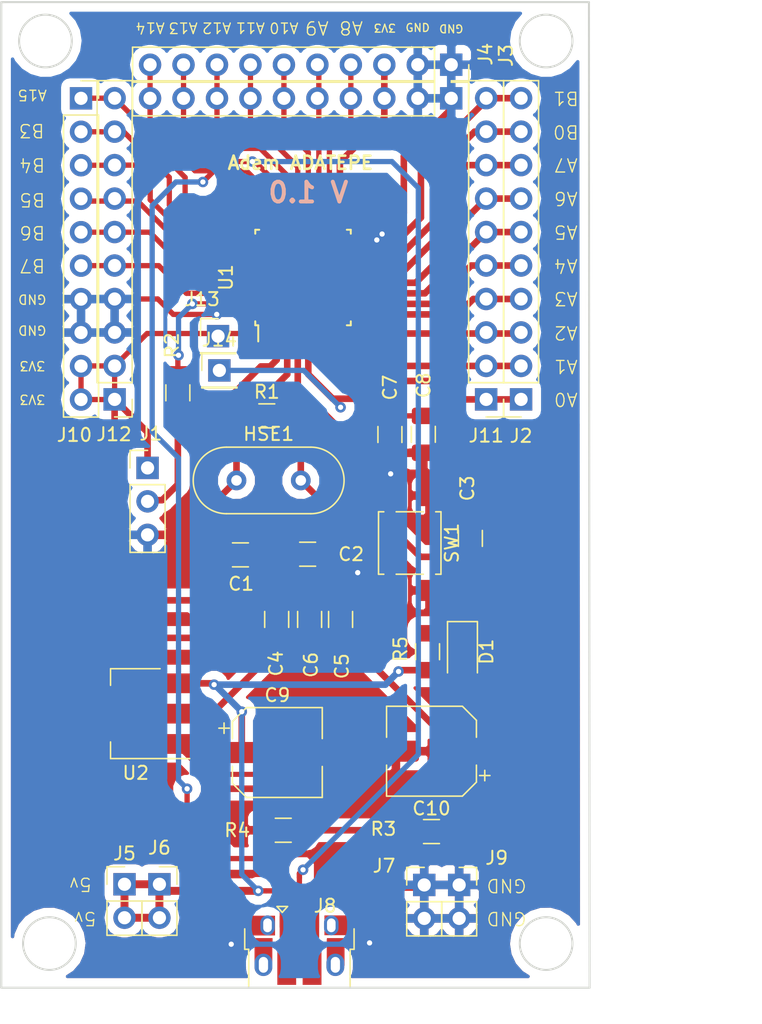
<source format=kicad_pcb>
(kicad_pcb (version 20171130) (host pcbnew "(5.0.2)-1")

  (general
    (thickness 1.6)
    (drawings 47)
    (tracks 349)
    (zones 0)
    (modules 34)
    (nets 38)
  )

  (page A4)
  (layers
    (0 F.Cu signal)
    (31 B.Cu signal)
    (32 B.Adhes user)
    (33 F.Adhes user)
    (34 B.Paste user)
    (35 F.Paste user)
    (36 B.SilkS user)
    (37 F.SilkS user)
    (38 B.Mask user)
    (39 F.Mask user)
    (40 Dwgs.User user)
    (41 Cmts.User user)
    (42 Eco1.User user)
    (43 Eco2.User user)
    (44 Edge.Cuts user)
    (45 Margin user)
    (46 B.CrtYd user)
    (47 F.CrtYd user)
    (48 B.Fab user hide)
    (49 F.Fab user hide)
  )

  (setup
    (last_trace_width 0.4)
    (user_trace_width 0.4)
    (user_trace_width 0.5)
    (user_trace_width 0.6)
    (user_trace_width 0.7)
    (user_trace_width 0.8)
    (user_trace_width 0.9)
    (user_trace_width 1)
    (trace_clearance 0.2)
    (zone_clearance 0.65)
    (zone_45_only no)
    (trace_min 0.2)
    (segment_width 0.2)
    (edge_width 0.15)
    (via_size 0.8)
    (via_drill 0.4)
    (via_min_size 0.4)
    (via_min_drill 0.3)
    (uvia_size 0.3)
    (uvia_drill 0.1)
    (uvias_allowed no)
    (uvia_min_size 0.2)
    (uvia_min_drill 0.1)
    (pcb_text_width 0.3)
    (pcb_text_size 1.5 1.5)
    (mod_edge_width 0.15)
    (mod_text_size 1 1)
    (mod_text_width 0.15)
    (pad_size 1.7 1.7)
    (pad_drill 1)
    (pad_to_mask_clearance 0.051)
    (solder_mask_min_width 0.25)
    (aux_axis_origin 88.6 110.05)
    (grid_origin 88.65 34.35)
    (visible_elements 7FFFFFFF)
    (pcbplotparams
      (layerselection 0x3ffff_ffffffff)
      (usegerberextensions false)
      (usegerberattributes false)
      (usegerberadvancedattributes false)
      (creategerberjobfile false)
      (excludeedgelayer true)
      (linewidth 0.100000)
      (plotframeref false)
      (viasonmask false)
      (mode 1)
      (useauxorigin false)
      (hpglpennumber 1)
      (hpglpenspeed 20)
      (hpglpendiameter 15.000000)
      (psnegative false)
      (psa4output false)
      (plotreference true)
      (plotvalue true)
      (plotinvisibletext false)
      (padsonsilk false)
      (subtractmaskfromsilk false)
      (outputformat 1)
      (mirror false)
      (drillshape 0)
      (scaleselection 1)
      (outputdirectory "gerber/"))
  )

  (net 0 "")
  (net 1 Vss)
  (net 2 "Net-(C1-Pad1)")
  (net 3 "Net-(C2-Pad1)")
  (net 4 "Net-(C3-Pad1)")
  (net 5 Vdd)
  (net 6 VddA)
  (net 7 "Net-(J1-Pad2)")
  (net 8 "Net-(J3-Pad4)")
  (net 9 "Net-(J3-Pad5)")
  (net 10 "Net-(J3-Pad6)")
  (net 11 "Net-(J3-Pad7)")
  (net 12 "Net-(R1-Pad1)")
  (net 13 "Net-(R2-Pad1)")
  (net 14 "Net-(J8-Pad6)")
  (net 15 "Net-(J8-Pad4)")
  (net 16 "Net-(R3-Pad2)")
  (net 17 5V)
  (net 18 "Net-(D1-Pad2)")
  (net 19 "Net-(J10-Pad2)")
  (net 20 "Net-(J10-Pad3)")
  (net 21 "Net-(J10-Pad4)")
  (net 22 "Net-(J10-Pad5)")
  (net 23 "Net-(J10-Pad6)")
  (net 24 "Net-(J10-Pad1)")
  (net 25 "Net-(J11-Pad1)")
  (net 26 "Net-(J11-Pad2)")
  (net 27 "Net-(J11-Pad3)")
  (net 28 "Net-(J11-Pad4)")
  (net 29 "Net-(J11-Pad5)")
  (net 30 "Net-(J11-Pad6)")
  (net 31 "Net-(J11-Pad7)")
  (net 32 "Net-(J11-Pad8)")
  (net 33 "Net-(J11-Pad9)")
  (net 34 "Net-(J11-Pad10)")
  (net 35 "Net-(J3-Pad8)")
  (net 36 "Net-(J3-Pad9)")
  (net 37 "Net-(J3-Pad10)")

  (net_class Default "This is the default net class."
    (clearance 0.2)
    (trace_width 0.25)
    (via_dia 0.8)
    (via_drill 0.4)
    (uvia_dia 0.3)
    (uvia_drill 0.1)
    (add_net 5V)
    (add_net "Net-(C1-Pad1)")
    (add_net "Net-(C2-Pad1)")
    (add_net "Net-(C3-Pad1)")
    (add_net "Net-(D1-Pad2)")
    (add_net "Net-(J1-Pad2)")
    (add_net "Net-(J10-Pad1)")
    (add_net "Net-(J10-Pad2)")
    (add_net "Net-(J10-Pad3)")
    (add_net "Net-(J10-Pad4)")
    (add_net "Net-(J10-Pad5)")
    (add_net "Net-(J10-Pad6)")
    (add_net "Net-(J11-Pad1)")
    (add_net "Net-(J11-Pad10)")
    (add_net "Net-(J11-Pad2)")
    (add_net "Net-(J11-Pad3)")
    (add_net "Net-(J11-Pad4)")
    (add_net "Net-(J11-Pad5)")
    (add_net "Net-(J11-Pad6)")
    (add_net "Net-(J11-Pad7)")
    (add_net "Net-(J11-Pad8)")
    (add_net "Net-(J11-Pad9)")
    (add_net "Net-(J3-Pad10)")
    (add_net "Net-(J3-Pad4)")
    (add_net "Net-(J3-Pad5)")
    (add_net "Net-(J3-Pad6)")
    (add_net "Net-(J3-Pad7)")
    (add_net "Net-(J3-Pad8)")
    (add_net "Net-(J3-Pad9)")
    (add_net "Net-(J8-Pad4)")
    (add_net "Net-(J8-Pad6)")
    (add_net "Net-(R1-Pad1)")
    (add_net "Net-(R2-Pad1)")
    (add_net "Net-(R3-Pad2)")
    (add_net Vdd)
    (add_net VddA)
    (add_net Vss)
  )

  (module Connector_PinHeader_2.54mm:PinHeader_1x01_P2.54mm_Vertical (layer F.Cu) (tedit 59FED5CC) (tstamp 5D9FF4CB)
    (at 105.2 62.5)
    (descr "Through hole straight pin header, 1x01, 2.54mm pitch, single row")
    (tags "Through hole pin header THT 1x01 2.54mm single row")
    (path /5D93B746)
    (fp_text reference J14 (at 0 -2.33) (layer F.SilkS)
      (effects (font (size 1 1) (thickness 0.15)))
    )
    (fp_text value Conn_01x01_Male (at 0 2.33) (layer F.Fab)
      (effects (font (size 1 1) (thickness 0.15)))
    )
    (fp_text user %R (at 0 0 90) (layer F.Fab)
      (effects (font (size 1 1) (thickness 0.15)))
    )
    (fp_line (start 1.8 -1.8) (end -1.8 -1.8) (layer F.CrtYd) (width 0.05))
    (fp_line (start 1.8 1.8) (end 1.8 -1.8) (layer F.CrtYd) (width 0.05))
    (fp_line (start -1.8 1.8) (end 1.8 1.8) (layer F.CrtYd) (width 0.05))
    (fp_line (start -1.8 -1.8) (end -1.8 1.8) (layer F.CrtYd) (width 0.05))
    (fp_line (start -1.33 -1.33) (end 0 -1.33) (layer F.SilkS) (width 0.12))
    (fp_line (start -1.33 0) (end -1.33 -1.33) (layer F.SilkS) (width 0.12))
    (fp_line (start -1.33 1.27) (end 1.33 1.27) (layer F.SilkS) (width 0.12))
    (fp_line (start 1.33 1.27) (end 1.33 1.33) (layer F.SilkS) (width 0.12))
    (fp_line (start -1.33 1.27) (end -1.33 1.33) (layer F.SilkS) (width 0.12))
    (fp_line (start -1.33 1.33) (end 1.33 1.33) (layer F.SilkS) (width 0.12))
    (fp_line (start -1.27 -0.635) (end -0.635 -1.27) (layer F.Fab) (width 0.1))
    (fp_line (start -1.27 1.27) (end -1.27 -0.635) (layer F.Fab) (width 0.1))
    (fp_line (start 1.27 1.27) (end -1.27 1.27) (layer F.Fab) (width 0.1))
    (fp_line (start 1.27 -1.27) (end 1.27 1.27) (layer F.Fab) (width 0.1))
    (fp_line (start -0.635 -1.27) (end 1.27 -1.27) (layer F.Fab) (width 0.1))
    (pad 1 thru_hole rect (at 0 0) (size 1.7 1.7) (drill 1) (layers *.Cu *.Mask)
      (net 6 VddA))
    (model ${KISYS3DMOD}/Connector_PinHeader_2.54mm.3dshapes/PinHeader_1x01_P2.54mm_Vertical.wrl
      (at (xyz 0 0 0))
      (scale (xyz 1 1 1))
      (rotate (xyz 0 0 0))
    )
  )

  (module Connector_PinHeader_2.54mm:PinHeader_1x01_P2.54mm_Vertical (layer F.Cu) (tedit 5D9353FC) (tstamp 5D9FF4B6)
    (at 105.1 59.9)
    (descr "Through hole straight pin header, 1x01, 2.54mm pitch, single row")
    (tags "Through hole pin header THT 1x01 2.54mm single row")
    (path /5D93B602)
    (fp_text reference J13 (at -1.2 -2.8) (layer F.SilkS)
      (effects (font (size 1 1) (thickness 0.15)))
    )
    (fp_text value Conn_01x01_Male (at 0 2.33) (layer F.Fab)
      (effects (font (size 1 1) (thickness 0.15)))
    )
    (fp_line (start -0.635 -1.27) (end 1.27 -1.27) (layer F.Fab) (width 0.1))
    (fp_line (start 1.27 -1.27) (end 1.27 1.27) (layer F.Fab) (width 0.1))
    (fp_line (start 1.27 1.27) (end -1.27 1.27) (layer F.Fab) (width 0.1))
    (fp_line (start -1.27 1.27) (end -1.27 -0.635) (layer F.Fab) (width 0.1))
    (fp_line (start -1.27 -0.635) (end -0.635 -1.27) (layer F.Fab) (width 0.1))
    (fp_line (start -1.33 1.33) (end 1.33 1.33) (layer F.SilkS) (width 0.12))
    (fp_line (start -1.33 1.27) (end -1.33 1.33) (layer F.SilkS) (width 0.12))
    (fp_line (start 1.33 1.27) (end 1.33 1.33) (layer F.SilkS) (width 0.12))
    (fp_line (start -1.33 1.27) (end 1.33 1.27) (layer F.SilkS) (width 0.12))
    (fp_line (start -1.33 0) (end -1.33 -1.33) (layer F.SilkS) (width 0.12))
    (fp_line (start -1.33 -1.33) (end 0 -1.33) (layer F.SilkS) (width 0.12))
    (fp_line (start -1.8 -1.8) (end -1.8 1.8) (layer F.CrtYd) (width 0.05))
    (fp_line (start -1.8 1.8) (end 1.8 1.8) (layer F.CrtYd) (width 0.05))
    (fp_line (start 1.8 1.8) (end 1.8 -1.8) (layer F.CrtYd) (width 0.05))
    (fp_line (start 1.8 -1.8) (end -1.8 -1.8) (layer F.CrtYd) (width 0.05))
    (fp_text user %R (at 0 0 90) (layer F.Fab)
      (effects (font (size 1 1) (thickness 0.15)))
    )
    (pad 1 thru_hole rect (at 0 0) (size 1.7 1.7) (drill 1) (layers *.Cu *.Mask)
      (net 5 Vdd))
    (model ${KISYS3DMOD}/Connector_PinHeader_2.54mm.3dshapes/PinHeader_1x01_P2.54mm_Vertical.wrl
      (at (xyz 0 0 0))
      (scale (xyz 1 1 1))
      (rotate (xyz 0 0 0))
    )
  )

  (module Connector_PinHeader_2.54mm:PinHeader_1x02_P2.54mm_Vertical (layer F.Cu) (tedit 5D9353CE) (tstamp 5DA7B773)
    (at 120.750002 101.55)
    (descr "Through hole straight pin header, 1x02, 2.54mm pitch, single row")
    (tags "Through hole pin header THT 1x02 2.54mm single row")
    (path /5DA68A07)
    (fp_text reference J7 (at -3.050002 -1.45) (layer F.SilkS)
      (effects (font (size 1 1) (thickness 0.15)))
    )
    (fp_text value Conn_01x02_Female (at 0 4.87) (layer F.Fab)
      (effects (font (size 1 1) (thickness 0.15)))
    )
    (fp_line (start -0.635 -1.27) (end 1.27 -1.27) (layer F.Fab) (width 0.1))
    (fp_line (start 1.27 -1.27) (end 1.27 3.81) (layer F.Fab) (width 0.1))
    (fp_line (start 1.27 3.81) (end -1.27 3.81) (layer F.Fab) (width 0.1))
    (fp_line (start -1.27 3.81) (end -1.27 -0.635) (layer F.Fab) (width 0.1))
    (fp_line (start -1.27 -0.635) (end -0.635 -1.27) (layer F.Fab) (width 0.1))
    (fp_line (start -1.33 3.87) (end 1.33 3.87) (layer F.SilkS) (width 0.12))
    (fp_line (start -1.33 1.27) (end -1.33 3.87) (layer F.SilkS) (width 0.12))
    (fp_line (start 1.33 1.27) (end 1.33 3.87) (layer F.SilkS) (width 0.12))
    (fp_line (start -1.33 1.27) (end 1.33 1.27) (layer F.SilkS) (width 0.12))
    (fp_line (start -1.33 0) (end -1.33 -1.33) (layer F.SilkS) (width 0.12))
    (fp_line (start -1.33 -1.33) (end 0 -1.33) (layer F.SilkS) (width 0.12))
    (fp_line (start -1.8 -1.8) (end -1.8 4.35) (layer F.CrtYd) (width 0.05))
    (fp_line (start -1.8 4.35) (end 1.8 4.35) (layer F.CrtYd) (width 0.05))
    (fp_line (start 1.8 4.35) (end 1.8 -1.8) (layer F.CrtYd) (width 0.05))
    (fp_line (start 1.8 -1.8) (end -1.8 -1.8) (layer F.CrtYd) (width 0.05))
    (fp_text user %R (at 0 1.27 90) (layer F.Fab)
      (effects (font (size 1 1) (thickness 0.15)))
    )
    (pad 1 thru_hole rect (at 0 0) (size 1.7 1.7) (drill 1) (layers *.Cu *.Mask)
      (net 1 Vss))
    (pad 2 thru_hole oval (at 0 2.54) (size 1.7 1.7) (drill 1) (layers *.Cu *.Mask)
      (net 1 Vss))
    (model ${KISYS3DMOD}/Connector_PinHeader_2.54mm.3dshapes/PinHeader_1x02_P2.54mm_Vertical.wrl
      (at (xyz 0 0 0))
      (scale (xyz 1 1 1))
      (rotate (xyz 0 0 0))
    )
  )

  (module Connector_PinSocket_2.54mm:PinSocket_1x02_P2.54mm_Vertical (layer F.Cu) (tedit 5D9353D5) (tstamp 5DA7B659)
    (at 123.4 101.55)
    (descr "Through hole straight socket strip, 1x02, 2.54mm pitch, single row (from Kicad 4.0.7), script generated")
    (tags "Through hole socket strip THT 1x02 2.54mm single row")
    (path /5DA68ABF)
    (fp_text reference J9 (at 2.85 -2.05) (layer F.SilkS)
      (effects (font (size 1 1) (thickness 0.15)))
    )
    (fp_text value Conn_01x02_Female (at 0 5.31) (layer F.Fab)
      (effects (font (size 1 1) (thickness 0.15)))
    )
    (fp_line (start -1.27 -1.27) (end 0.635 -1.27) (layer F.Fab) (width 0.1))
    (fp_line (start 0.635 -1.27) (end 1.27 -0.635) (layer F.Fab) (width 0.1))
    (fp_line (start 1.27 -0.635) (end 1.27 3.81) (layer F.Fab) (width 0.1))
    (fp_line (start 1.27 3.81) (end -1.27 3.81) (layer F.Fab) (width 0.1))
    (fp_line (start -1.27 3.81) (end -1.27 -1.27) (layer F.Fab) (width 0.1))
    (fp_line (start -1.33 1.27) (end 1.33 1.27) (layer F.SilkS) (width 0.12))
    (fp_line (start -1.33 1.27) (end -1.33 3.87) (layer F.SilkS) (width 0.12))
    (fp_line (start -1.33 3.87) (end 1.33 3.87) (layer F.SilkS) (width 0.12))
    (fp_line (start 1.33 1.27) (end 1.33 3.87) (layer F.SilkS) (width 0.12))
    (fp_line (start 1.33 -1.33) (end 1.33 0) (layer F.SilkS) (width 0.12))
    (fp_line (start 0 -1.33) (end 1.33 -1.33) (layer F.SilkS) (width 0.12))
    (fp_line (start -1.8 -1.8) (end 1.75 -1.8) (layer F.CrtYd) (width 0.05))
    (fp_line (start 1.75 -1.8) (end 1.75 4.3) (layer F.CrtYd) (width 0.05))
    (fp_line (start 1.75 4.3) (end -1.8 4.3) (layer F.CrtYd) (width 0.05))
    (fp_line (start -1.8 4.3) (end -1.8 -1.8) (layer F.CrtYd) (width 0.05))
    (fp_text user %R (at 0 1.27 90) (layer F.Fab)
      (effects (font (size 1 1) (thickness 0.15)))
    )
    (pad 1 thru_hole rect (at 0 0) (size 1.7 1.7) (drill 1) (layers *.Cu *.Mask)
      (net 1 Vss))
    (pad 2 thru_hole oval (at 0 2.54) (size 1.7 1.7) (drill 1) (layers *.Cu *.Mask)
      (net 1 Vss))
    (model ${KISYS3DMOD}/Connector_PinSocket_2.54mm.3dshapes/PinSocket_1x02_P2.54mm_Vertical.wrl
      (at (xyz 0 0 0))
      (scale (xyz 1 1 1))
      (rotate (xyz 0 0 0))
    )
  )

  (module Connector_PinHeader_2.54mm:PinHeader_1x02_P2.54mm_Vertical (layer F.Cu) (tedit 59FED5CC) (tstamp 5DA79DB4)
    (at 98 101.5)
    (descr "Through hole straight pin header, 1x02, 2.54mm pitch, single row")
    (tags "Through hole pin header THT 1x02 2.54mm single row")
    (path /5DA5004E)
    (fp_text reference J5 (at 0 -2.33) (layer F.SilkS)
      (effects (font (size 1 1) (thickness 0.15)))
    )
    (fp_text value Conn_01x02_Female (at 0 4.87) (layer F.Fab)
      (effects (font (size 1 1) (thickness 0.15)))
    )
    (fp_line (start -0.635 -1.27) (end 1.27 -1.27) (layer F.Fab) (width 0.1))
    (fp_line (start 1.27 -1.27) (end 1.27 3.81) (layer F.Fab) (width 0.1))
    (fp_line (start 1.27 3.81) (end -1.27 3.81) (layer F.Fab) (width 0.1))
    (fp_line (start -1.27 3.81) (end -1.27 -0.635) (layer F.Fab) (width 0.1))
    (fp_line (start -1.27 -0.635) (end -0.635 -1.27) (layer F.Fab) (width 0.1))
    (fp_line (start -1.33 3.87) (end 1.33 3.87) (layer F.SilkS) (width 0.12))
    (fp_line (start -1.33 1.27) (end -1.33 3.87) (layer F.SilkS) (width 0.12))
    (fp_line (start 1.33 1.27) (end 1.33 3.87) (layer F.SilkS) (width 0.12))
    (fp_line (start -1.33 1.27) (end 1.33 1.27) (layer F.SilkS) (width 0.12))
    (fp_line (start -1.33 0) (end -1.33 -1.33) (layer F.SilkS) (width 0.12))
    (fp_line (start -1.33 -1.33) (end 0 -1.33) (layer F.SilkS) (width 0.12))
    (fp_line (start -1.8 -1.8) (end -1.8 4.35) (layer F.CrtYd) (width 0.05))
    (fp_line (start -1.8 4.35) (end 1.8 4.35) (layer F.CrtYd) (width 0.05))
    (fp_line (start 1.8 4.35) (end 1.8 -1.8) (layer F.CrtYd) (width 0.05))
    (fp_line (start 1.8 -1.8) (end -1.8 -1.8) (layer F.CrtYd) (width 0.05))
    (fp_text user %R (at 0 1.27 90) (layer F.Fab)
      (effects (font (size 1 1) (thickness 0.15)))
    )
    (pad 1 thru_hole rect (at 0 0) (size 1.7 1.7) (drill 1) (layers *.Cu *.Mask)
      (net 17 5V))
    (pad 2 thru_hole oval (at 0 2.54) (size 1.7 1.7) (drill 1) (layers *.Cu *.Mask)
      (net 17 5V))
    (model ${KISYS3DMOD}/Connector_PinHeader_2.54mm.3dshapes/PinHeader_1x02_P2.54mm_Vertical.wrl
      (at (xyz 0 0 0))
      (scale (xyz 1 1 1))
      (rotate (xyz 0 0 0))
    )
  )

  (module Connector_PinSocket_2.54mm:PinSocket_1x02_P2.54mm_Vertical (layer F.Cu) (tedit 5A19A420) (tstamp 5DA79CC4)
    (at 100.650002 101.5)
    (descr "Through hole straight socket strip, 1x02, 2.54mm pitch, single row (from Kicad 4.0.7), script generated")
    (tags "Through hole socket strip THT 1x02 2.54mm single row")
    (path /5DA50108)
    (fp_text reference J6 (at 0 -2.77) (layer F.SilkS)
      (effects (font (size 1 1) (thickness 0.15)))
    )
    (fp_text value Conn_01x02_Female (at 0 5.31) (layer F.Fab)
      (effects (font (size 1 1) (thickness 0.15)))
    )
    (fp_line (start -1.27 -1.27) (end 0.635 -1.27) (layer F.Fab) (width 0.1))
    (fp_line (start 0.635 -1.27) (end 1.27 -0.635) (layer F.Fab) (width 0.1))
    (fp_line (start 1.27 -0.635) (end 1.27 3.81) (layer F.Fab) (width 0.1))
    (fp_line (start 1.27 3.81) (end -1.27 3.81) (layer F.Fab) (width 0.1))
    (fp_line (start -1.27 3.81) (end -1.27 -1.27) (layer F.Fab) (width 0.1))
    (fp_line (start -1.33 1.27) (end 1.33 1.27) (layer F.SilkS) (width 0.12))
    (fp_line (start -1.33 1.27) (end -1.33 3.87) (layer F.SilkS) (width 0.12))
    (fp_line (start -1.33 3.87) (end 1.33 3.87) (layer F.SilkS) (width 0.12))
    (fp_line (start 1.33 1.27) (end 1.33 3.87) (layer F.SilkS) (width 0.12))
    (fp_line (start 1.33 -1.33) (end 1.33 0) (layer F.SilkS) (width 0.12))
    (fp_line (start 0 -1.33) (end 1.33 -1.33) (layer F.SilkS) (width 0.12))
    (fp_line (start -1.8 -1.8) (end 1.75 -1.8) (layer F.CrtYd) (width 0.05))
    (fp_line (start 1.75 -1.8) (end 1.75 4.3) (layer F.CrtYd) (width 0.05))
    (fp_line (start 1.75 4.3) (end -1.8 4.3) (layer F.CrtYd) (width 0.05))
    (fp_line (start -1.8 4.3) (end -1.8 -1.8) (layer F.CrtYd) (width 0.05))
    (fp_text user %R (at 0 1.27 90) (layer F.Fab)
      (effects (font (size 1 1) (thickness 0.15)))
    )
    (pad 1 thru_hole rect (at 0 0) (size 1.7 1.7) (drill 1) (layers *.Cu *.Mask)
      (net 17 5V))
    (pad 2 thru_hole oval (at 0 2.54) (size 1.7 1.7) (drill 1) (layers *.Cu *.Mask)
      (net 17 5V))
    (model ${KISYS3DMOD}/Connector_PinSocket_2.54mm.3dshapes/PinSocket_1x02_P2.54mm_Vertical.wrl
      (at (xyz 0 0 0))
      (scale (xyz 1 1 1))
      (rotate (xyz 0 0 0))
    )
  )

  (module Button_Switch_SMD:SW_SPST_TL3305A (layer F.Cu) (tedit 5ABC3A97) (tstamp 5DA5B59A)
    (at 119.65 75.6 270)
    (descr https://www.e-switch.com/system/asset/product_line/data_sheet/213/TL3305.pdf)
    (tags "TL3305 Series Tact Switch")
    (path /5D8B8928)
    (attr smd)
    (fp_text reference SW1 (at 0 -3.2 270) (layer F.SilkS)
      (effects (font (size 1 1) (thickness 0.15)))
    )
    (fp_text value SW_Push (at 0 3.2 270) (layer F.Fab)
      (effects (font (size 1 1) (thickness 0.15)))
    )
    (fp_line (start -3 1.15) (end -3 1.85) (layer F.Fab) (width 0.1))
    (fp_line (start -3 -1.85) (end -3 -1.15) (layer F.Fab) (width 0.1))
    (fp_line (start 3 1.15) (end 3 1.85) (layer F.Fab) (width 0.1))
    (fp_line (start 3 -1.85) (end 3 -1.15) (layer F.Fab) (width 0.1))
    (fp_line (start -3.75 1.85) (end -2.25 1.85) (layer F.Fab) (width 0.1))
    (fp_line (start -3.75 1.15) (end -3.75 1.85) (layer F.Fab) (width 0.1))
    (fp_line (start -2.25 1.15) (end -3.75 1.15) (layer F.Fab) (width 0.1))
    (fp_line (start -3.75 -1.15) (end -2.25 -1.15) (layer F.Fab) (width 0.1))
    (fp_line (start -3.75 -1.85) (end -3.75 -1.15) (layer F.Fab) (width 0.1))
    (fp_line (start -2.25 -1.85) (end -3.75 -1.85) (layer F.Fab) (width 0.1))
    (fp_line (start 3.75 1.85) (end 2.25 1.85) (layer F.Fab) (width 0.1))
    (fp_line (start 3.75 1.15) (end 3.75 1.85) (layer F.Fab) (width 0.1))
    (fp_line (start 2.25 1.15) (end 3.75 1.15) (layer F.Fab) (width 0.1))
    (fp_line (start 3.75 -1.85) (end 2.25 -1.85) (layer F.Fab) (width 0.1))
    (fp_line (start 3.75 -1.15) (end 3.75 -1.85) (layer F.Fab) (width 0.1))
    (fp_line (start 2.25 -1.15) (end 3.75 -1.15) (layer F.Fab) (width 0.1))
    (fp_circle (center 0 0) (end 1.25 0) (layer F.Fab) (width 0.1))
    (fp_line (start -2.25 2.25) (end -2.25 -2.25) (layer F.Fab) (width 0.1))
    (fp_line (start 2.25 2.25) (end -2.25 2.25) (layer F.Fab) (width 0.1))
    (fp_line (start 2.25 -2.25) (end 2.25 2.25) (layer F.Fab) (width 0.1))
    (fp_line (start -2.25 -2.25) (end 2.25 -2.25) (layer F.Fab) (width 0.1))
    (fp_text user %R (at 0 0 270) (layer F.Fab)
      (effects (font (size 0.5 0.5) (thickness 0.075)))
    )
    (fp_line (start -2.37 -2.37) (end 2.37 -2.37) (layer F.SilkS) (width 0.12))
    (fp_line (start -2.37 -2.37) (end -2.37 -1.97) (layer F.SilkS) (width 0.12))
    (fp_line (start 2.37 -2.37) (end 2.37 -1.97) (layer F.SilkS) (width 0.12))
    (fp_line (start -2.37 2.37) (end -2.37 1.97) (layer F.SilkS) (width 0.12))
    (fp_line (start -2.37 2.37) (end 2.37 2.37) (layer F.SilkS) (width 0.12))
    (fp_line (start 2.37 2.37) (end 2.37 1.97) (layer F.SilkS) (width 0.12))
    (fp_line (start 2.37 1.03) (end 2.37 -1.03) (layer F.SilkS) (width 0.12))
    (fp_line (start -2.37 1.03) (end -2.37 -1.03) (layer F.SilkS) (width 0.12))
    (fp_line (start 4.65 -2.5) (end 4.65 2.5) (layer F.CrtYd) (width 0.05))
    (fp_line (start 4.65 2.5) (end -4.65 2.5) (layer F.CrtYd) (width 0.05))
    (fp_line (start -4.65 2.5) (end -4.65 -2.5) (layer F.CrtYd) (width 0.05))
    (fp_line (start -4.65 -2.5) (end 4.65 -2.5) (layer F.CrtYd) (width 0.05))
    (pad 1 smd rect (at 3.6 -1.5 270) (size 1.6 1.4) (layers F.Cu F.Paste F.Mask)
      (net 1 Vss))
    (pad 1 smd rect (at -3.6 -1.5 270) (size 1.6 1.4) (layers F.Cu F.Paste F.Mask)
      (net 1 Vss))
    (pad 2 smd rect (at 3.6 1.5 270) (size 1.6 1.4) (layers F.Cu F.Paste F.Mask)
      (net 4 "Net-(C3-Pad1)"))
    (pad 2 smd rect (at -3.6 1.5 270) (size 1.6 1.4) (layers F.Cu F.Paste F.Mask)
      (net 4 "Net-(C3-Pad1)"))
    (model ${KISYS3DMOD}/Button_Switch_SMD.3dshapes/SW_SPST_TL3305A.wrl
      (at (xyz 0 0 0))
      (scale (xyz 1 1 1))
      (rotate (xyz 0 0 0))
    )
  )

  (module Connector_PinHeader_2.54mm:PinHeader_1x03_P2.54mm_Vertical (layer F.Cu) (tedit 5D9353F1) (tstamp 5DA59C3C)
    (at 99.75 69.9)
    (descr "Through hole straight pin header, 1x03, 2.54mm pitch, single row")
    (tags "Through hole pin header THT 1x03 2.54mm single row")
    (path /5D8BD326)
    (fp_text reference J1 (at 0.25 -2.6) (layer F.SilkS)
      (effects (font (size 1 1) (thickness 0.15)))
    )
    (fp_text value Conn_01x03_Male (at 0 7.41) (layer F.Fab)
      (effects (font (size 1 1) (thickness 0.15)))
    )
    (fp_line (start -0.635 -1.27) (end 1.27 -1.27) (layer F.Fab) (width 0.1))
    (fp_line (start 1.27 -1.27) (end 1.27 6.35) (layer F.Fab) (width 0.1))
    (fp_line (start 1.27 6.35) (end -1.27 6.35) (layer F.Fab) (width 0.1))
    (fp_line (start -1.27 6.35) (end -1.27 -0.635) (layer F.Fab) (width 0.1))
    (fp_line (start -1.27 -0.635) (end -0.635 -1.27) (layer F.Fab) (width 0.1))
    (fp_line (start -1.33 6.41) (end 1.33 6.41) (layer F.SilkS) (width 0.12))
    (fp_line (start -1.33 1.27) (end -1.33 6.41) (layer F.SilkS) (width 0.12))
    (fp_line (start 1.33 1.27) (end 1.33 6.41) (layer F.SilkS) (width 0.12))
    (fp_line (start -1.33 1.27) (end 1.33 1.27) (layer F.SilkS) (width 0.12))
    (fp_line (start -1.33 0) (end -1.33 -1.33) (layer F.SilkS) (width 0.12))
    (fp_line (start -1.33 -1.33) (end 0 -1.33) (layer F.SilkS) (width 0.12))
    (fp_line (start -1.8 -1.8) (end -1.8 6.85) (layer F.CrtYd) (width 0.05))
    (fp_line (start -1.8 6.85) (end 1.8 6.85) (layer F.CrtYd) (width 0.05))
    (fp_line (start 1.8 6.85) (end 1.8 -1.8) (layer F.CrtYd) (width 0.05))
    (fp_line (start 1.8 -1.8) (end -1.8 -1.8) (layer F.CrtYd) (width 0.05))
    (fp_text user %R (at 0 2.54 90) (layer F.Fab)
      (effects (font (size 1 1) (thickness 0.15)))
    )
    (pad 1 thru_hole rect (at 0 0) (size 1.7 1.7) (drill 1) (layers *.Cu *.Mask)
      (net 5 Vdd))
    (pad 2 thru_hole oval (at 0 2.54) (size 1.7 1.7) (drill 1) (layers *.Cu *.Mask)
      (net 7 "Net-(J1-Pad2)"))
    (pad 3 thru_hole oval (at 0 5.08) (size 1.7 1.7) (drill 1) (layers *.Cu *.Mask)
      (net 1 Vss))
    (model ${KISYS3DMOD}/Connector_PinHeader_2.54mm.3dshapes/PinHeader_1x03_P2.54mm_Vertical.wrl
      (at (xyz 0 0 0))
      (scale (xyz 1 1 1))
      (rotate (xyz 0 0 0))
    )
  )

  (module Connector_PinSocket_2.54mm:PinSocket_1x10_P2.54mm_Vertical (layer F.Cu) (tedit 5D93542B) (tstamp 5DA3E7BB)
    (at 122.8 39.3 270)
    (descr "Through hole straight socket strip, 1x10, 2.54mm pitch, single row (from Kicad 4.0.7), script generated")
    (tags "Through hole socket strip THT 1x10 2.54mm single row")
    (path /5D9CAE18)
    (fp_text reference J4 (at -0.8 -2.6 270) (layer F.SilkS)
      (effects (font (size 1 1) (thickness 0.15)))
    )
    (fp_text value Conn_01x10_Female (at 0 25.63 270) (layer F.Fab)
      (effects (font (size 1 1) (thickness 0.15)))
    )
    (fp_line (start -1.27 -1.27) (end 0.635 -1.27) (layer F.Fab) (width 0.1))
    (fp_line (start 0.635 -1.27) (end 1.27 -0.635) (layer F.Fab) (width 0.1))
    (fp_line (start 1.27 -0.635) (end 1.27 24.13) (layer F.Fab) (width 0.1))
    (fp_line (start 1.27 24.13) (end -1.27 24.13) (layer F.Fab) (width 0.1))
    (fp_line (start -1.27 24.13) (end -1.27 -1.27) (layer F.Fab) (width 0.1))
    (fp_line (start -1.33 1.27) (end 1.33 1.27) (layer F.SilkS) (width 0.12))
    (fp_line (start -1.33 1.27) (end -1.33 24.19) (layer F.SilkS) (width 0.12))
    (fp_line (start -1.33 24.19) (end 1.33 24.19) (layer F.SilkS) (width 0.12))
    (fp_line (start 1.33 1.27) (end 1.33 24.19) (layer F.SilkS) (width 0.12))
    (fp_line (start 1.33 -1.33) (end 1.33 0) (layer F.SilkS) (width 0.12))
    (fp_line (start 0 -1.33) (end 1.33 -1.33) (layer F.SilkS) (width 0.12))
    (fp_line (start -1.8 -1.8) (end 1.75 -1.8) (layer F.CrtYd) (width 0.05))
    (fp_line (start 1.75 -1.8) (end 1.75 24.6) (layer F.CrtYd) (width 0.05))
    (fp_line (start 1.75 24.6) (end -1.8 24.6) (layer F.CrtYd) (width 0.05))
    (fp_line (start -1.8 24.6) (end -1.8 -1.8) (layer F.CrtYd) (width 0.05))
    (fp_text user %R (at 0 11.43) (layer F.Fab)
      (effects (font (size 1 1) (thickness 0.15)))
    )
    (pad 1 thru_hole rect (at 0 0 270) (size 1.7 1.7) (drill 1) (layers *.Cu *.Mask)
      (net 1 Vss))
    (pad 2 thru_hole oval (at 0 2.54 270) (size 1.7 1.7) (drill 1) (layers *.Cu *.Mask)
      (net 1 Vss))
    (pad 3 thru_hole oval (at 0 5.08 270) (size 1.7 1.7) (drill 1) (layers *.Cu *.Mask)
      (net 5 Vdd))
    (pad 4 thru_hole oval (at 0 7.62 270) (size 1.7 1.7) (drill 1) (layers *.Cu *.Mask)
      (net 8 "Net-(J3-Pad4)"))
    (pad 5 thru_hole oval (at 0 10.16 270) (size 1.7 1.7) (drill 1) (layers *.Cu *.Mask)
      (net 9 "Net-(J3-Pad5)"))
    (pad 6 thru_hole oval (at 0 12.7 270) (size 1.7 1.7) (drill 1) (layers *.Cu *.Mask)
      (net 10 "Net-(J3-Pad6)"))
    (pad 7 thru_hole oval (at 0 15.24 270) (size 1.7 1.7) (drill 1) (layers *.Cu *.Mask)
      (net 11 "Net-(J3-Pad7)"))
    (pad 8 thru_hole oval (at 0 17.78 270) (size 1.7 1.7) (drill 1) (layers *.Cu *.Mask)
      (net 35 "Net-(J3-Pad8)"))
    (pad 9 thru_hole oval (at 0 20.32 270) (size 1.7 1.7) (drill 1) (layers *.Cu *.Mask)
      (net 36 "Net-(J3-Pad9)"))
    (pad 10 thru_hole oval (at 0 22.86 270) (size 1.7 1.7) (drill 1) (layers *.Cu *.Mask)
      (net 37 "Net-(J3-Pad10)"))
    (model ${KISYS3DMOD}/Connector_PinSocket_2.54mm.3dshapes/PinSocket_1x10_P2.54mm_Vertical.wrl
      (at (xyz 0 0 0))
      (scale (xyz 1 1 1))
      (rotate (xyz 0 0 0))
    )
  )

  (module Connector_PinHeader_2.54mm:PinHeader_1x10_P2.54mm_Vertical (layer F.Cu) (tedit 5D9353EE) (tstamp 5DA36D1D)
    (at 97.25 64.7 180)
    (descr "Through hole straight pin header, 1x10, 2.54mm pitch, single row")
    (tags "Through hole pin header THT 1x10 2.54mm single row")
    (path /5D9FCC39)
    (fp_text reference J12 (at 0.05 -2.65 180) (layer F.SilkS)
      (effects (font (size 1 1) (thickness 0.15)))
    )
    (fp_text value Conn_01x10_Female (at 0 25.19 180) (layer F.Fab)
      (effects (font (size 1 1) (thickness 0.15)))
    )
    (fp_line (start -0.635 -1.27) (end 1.27 -1.27) (layer F.Fab) (width 0.1))
    (fp_line (start 1.27 -1.27) (end 1.27 24.13) (layer F.Fab) (width 0.1))
    (fp_line (start 1.27 24.13) (end -1.27 24.13) (layer F.Fab) (width 0.1))
    (fp_line (start -1.27 24.13) (end -1.27 -0.635) (layer F.Fab) (width 0.1))
    (fp_line (start -1.27 -0.635) (end -0.635 -1.27) (layer F.Fab) (width 0.1))
    (fp_line (start -1.33 24.19) (end 1.33 24.19) (layer F.SilkS) (width 0.12))
    (fp_line (start -1.33 1.27) (end -1.33 24.19) (layer F.SilkS) (width 0.12))
    (fp_line (start 1.33 1.27) (end 1.33 24.19) (layer F.SilkS) (width 0.12))
    (fp_line (start -1.33 1.27) (end 1.33 1.27) (layer F.SilkS) (width 0.12))
    (fp_line (start -1.33 0) (end -1.33 -1.33) (layer F.SilkS) (width 0.12))
    (fp_line (start -1.33 -1.33) (end 0 -1.33) (layer F.SilkS) (width 0.12))
    (fp_line (start -1.8 -1.8) (end -1.8 24.65) (layer F.CrtYd) (width 0.05))
    (fp_line (start -1.8 24.65) (end 1.8 24.65) (layer F.CrtYd) (width 0.05))
    (fp_line (start 1.8 24.65) (end 1.8 -1.8) (layer F.CrtYd) (width 0.05))
    (fp_line (start 1.8 -1.8) (end -1.8 -1.8) (layer F.CrtYd) (width 0.05))
    (fp_text user %R (at 0 11.43 270) (layer F.Fab)
      (effects (font (size 1 1) (thickness 0.15)))
    )
    (pad 1 thru_hole rect (at 0 0 180) (size 1.7 1.7) (drill 1) (layers *.Cu *.Mask)
      (net 5 Vdd))
    (pad 2 thru_hole oval (at 0 2.54 180) (size 1.7 1.7) (drill 1) (layers *.Cu *.Mask)
      (net 5 Vdd))
    (pad 3 thru_hole oval (at 0 5.08 180) (size 1.7 1.7) (drill 1) (layers *.Cu *.Mask)
      (net 1 Vss))
    (pad 4 thru_hole oval (at 0 7.62 180) (size 1.7 1.7) (drill 1) (layers *.Cu *.Mask)
      (net 1 Vss))
    (pad 5 thru_hole oval (at 0 10.16 180) (size 1.7 1.7) (drill 1) (layers *.Cu *.Mask)
      (net 23 "Net-(J10-Pad6)"))
    (pad 6 thru_hole oval (at 0 12.7 180) (size 1.7 1.7) (drill 1) (layers *.Cu *.Mask)
      (net 22 "Net-(J10-Pad5)"))
    (pad 7 thru_hole oval (at 0 15.24 180) (size 1.7 1.7) (drill 1) (layers *.Cu *.Mask)
      (net 21 "Net-(J10-Pad4)"))
    (pad 8 thru_hole oval (at 0 17.78 180) (size 1.7 1.7) (drill 1) (layers *.Cu *.Mask)
      (net 20 "Net-(J10-Pad3)"))
    (pad 9 thru_hole oval (at 0 20.32 180) (size 1.7 1.7) (drill 1) (layers *.Cu *.Mask)
      (net 19 "Net-(J10-Pad2)"))
    (pad 10 thru_hole oval (at 0 22.86 180) (size 1.7 1.7) (drill 1) (layers *.Cu *.Mask)
      (net 24 "Net-(J10-Pad1)"))
    (model ${KISYS3DMOD}/Connector_PinHeader_2.54mm.3dshapes/PinHeader_1x10_P2.54mm_Vertical.wrl
      (at (xyz 0 0 0))
      (scale (xyz 1 1 1))
      (rotate (xyz 0 0 0))
    )
  )

  (module Connector_PinHeader_2.54mm:PinHeader_1x10_P2.54mm_Vertical (layer F.Cu) (tedit 5D93542D) (tstamp 5DA36CC6)
    (at 122.8 41.85 270)
    (descr "Through hole straight pin header, 1x10, 2.54mm pitch, single row")
    (tags "Through hole pin header THT 1x10 2.54mm single row")
    (path /5D990E5C)
    (fp_text reference J3 (at -3.25 -4.15 270) (layer F.SilkS)
      (effects (font (size 1 1) (thickness 0.15)))
    )
    (fp_text value Conn_01x10_Female (at 0 25.19 270) (layer F.Fab)
      (effects (font (size 1 1) (thickness 0.15)))
    )
    (fp_text user %R (at 0 11.43) (layer F.Fab)
      (effects (font (size 1 1) (thickness 0.15)))
    )
    (fp_line (start 1.8 -1.8) (end -1.8 -1.8) (layer F.CrtYd) (width 0.05))
    (fp_line (start 1.8 24.65) (end 1.8 -1.8) (layer F.CrtYd) (width 0.05))
    (fp_line (start -1.8 24.65) (end 1.8 24.65) (layer F.CrtYd) (width 0.05))
    (fp_line (start -1.8 -1.8) (end -1.8 24.65) (layer F.CrtYd) (width 0.05))
    (fp_line (start -1.33 -1.33) (end 0 -1.33) (layer F.SilkS) (width 0.12))
    (fp_line (start -1.33 0) (end -1.33 -1.33) (layer F.SilkS) (width 0.12))
    (fp_line (start -1.33 1.27) (end 1.33 1.27) (layer F.SilkS) (width 0.12))
    (fp_line (start 1.33 1.27) (end 1.33 24.19) (layer F.SilkS) (width 0.12))
    (fp_line (start -1.33 1.27) (end -1.33 24.19) (layer F.SilkS) (width 0.12))
    (fp_line (start -1.33 24.19) (end 1.33 24.19) (layer F.SilkS) (width 0.12))
    (fp_line (start -1.27 -0.635) (end -0.635 -1.27) (layer F.Fab) (width 0.1))
    (fp_line (start -1.27 24.13) (end -1.27 -0.635) (layer F.Fab) (width 0.1))
    (fp_line (start 1.27 24.13) (end -1.27 24.13) (layer F.Fab) (width 0.1))
    (fp_line (start 1.27 -1.27) (end 1.27 24.13) (layer F.Fab) (width 0.1))
    (fp_line (start -0.635 -1.27) (end 1.27 -1.27) (layer F.Fab) (width 0.1))
    (pad 10 thru_hole oval (at 0 22.86 270) (size 1.7 1.7) (drill 1) (layers *.Cu *.Mask)
      (net 37 "Net-(J3-Pad10)"))
    (pad 9 thru_hole oval (at 0 20.32 270) (size 1.7 1.7) (drill 1) (layers *.Cu *.Mask)
      (net 36 "Net-(J3-Pad9)"))
    (pad 8 thru_hole oval (at 0 17.78 270) (size 1.7 1.7) (drill 1) (layers *.Cu *.Mask)
      (net 35 "Net-(J3-Pad8)"))
    (pad 7 thru_hole oval (at 0 15.24 270) (size 1.7 1.7) (drill 1) (layers *.Cu *.Mask)
      (net 11 "Net-(J3-Pad7)"))
    (pad 6 thru_hole oval (at 0 12.7 270) (size 1.7 1.7) (drill 1) (layers *.Cu *.Mask)
      (net 10 "Net-(J3-Pad6)"))
    (pad 5 thru_hole oval (at 0 10.16 270) (size 1.7 1.7) (drill 1) (layers *.Cu *.Mask)
      (net 9 "Net-(J3-Pad5)"))
    (pad 4 thru_hole oval (at 0 7.62 270) (size 1.7 1.7) (drill 1) (layers *.Cu *.Mask)
      (net 8 "Net-(J3-Pad4)"))
    (pad 3 thru_hole oval (at 0 5.08 270) (size 1.7 1.7) (drill 1) (layers *.Cu *.Mask)
      (net 5 Vdd))
    (pad 2 thru_hole oval (at 0 2.54 270) (size 1.7 1.7) (drill 1) (layers *.Cu *.Mask)
      (net 1 Vss))
    (pad 1 thru_hole rect (at 0 0 270) (size 1.7 1.7) (drill 1) (layers *.Cu *.Mask)
      (net 1 Vss))
    (model ${KISYS3DMOD}/Connector_PinHeader_2.54mm.3dshapes/PinHeader_1x10_P2.54mm_Vertical.wrl
      (at (xyz 0 0 0))
      (scale (xyz 1 1 1))
      (rotate (xyz 0 0 0))
    )
  )

  (module Connector_PinSocket_2.54mm:PinSocket_1x10_P2.54mm_Vertical (layer F.Cu) (tedit 5D93540A) (tstamp 5DA36B7E)
    (at 94.7 41.85)
    (descr "Through hole straight socket strip, 1x10, 2.54mm pitch, single row (from Kicad 4.0.7), script generated")
    (tags "Through hole socket strip THT 1x10 2.54mm single row")
    (path /5D9CAAD3)
    (fp_text reference J10 (at -0.5 25.55) (layer F.SilkS)
      (effects (font (size 1 1) (thickness 0.15)))
    )
    (fp_text value Conn_01x10_Male (at 0 25.63) (layer F.Fab)
      (effects (font (size 1 1) (thickness 0.15)))
    )
    (fp_line (start -1.27 -1.27) (end 0.635 -1.27) (layer F.Fab) (width 0.1))
    (fp_line (start 0.635 -1.27) (end 1.27 -0.635) (layer F.Fab) (width 0.1))
    (fp_line (start 1.27 -0.635) (end 1.27 24.13) (layer F.Fab) (width 0.1))
    (fp_line (start 1.27 24.13) (end -1.27 24.13) (layer F.Fab) (width 0.1))
    (fp_line (start -1.27 24.13) (end -1.27 -1.27) (layer F.Fab) (width 0.1))
    (fp_line (start -1.33 1.27) (end 1.33 1.27) (layer F.SilkS) (width 0.12))
    (fp_line (start -1.33 1.27) (end -1.33 24.19) (layer F.SilkS) (width 0.12))
    (fp_line (start -1.33 24.19) (end 1.33 24.19) (layer F.SilkS) (width 0.12))
    (fp_line (start 1.33 1.27) (end 1.33 24.19) (layer F.SilkS) (width 0.12))
    (fp_line (start 1.33 -1.33) (end 1.33 0) (layer F.SilkS) (width 0.12))
    (fp_line (start 0 -1.33) (end 1.33 -1.33) (layer F.SilkS) (width 0.12))
    (fp_line (start -1.8 -1.8) (end 1.75 -1.8) (layer F.CrtYd) (width 0.05))
    (fp_line (start 1.75 -1.8) (end 1.75 24.6) (layer F.CrtYd) (width 0.05))
    (fp_line (start 1.75 24.6) (end -1.8 24.6) (layer F.CrtYd) (width 0.05))
    (fp_line (start -1.8 24.6) (end -1.8 -1.8) (layer F.CrtYd) (width 0.05))
    (fp_text user %R (at 0 11.43 90) (layer F.Fab)
      (effects (font (size 1 1) (thickness 0.15)))
    )
    (pad 1 thru_hole rect (at 0 0) (size 1.7 1.7) (drill 1) (layers *.Cu *.Mask)
      (net 24 "Net-(J10-Pad1)"))
    (pad 2 thru_hole oval (at 0 2.54) (size 1.7 1.7) (drill 1) (layers *.Cu *.Mask)
      (net 19 "Net-(J10-Pad2)"))
    (pad 3 thru_hole oval (at 0 5.08) (size 1.7 1.7) (drill 1) (layers *.Cu *.Mask)
      (net 20 "Net-(J10-Pad3)"))
    (pad 4 thru_hole oval (at 0 7.62) (size 1.7 1.7) (drill 1) (layers *.Cu *.Mask)
      (net 21 "Net-(J10-Pad4)"))
    (pad 5 thru_hole oval (at 0 10.16) (size 1.7 1.7) (drill 1) (layers *.Cu *.Mask)
      (net 22 "Net-(J10-Pad5)"))
    (pad 6 thru_hole oval (at 0 12.7) (size 1.7 1.7) (drill 1) (layers *.Cu *.Mask)
      (net 23 "Net-(J10-Pad6)"))
    (pad 7 thru_hole oval (at 0 15.24) (size 1.7 1.7) (drill 1) (layers *.Cu *.Mask)
      (net 1 Vss))
    (pad 8 thru_hole oval (at 0 17.78) (size 1.7 1.7) (drill 1) (layers *.Cu *.Mask)
      (net 1 Vss))
    (pad 9 thru_hole oval (at 0 20.32) (size 1.7 1.7) (drill 1) (layers *.Cu *.Mask)
      (net 5 Vdd))
    (pad 10 thru_hole oval (at 0 22.86) (size 1.7 1.7) (drill 1) (layers *.Cu *.Mask)
      (net 5 Vdd))
    (model ${KISYS3DMOD}/Connector_PinSocket_2.54mm.3dshapes/PinSocket_1x10_P2.54mm_Vertical.wrl
      (at (xyz 0 0 0))
      (scale (xyz 1 1 1))
      (rotate (xyz 0 0 0))
    )
  )

  (module Connector_PinHeader_2.54mm:PinHeader_1x10_P2.54mm_Vertical (layer F.Cu) (tedit 5D935403) (tstamp 5DA2E6D0)
    (at 125.45 64.7 180)
    (descr "Through hole straight pin header, 1x10, 2.54mm pitch, single row")
    (tags "Through hole pin header THT 1x10 2.54mm single row")
    (path /5D93E55F)
    (fp_text reference J11 (at 0 -2.75 180) (layer F.SilkS)
      (effects (font (size 1 1) (thickness 0.15)))
    )
    (fp_text value Conn_01x10_Female (at 0 25.19 180) (layer F.Fab)
      (effects (font (size 1 1) (thickness 0.15)))
    )
    (fp_line (start -0.635 -1.27) (end 1.27 -1.27) (layer F.Fab) (width 0.1))
    (fp_line (start 1.27 -1.27) (end 1.27 24.13) (layer F.Fab) (width 0.1))
    (fp_line (start 1.27 24.13) (end -1.27 24.13) (layer F.Fab) (width 0.1))
    (fp_line (start -1.27 24.13) (end -1.27 -0.635) (layer F.Fab) (width 0.1))
    (fp_line (start -1.27 -0.635) (end -0.635 -1.27) (layer F.Fab) (width 0.1))
    (fp_line (start -1.33 24.19) (end 1.33 24.19) (layer F.SilkS) (width 0.12))
    (fp_line (start -1.33 1.27) (end -1.33 24.19) (layer F.SilkS) (width 0.12))
    (fp_line (start 1.33 1.27) (end 1.33 24.19) (layer F.SilkS) (width 0.12))
    (fp_line (start -1.33 1.27) (end 1.33 1.27) (layer F.SilkS) (width 0.12))
    (fp_line (start -1.33 0) (end -1.33 -1.33) (layer F.SilkS) (width 0.12))
    (fp_line (start -1.33 -1.33) (end 0 -1.33) (layer F.SilkS) (width 0.12))
    (fp_line (start -1.8 -1.8) (end -1.8 24.65) (layer F.CrtYd) (width 0.05))
    (fp_line (start -1.8 24.65) (end 1.8 24.65) (layer F.CrtYd) (width 0.05))
    (fp_line (start 1.8 24.65) (end 1.8 -1.8) (layer F.CrtYd) (width 0.05))
    (fp_line (start 1.8 -1.8) (end -1.8 -1.8) (layer F.CrtYd) (width 0.05))
    (fp_text user %R (at 0 11.43 270) (layer F.Fab)
      (effects (font (size 1 1) (thickness 0.15)))
    )
    (pad 1 thru_hole rect (at 0 0 180) (size 1.7 1.7) (drill 1) (layers *.Cu *.Mask)
      (net 25 "Net-(J11-Pad1)"))
    (pad 2 thru_hole oval (at 0 2.54 180) (size 1.7 1.7) (drill 1) (layers *.Cu *.Mask)
      (net 26 "Net-(J11-Pad2)"))
    (pad 3 thru_hole oval (at 0 5.08 180) (size 1.7 1.7) (drill 1) (layers *.Cu *.Mask)
      (net 27 "Net-(J11-Pad3)"))
    (pad 4 thru_hole oval (at 0 7.62 180) (size 1.7 1.7) (drill 1) (layers *.Cu *.Mask)
      (net 28 "Net-(J11-Pad4)"))
    (pad 5 thru_hole oval (at 0 10.16 180) (size 1.7 1.7) (drill 1) (layers *.Cu *.Mask)
      (net 29 "Net-(J11-Pad5)"))
    (pad 6 thru_hole oval (at 0 12.7 180) (size 1.7 1.7) (drill 1) (layers *.Cu *.Mask)
      (net 30 "Net-(J11-Pad6)"))
    (pad 7 thru_hole oval (at 0 15.24 180) (size 1.7 1.7) (drill 1) (layers *.Cu *.Mask)
      (net 31 "Net-(J11-Pad7)"))
    (pad 8 thru_hole oval (at 0 17.78 180) (size 1.7 1.7) (drill 1) (layers *.Cu *.Mask)
      (net 32 "Net-(J11-Pad8)"))
    (pad 9 thru_hole oval (at 0 20.32 180) (size 1.7 1.7) (drill 1) (layers *.Cu *.Mask)
      (net 33 "Net-(J11-Pad9)"))
    (pad 10 thru_hole oval (at 0 22.86 180) (size 1.7 1.7) (drill 1) (layers *.Cu *.Mask)
      (net 34 "Net-(J11-Pad10)"))
    (model ${KISYS3DMOD}/Connector_PinHeader_2.54mm.3dshapes/PinHeader_1x10_P2.54mm_Vertical.wrl
      (at (xyz 0 0 0))
      (scale (xyz 1 1 1))
      (rotate (xyz 0 0 0))
    )
  )

  (module Capacitor_SMD:CP_Elec_6.3x4.5 (layer F.Cu) (tedit 5BCA39CF) (tstamp 5D9EB797)
    (at 109.6 91.5)
    (descr "SMD capacitor, aluminum electrolytic, Nichicon, 6.3x4.5mm")
    (tags "capacitor electrolytic")
    (path /5D8E6773)
    (attr smd)
    (fp_text reference C9 (at 0 -4.35) (layer F.SilkS)
      (effects (font (size 1 1) (thickness 0.15)))
    )
    (fp_text value 10uf (at 0 4.35) (layer F.Fab)
      (effects (font (size 1 1) (thickness 0.15)))
    )
    (fp_text user %R (at 0 0) (layer F.Fab)
      (effects (font (size 1 1) (thickness 0.15)))
    )
    (fp_line (start -4.7 1.05) (end -3.55 1.05) (layer F.CrtYd) (width 0.05))
    (fp_line (start -4.7 -1.05) (end -4.7 1.05) (layer F.CrtYd) (width 0.05))
    (fp_line (start -3.55 -1.05) (end -4.7 -1.05) (layer F.CrtYd) (width 0.05))
    (fp_line (start -3.55 1.05) (end -3.55 2.4) (layer F.CrtYd) (width 0.05))
    (fp_line (start -3.55 -2.4) (end -3.55 -1.05) (layer F.CrtYd) (width 0.05))
    (fp_line (start -3.55 -2.4) (end -2.4 -3.55) (layer F.CrtYd) (width 0.05))
    (fp_line (start -3.55 2.4) (end -2.4 3.55) (layer F.CrtYd) (width 0.05))
    (fp_line (start -2.4 -3.55) (end 3.55 -3.55) (layer F.CrtYd) (width 0.05))
    (fp_line (start -2.4 3.55) (end 3.55 3.55) (layer F.CrtYd) (width 0.05))
    (fp_line (start 3.55 1.05) (end 3.55 3.55) (layer F.CrtYd) (width 0.05))
    (fp_line (start 4.7 1.05) (end 3.55 1.05) (layer F.CrtYd) (width 0.05))
    (fp_line (start 4.7 -1.05) (end 4.7 1.05) (layer F.CrtYd) (width 0.05))
    (fp_line (start 3.55 -1.05) (end 4.7 -1.05) (layer F.CrtYd) (width 0.05))
    (fp_line (start 3.55 -3.55) (end 3.55 -1.05) (layer F.CrtYd) (width 0.05))
    (fp_line (start -4.04375 -2.24125) (end -4.04375 -1.45375) (layer F.SilkS) (width 0.12))
    (fp_line (start -4.4375 -1.8475) (end -3.65 -1.8475) (layer F.SilkS) (width 0.12))
    (fp_line (start -3.41 2.345563) (end -2.345563 3.41) (layer F.SilkS) (width 0.12))
    (fp_line (start -3.41 -2.345563) (end -2.345563 -3.41) (layer F.SilkS) (width 0.12))
    (fp_line (start -3.41 -2.345563) (end -3.41 -1.06) (layer F.SilkS) (width 0.12))
    (fp_line (start -3.41 2.345563) (end -3.41 1.06) (layer F.SilkS) (width 0.12))
    (fp_line (start -2.345563 3.41) (end 3.41 3.41) (layer F.SilkS) (width 0.12))
    (fp_line (start -2.345563 -3.41) (end 3.41 -3.41) (layer F.SilkS) (width 0.12))
    (fp_line (start 3.41 -3.41) (end 3.41 -1.06) (layer F.SilkS) (width 0.12))
    (fp_line (start 3.41 3.41) (end 3.41 1.06) (layer F.SilkS) (width 0.12))
    (fp_line (start -2.389838 -1.645) (end -2.389838 -1.015) (layer F.Fab) (width 0.1))
    (fp_line (start -2.704838 -1.33) (end -2.074838 -1.33) (layer F.Fab) (width 0.1))
    (fp_line (start -3.3 2.3) (end -2.3 3.3) (layer F.Fab) (width 0.1))
    (fp_line (start -3.3 -2.3) (end -2.3 -3.3) (layer F.Fab) (width 0.1))
    (fp_line (start -3.3 -2.3) (end -3.3 2.3) (layer F.Fab) (width 0.1))
    (fp_line (start -2.3 3.3) (end 3.3 3.3) (layer F.Fab) (width 0.1))
    (fp_line (start -2.3 -3.3) (end 3.3 -3.3) (layer F.Fab) (width 0.1))
    (fp_line (start 3.3 -3.3) (end 3.3 3.3) (layer F.Fab) (width 0.1))
    (fp_circle (center 0 0) (end 3.15 0) (layer F.Fab) (width 0.1))
    (pad 2 smd roundrect (at 2.7 0) (size 3.5 1.6) (layers F.Cu F.Paste F.Mask) (roundrect_rratio 0.15625)
      (net 1 Vss))
    (pad 1 smd roundrect (at -2.7 0) (size 3.5 1.6) (layers F.Cu F.Paste F.Mask) (roundrect_rratio 0.15625)
      (net 17 5V))
    (model ${KISYS3DMOD}/Capacitor_SMD.3dshapes/CP_Elec_6.3x4.5.wrl
      (at (xyz 0 0 0))
      (scale (xyz 1 1 1))
      (rotate (xyz 0 0 0))
    )
  )

  (module Capacitor_SMD:CP_Elec_6.3x4.5 (layer F.Cu) (tedit 5BCA39CF) (tstamp 5D9EB76F)
    (at 121.3 91.4 180)
    (descr "SMD capacitor, aluminum electrolytic, Nichicon, 6.3x4.5mm")
    (tags "capacitor electrolytic")
    (path /5D8EEF67)
    (attr smd)
    (fp_text reference C10 (at 0 -4.35 180) (layer F.SilkS)
      (effects (font (size 1 1) (thickness 0.15)))
    )
    (fp_text value 22uf (at 0 4.35 180) (layer F.Fab)
      (effects (font (size 1 1) (thickness 0.15)))
    )
    (fp_circle (center 0 0) (end 3.15 0) (layer F.Fab) (width 0.1))
    (fp_line (start 3.3 -3.3) (end 3.3 3.3) (layer F.Fab) (width 0.1))
    (fp_line (start -2.3 -3.3) (end 3.3 -3.3) (layer F.Fab) (width 0.1))
    (fp_line (start -2.3 3.3) (end 3.3 3.3) (layer F.Fab) (width 0.1))
    (fp_line (start -3.3 -2.3) (end -3.3 2.3) (layer F.Fab) (width 0.1))
    (fp_line (start -3.3 -2.3) (end -2.3 -3.3) (layer F.Fab) (width 0.1))
    (fp_line (start -3.3 2.3) (end -2.3 3.3) (layer F.Fab) (width 0.1))
    (fp_line (start -2.704838 -1.33) (end -2.074838 -1.33) (layer F.Fab) (width 0.1))
    (fp_line (start -2.389838 -1.645) (end -2.389838 -1.015) (layer F.Fab) (width 0.1))
    (fp_line (start 3.41 3.41) (end 3.41 1.06) (layer F.SilkS) (width 0.12))
    (fp_line (start 3.41 -3.41) (end 3.41 -1.06) (layer F.SilkS) (width 0.12))
    (fp_line (start -2.345563 -3.41) (end 3.41 -3.41) (layer F.SilkS) (width 0.12))
    (fp_line (start -2.345563 3.41) (end 3.41 3.41) (layer F.SilkS) (width 0.12))
    (fp_line (start -3.41 2.345563) (end -3.41 1.06) (layer F.SilkS) (width 0.12))
    (fp_line (start -3.41 -2.345563) (end -3.41 -1.06) (layer F.SilkS) (width 0.12))
    (fp_line (start -3.41 -2.345563) (end -2.345563 -3.41) (layer F.SilkS) (width 0.12))
    (fp_line (start -3.41 2.345563) (end -2.345563 3.41) (layer F.SilkS) (width 0.12))
    (fp_line (start -4.4375 -1.8475) (end -3.65 -1.8475) (layer F.SilkS) (width 0.12))
    (fp_line (start -4.04375 -2.24125) (end -4.04375 -1.45375) (layer F.SilkS) (width 0.12))
    (fp_line (start 3.55 -3.55) (end 3.55 -1.05) (layer F.CrtYd) (width 0.05))
    (fp_line (start 3.55 -1.05) (end 4.7 -1.05) (layer F.CrtYd) (width 0.05))
    (fp_line (start 4.7 -1.05) (end 4.7 1.05) (layer F.CrtYd) (width 0.05))
    (fp_line (start 4.7 1.05) (end 3.55 1.05) (layer F.CrtYd) (width 0.05))
    (fp_line (start 3.55 1.05) (end 3.55 3.55) (layer F.CrtYd) (width 0.05))
    (fp_line (start -2.4 3.55) (end 3.55 3.55) (layer F.CrtYd) (width 0.05))
    (fp_line (start -2.4 -3.55) (end 3.55 -3.55) (layer F.CrtYd) (width 0.05))
    (fp_line (start -3.55 2.4) (end -2.4 3.55) (layer F.CrtYd) (width 0.05))
    (fp_line (start -3.55 -2.4) (end -2.4 -3.55) (layer F.CrtYd) (width 0.05))
    (fp_line (start -3.55 -2.4) (end -3.55 -1.05) (layer F.CrtYd) (width 0.05))
    (fp_line (start -3.55 1.05) (end -3.55 2.4) (layer F.CrtYd) (width 0.05))
    (fp_line (start -3.55 -1.05) (end -4.7 -1.05) (layer F.CrtYd) (width 0.05))
    (fp_line (start -4.7 -1.05) (end -4.7 1.05) (layer F.CrtYd) (width 0.05))
    (fp_line (start -4.7 1.05) (end -3.55 1.05) (layer F.CrtYd) (width 0.05))
    (fp_text user %R (at 0 0 180) (layer F.Fab)
      (effects (font (size 1 1) (thickness 0.15)))
    )
    (pad 1 smd roundrect (at -2.7 0 180) (size 3.5 1.6) (layers F.Cu F.Paste F.Mask) (roundrect_rratio 0.15625)
      (net 5 Vdd))
    (pad 2 smd roundrect (at 2.7 0 180) (size 3.5 1.6) (layers F.Cu F.Paste F.Mask) (roundrect_rratio 0.15625)
      (net 1 Vss))
    (model ${KISYS3DMOD}/Capacitor_SMD.3dshapes/CP_Elec_6.3x4.5.wrl
      (at (xyz 0 0 0))
      (scale (xyz 1 1 1))
      (rotate (xyz 0 0 0))
    )
  )

  (module LED_SMD:LED_1206_3216Metric (layer F.Cu) (tedit 5B301BBE) (tstamp 5D9EB47C)
    (at 123.65 83.85 270)
    (descr "LED SMD 1206 (3216 Metric), square (rectangular) end terminal, IPC_7351 nominal, (Body size source: http://www.tortai-tech.com/upload/download/2011102023233369053.pdf), generated with kicad-footprint-generator")
    (tags diode)
    (path /5D8D8590)
    (attr smd)
    (fp_text reference D1 (at 0 -1.82 270) (layer F.SilkS)
      (effects (font (size 1 1) (thickness 0.15)))
    )
    (fp_text value LED (at 0 1.82 270) (layer F.Fab)
      (effects (font (size 1 1) (thickness 0.15)))
    )
    (fp_line (start 1.6 -0.8) (end -1.2 -0.8) (layer F.Fab) (width 0.1))
    (fp_line (start -1.2 -0.8) (end -1.6 -0.4) (layer F.Fab) (width 0.1))
    (fp_line (start -1.6 -0.4) (end -1.6 0.8) (layer F.Fab) (width 0.1))
    (fp_line (start -1.6 0.8) (end 1.6 0.8) (layer F.Fab) (width 0.1))
    (fp_line (start 1.6 0.8) (end 1.6 -0.8) (layer F.Fab) (width 0.1))
    (fp_line (start 1.6 -1.135) (end -2.285 -1.135) (layer F.SilkS) (width 0.12))
    (fp_line (start -2.285 -1.135) (end -2.285 1.135) (layer F.SilkS) (width 0.12))
    (fp_line (start -2.285 1.135) (end 1.6 1.135) (layer F.SilkS) (width 0.12))
    (fp_line (start -2.28 1.12) (end -2.28 -1.12) (layer F.CrtYd) (width 0.05))
    (fp_line (start -2.28 -1.12) (end 2.28 -1.12) (layer F.CrtYd) (width 0.05))
    (fp_line (start 2.28 -1.12) (end 2.28 1.12) (layer F.CrtYd) (width 0.05))
    (fp_line (start 2.28 1.12) (end -2.28 1.12) (layer F.CrtYd) (width 0.05))
    (fp_text user %R (at 0 0 270) (layer F.Fab)
      (effects (font (size 0.8 0.8) (thickness 0.12)))
    )
    (pad 1 smd roundrect (at -1.4 0 270) (size 1.25 1.75) (layers F.Cu F.Paste F.Mask) (roundrect_rratio 0.2)
      (net 1 Vss))
    (pad 2 smd roundrect (at 1.4 0 270) (size 1.25 1.75) (layers F.Cu F.Paste F.Mask) (roundrect_rratio 0.2)
      (net 18 "Net-(D1-Pad2)"))
    (model ${KISYS3DMOD}/LED_SMD.3dshapes/LED_1206_3216Metric.wrl
      (at (xyz 0 0 0))
      (scale (xyz 1 1 1))
      (rotate (xyz 0 0 0))
    )
  )

  (module Package_TO_SOT_SMD:SOT-223-3_TabPin2 (layer F.Cu) (tedit 5A02FF57) (tstamp 5D9EB3FD)
    (at 98.85 88.55 180)
    (descr "module CMS SOT223 4 pins")
    (tags "CMS SOT")
    (path /5D8E5F71)
    (attr smd)
    (fp_text reference U2 (at 0 -4.5 180) (layer F.SilkS)
      (effects (font (size 1 1) (thickness 0.15)))
    )
    (fp_text value AMS1117 (at 0 4.5 180) (layer F.Fab)
      (effects (font (size 1 1) (thickness 0.15)))
    )
    (fp_text user %R (at 0 0 270) (layer F.Fab)
      (effects (font (size 0.8 0.8) (thickness 0.12)))
    )
    (fp_line (start 1.91 3.41) (end 1.91 2.15) (layer F.SilkS) (width 0.12))
    (fp_line (start 1.91 -3.41) (end 1.91 -2.15) (layer F.SilkS) (width 0.12))
    (fp_line (start 4.4 -3.6) (end -4.4 -3.6) (layer F.CrtYd) (width 0.05))
    (fp_line (start 4.4 3.6) (end 4.4 -3.6) (layer F.CrtYd) (width 0.05))
    (fp_line (start -4.4 3.6) (end 4.4 3.6) (layer F.CrtYd) (width 0.05))
    (fp_line (start -4.4 -3.6) (end -4.4 3.6) (layer F.CrtYd) (width 0.05))
    (fp_line (start -1.85 -2.35) (end -0.85 -3.35) (layer F.Fab) (width 0.1))
    (fp_line (start -1.85 -2.35) (end -1.85 3.35) (layer F.Fab) (width 0.1))
    (fp_line (start -1.85 3.41) (end 1.91 3.41) (layer F.SilkS) (width 0.12))
    (fp_line (start -0.85 -3.35) (end 1.85 -3.35) (layer F.Fab) (width 0.1))
    (fp_line (start -4.1 -3.41) (end 1.91 -3.41) (layer F.SilkS) (width 0.12))
    (fp_line (start -1.85 3.35) (end 1.85 3.35) (layer F.Fab) (width 0.1))
    (fp_line (start 1.85 -3.35) (end 1.85 3.35) (layer F.Fab) (width 0.1))
    (pad 2 smd rect (at 3.15 0 180) (size 2 3.8) (layers F.Cu F.Paste F.Mask)
      (net 5 Vdd))
    (pad 2 smd rect (at -3.15 0 180) (size 2 1.5) (layers F.Cu F.Paste F.Mask)
      (net 5 Vdd))
    (pad 3 smd rect (at -3.15 2.3 180) (size 2 1.5) (layers F.Cu F.Paste F.Mask)
      (net 17 5V))
    (pad 1 smd rect (at -3.15 -2.3 180) (size 2 1.5) (layers F.Cu F.Paste F.Mask)
      (net 16 "Net-(R3-Pad2)"))
    (model ${KISYS3DMOD}/Package_TO_SOT_SMD.3dshapes/SOT-223.wrl
      (at (xyz 0 0 0))
      (scale (xyz 1 1 1))
      (rotate (xyz 0 0 0))
    )
  )

  (module Resistor_SMD:R_1206_3216Metric (layer F.Cu) (tedit 5D9353DB) (tstamp 5D9EB3E7)
    (at 110.05 97.4 180)
    (descr "Resistor SMD 1206 (3216 Metric), square (rectangular) end terminal, IPC_7351 nominal, (Body size source: http://www.tortai-tech.com/upload/download/2011102023233369053.pdf), generated with kicad-footprint-generator")
    (tags resistor)
    (path /5D8EF320)
    (attr smd)
    (fp_text reference R4 (at 3.5 0 180) (layer F.SilkS)
      (effects (font (size 1 1) (thickness 0.15)))
    )
    (fp_text value 175 (at -0.2 1.9 180) (layer F.Fab)
      (effects (font (size 1 1) (thickness 0.15)))
    )
    (fp_line (start -1.6 0.8) (end -1.6 -0.8) (layer F.Fab) (width 0.1))
    (fp_line (start -1.6 -0.8) (end 1.6 -0.8) (layer F.Fab) (width 0.1))
    (fp_line (start 1.6 -0.8) (end 1.6 0.8) (layer F.Fab) (width 0.1))
    (fp_line (start 1.6 0.8) (end -1.6 0.8) (layer F.Fab) (width 0.1))
    (fp_line (start -0.602064 -0.91) (end 0.602064 -0.91) (layer F.SilkS) (width 0.12))
    (fp_line (start -0.602064 0.91) (end 0.602064 0.91) (layer F.SilkS) (width 0.12))
    (fp_line (start -2.28 1.12) (end -2.28 -1.12) (layer F.CrtYd) (width 0.05))
    (fp_line (start -2.28 -1.12) (end 2.28 -1.12) (layer F.CrtYd) (width 0.05))
    (fp_line (start 2.28 -1.12) (end 2.28 1.12) (layer F.CrtYd) (width 0.05))
    (fp_line (start 2.28 1.12) (end -2.28 1.12) (layer F.CrtYd) (width 0.05))
    (fp_text user %R (at 0 0 180) (layer F.Fab)
      (effects (font (size 0.8 0.8) (thickness 0.12)))
    )
    (pad 1 smd roundrect (at -1.4 0 180) (size 1.25 1.75) (layers F.Cu F.Paste F.Mask) (roundrect_rratio 0.2)
      (net 16 "Net-(R3-Pad2)"))
    (pad 2 smd roundrect (at 1.4 0 180) (size 1.25 1.75) (layers F.Cu F.Paste F.Mask) (roundrect_rratio 0.2)
      (net 1 Vss))
    (model ${KISYS3DMOD}/Resistor_SMD.3dshapes/R_1206_3216Metric.wrl
      (at (xyz 0 0 0))
      (scale (xyz 1 1 1))
      (rotate (xyz 0 0 0))
    )
  )

  (module Resistor_SMD:R_1206_3216Metric (layer F.Cu) (tedit 5D9353E4) (tstamp 5D9EB3D6)
    (at 121 83.85 270)
    (descr "Resistor SMD 1206 (3216 Metric), square (rectangular) end terminal, IPC_7351 nominal, (Body size source: http://www.tortai-tech.com/upload/download/2011102023233369053.pdf), generated with kicad-footprint-generator")
    (tags resistor)
    (path /5D8CEA2D)
    (attr smd)
    (fp_text reference R5 (at -0.2 2.05 270) (layer F.SilkS)
      (effects (font (size 1 1) (thickness 0.15)))
    )
    (fp_text value 1k (at 0 1.82 270) (layer F.Fab)
      (effects (font (size 1 1) (thickness 0.15)))
    )
    (fp_text user %R (at 0 0 270) (layer F.Fab)
      (effects (font (size 0.8 0.8) (thickness 0.12)))
    )
    (fp_line (start 2.28 1.12) (end -2.28 1.12) (layer F.CrtYd) (width 0.05))
    (fp_line (start 2.28 -1.12) (end 2.28 1.12) (layer F.CrtYd) (width 0.05))
    (fp_line (start -2.28 -1.12) (end 2.28 -1.12) (layer F.CrtYd) (width 0.05))
    (fp_line (start -2.28 1.12) (end -2.28 -1.12) (layer F.CrtYd) (width 0.05))
    (fp_line (start -0.602064 0.91) (end 0.602064 0.91) (layer F.SilkS) (width 0.12))
    (fp_line (start -0.602064 -0.91) (end 0.602064 -0.91) (layer F.SilkS) (width 0.12))
    (fp_line (start 1.6 0.8) (end -1.6 0.8) (layer F.Fab) (width 0.1))
    (fp_line (start 1.6 -0.8) (end 1.6 0.8) (layer F.Fab) (width 0.1))
    (fp_line (start -1.6 -0.8) (end 1.6 -0.8) (layer F.Fab) (width 0.1))
    (fp_line (start -1.6 0.8) (end -1.6 -0.8) (layer F.Fab) (width 0.1))
    (pad 2 smd roundrect (at 1.4 0 270) (size 1.25 1.75) (layers F.Cu F.Paste F.Mask) (roundrect_rratio 0.2)
      (net 17 5V))
    (pad 1 smd roundrect (at -1.4 0 270) (size 1.25 1.75) (layers F.Cu F.Paste F.Mask) (roundrect_rratio 0.2)
      (net 18 "Net-(D1-Pad2)"))
    (model ${KISYS3DMOD}/Resistor_SMD.3dshapes/R_1206_3216Metric.wrl
      (at (xyz 0 0 0))
      (scale (xyz 1 1 1))
      (rotate (xyz 0 0 0))
    )
  )

  (module Resistor_SMD:R_1206_3216Metric (layer F.Cu) (tedit 5D9353D1) (tstamp 5D9EB385)
    (at 121.3 97.5 180)
    (descr "Resistor SMD 1206 (3216 Metric), square (rectangular) end terminal, IPC_7351 nominal, (Body size source: http://www.tortai-tech.com/upload/download/2011102023233369053.pdf), generated with kicad-footprint-generator")
    (tags resistor)
    (path /5D8EF284)
    (attr smd)
    (fp_text reference R3 (at 3.65 0.2 180) (layer F.SilkS)
      (effects (font (size 1 1) (thickness 0.15)))
    )
    (fp_text value 124 (at 0 1.82 180) (layer F.Fab)
      (effects (font (size 1 1) (thickness 0.15)))
    )
    (fp_line (start -1.6 0.8) (end -1.6 -0.8) (layer F.Fab) (width 0.1))
    (fp_line (start -1.6 -0.8) (end 1.6 -0.8) (layer F.Fab) (width 0.1))
    (fp_line (start 1.6 -0.8) (end 1.6 0.8) (layer F.Fab) (width 0.1))
    (fp_line (start 1.6 0.8) (end -1.6 0.8) (layer F.Fab) (width 0.1))
    (fp_line (start -0.602064 -0.91) (end 0.602064 -0.91) (layer F.SilkS) (width 0.12))
    (fp_line (start -0.602064 0.91) (end 0.602064 0.91) (layer F.SilkS) (width 0.12))
    (fp_line (start -2.28 1.12) (end -2.28 -1.12) (layer F.CrtYd) (width 0.05))
    (fp_line (start -2.28 -1.12) (end 2.28 -1.12) (layer F.CrtYd) (width 0.05))
    (fp_line (start 2.28 -1.12) (end 2.28 1.12) (layer F.CrtYd) (width 0.05))
    (fp_line (start 2.28 1.12) (end -2.28 1.12) (layer F.CrtYd) (width 0.05))
    (fp_text user %R (at 0 0 180) (layer F.Fab)
      (effects (font (size 0.8 0.8) (thickness 0.12)))
    )
    (pad 1 smd roundrect (at -1.4 0 180) (size 1.25 1.75) (layers F.Cu F.Paste F.Mask) (roundrect_rratio 0.2)
      (net 5 Vdd))
    (pad 2 smd roundrect (at 1.4 0 180) (size 1.25 1.75) (layers F.Cu F.Paste F.Mask) (roundrect_rratio 0.2)
      (net 16 "Net-(R3-Pad2)"))
    (model ${KISYS3DMOD}/Resistor_SMD.3dshapes/R_1206_3216Metric.wrl
      (at (xyz 0 0 0))
      (scale (xyz 1 1 1))
      (rotate (xyz 0 0 0))
    )
  )

  (module Connector_PinSocket_2.54mm:PinSocket_1x10_P2.54mm_Vertical (layer F.Cu) (tedit 5A19A425) (tstamp 5D993459)
    (at 128.1 64.7 180)
    (descr "Through hole straight socket strip, 1x10, 2.54mm pitch, single row (from Kicad 4.0.7), script generated")
    (tags "Through hole socket strip THT 1x10 2.54mm single row")
    (path /5D8CD269)
    (fp_text reference J2 (at 0 -2.77 180) (layer F.SilkS)
      (effects (font (size 1 1) (thickness 0.15)))
    )
    (fp_text value Conn_01x10_Male (at 0 25.63 180) (layer F.Fab)
      (effects (font (size 1 1) (thickness 0.15)))
    )
    (fp_line (start -1.27 -1.27) (end 0.635 -1.27) (layer F.Fab) (width 0.1))
    (fp_line (start 0.635 -1.27) (end 1.27 -0.635) (layer F.Fab) (width 0.1))
    (fp_line (start 1.27 -0.635) (end 1.27 24.13) (layer F.Fab) (width 0.1))
    (fp_line (start 1.27 24.13) (end -1.27 24.13) (layer F.Fab) (width 0.1))
    (fp_line (start -1.27 24.13) (end -1.27 -1.27) (layer F.Fab) (width 0.1))
    (fp_line (start -1.33 1.27) (end 1.33 1.27) (layer F.SilkS) (width 0.12))
    (fp_line (start -1.33 1.27) (end -1.33 24.19) (layer F.SilkS) (width 0.12))
    (fp_line (start -1.33 24.19) (end 1.33 24.19) (layer F.SilkS) (width 0.12))
    (fp_line (start 1.33 1.27) (end 1.33 24.19) (layer F.SilkS) (width 0.12))
    (fp_line (start 1.33 -1.33) (end 1.33 0) (layer F.SilkS) (width 0.12))
    (fp_line (start 0 -1.33) (end 1.33 -1.33) (layer F.SilkS) (width 0.12))
    (fp_line (start -1.8 -1.8) (end 1.75 -1.8) (layer F.CrtYd) (width 0.05))
    (fp_line (start 1.75 -1.8) (end 1.75 24.6) (layer F.CrtYd) (width 0.05))
    (fp_line (start 1.75 24.6) (end -1.8 24.6) (layer F.CrtYd) (width 0.05))
    (fp_line (start -1.8 24.6) (end -1.8 -1.8) (layer F.CrtYd) (width 0.05))
    (fp_text user %R (at 0 11.43 270) (layer F.Fab)
      (effects (font (size 1 1) (thickness 0.15)))
    )
    (pad 1 thru_hole rect (at 0 0 180) (size 1.7 1.7) (drill 1) (layers *.Cu *.Mask)
      (net 25 "Net-(J11-Pad1)"))
    (pad 2 thru_hole oval (at 0 2.54 180) (size 1.7 1.7) (drill 1) (layers *.Cu *.Mask)
      (net 26 "Net-(J11-Pad2)"))
    (pad 3 thru_hole oval (at 0 5.08 180) (size 1.7 1.7) (drill 1) (layers *.Cu *.Mask)
      (net 27 "Net-(J11-Pad3)"))
    (pad 4 thru_hole oval (at 0 7.62 180) (size 1.7 1.7) (drill 1) (layers *.Cu *.Mask)
      (net 28 "Net-(J11-Pad4)"))
    (pad 5 thru_hole oval (at 0 10.16 180) (size 1.7 1.7) (drill 1) (layers *.Cu *.Mask)
      (net 29 "Net-(J11-Pad5)"))
    (pad 6 thru_hole oval (at 0 12.7 180) (size 1.7 1.7) (drill 1) (layers *.Cu *.Mask)
      (net 30 "Net-(J11-Pad6)"))
    (pad 7 thru_hole oval (at 0 15.24 180) (size 1.7 1.7) (drill 1) (layers *.Cu *.Mask)
      (net 31 "Net-(J11-Pad7)"))
    (pad 8 thru_hole oval (at 0 17.78 180) (size 1.7 1.7) (drill 1) (layers *.Cu *.Mask)
      (net 32 "Net-(J11-Pad8)"))
    (pad 9 thru_hole oval (at 0 20.32 180) (size 1.7 1.7) (drill 1) (layers *.Cu *.Mask)
      (net 33 "Net-(J11-Pad9)"))
    (pad 10 thru_hole oval (at 0 22.86 180) (size 1.7 1.7) (drill 1) (layers *.Cu *.Mask)
      (net 34 "Net-(J11-Pad10)"))
    (model ${KISYS3DMOD}/Connector_PinSocket_2.54mm.3dshapes/PinSocket_1x10_P2.54mm_Vertical.wrl
      (at (xyz 0 0 0))
      (scale (xyz 1 1 1))
      (rotate (xyz 0 0 0))
    )
  )

  (module Connector_USB:USB_Micro-B_Amphenol_10103594-0001LF_Horizontal (layer F.Cu) (tedit 5A1DC0BD) (tstamp 5D9912BA)
    (at 111.3 106.5)
    (descr "Micro USB Type B 10103594-0001LF, http://cdn.amphenol-icc.com/media/wysiwyg/files/drawing/10103594.pdf")
    (tags "USB USB_B USB_micro USB_OTG")
    (path /5D8C999A)
    (attr smd)
    (fp_text reference J8 (at 1.925 -3.365) (layer F.SilkS)
      (effects (font (size 1 1) (thickness 0.15)))
    )
    (fp_text value USB_B_Micro (at -0.025 4.435) (layer F.Fab)
      (effects (font (size 1 1) (thickness 0.15)))
    )
    (fp_text user "PCB edge" (at -0.025 2.235) (layer Dwgs.User)
      (effects (font (size 0.5 0.5) (thickness 0.075)))
    )
    (fp_text user %R (at -0.025 -0.015) (layer F.Fab)
      (effects (font (size 1 1) (thickness 0.15)))
    )
    (fp_line (start -4.175 -0.065) (end -4.175 -1.615) (layer F.SilkS) (width 0.12))
    (fp_line (start -4.175 -0.065) (end -3.875 -0.065) (layer F.SilkS) (width 0.12))
    (fp_line (start -3.875 2.735) (end -3.875 -0.065) (layer F.SilkS) (width 0.12))
    (fp_line (start 4.125 -0.065) (end 4.125 -1.615) (layer F.SilkS) (width 0.12))
    (fp_line (start 3.825 -0.065) (end 4.125 -0.065) (layer F.SilkS) (width 0.12))
    (fp_line (start 3.825 2.735) (end 3.825 -0.065) (layer F.SilkS) (width 0.12))
    (fp_line (start -0.925 -3.315) (end -1.325 -2.865) (layer F.SilkS) (width 0.12))
    (fp_line (start -1.725 -3.315) (end -0.925 -3.315) (layer F.SilkS) (width 0.12))
    (fp_line (start -1.325 -2.865) (end -1.725 -3.315) (layer F.SilkS) (width 0.12))
    (fp_line (start -3.775 -0.865) (end -2.975 -1.615) (layer F.Fab) (width 0.12))
    (fp_line (start 3.725 3.335) (end -3.775 3.335) (layer F.Fab) (width 0.12))
    (fp_line (start 3.725 -1.615) (end 3.725 3.335) (layer F.Fab) (width 0.12))
    (fp_line (start -2.975 -1.615) (end 3.725 -1.615) (layer F.Fab) (width 0.12))
    (fp_line (start -3.775 3.335) (end -3.775 -0.865) (layer F.Fab) (width 0.12))
    (fp_line (start -4.025 2.835) (end 3.975 2.835) (layer Dwgs.User) (width 0.1))
    (fp_line (start -4.13 -2.88) (end 4.14 -2.88) (layer F.CrtYd) (width 0.05))
    (fp_line (start -4.13 -2.88) (end -4.13 3.58) (layer F.CrtYd) (width 0.05))
    (fp_line (start 4.14 3.58) (end 4.14 -2.88) (layer F.CrtYd) (width 0.05))
    (fp_line (start 4.14 3.58) (end -4.13 3.58) (layer F.CrtYd) (width 0.05))
    (pad 6 smd rect (at 2.725 0.185) (size 1.35 2) (layers F.Cu F.Paste F.Mask)
      (net 14 "Net-(J8-Pad6)"))
    (pad 6 smd rect (at -2.755 0.185) (size 1.35 2) (layers F.Cu F.Paste F.Mask)
      (net 14 "Net-(J8-Pad6)"))
    (pad 6 smd rect (at -2.975 -0.565) (size 1.825 0.7) (layers F.Cu F.Paste F.Mask)
      (net 14 "Net-(J8-Pad6)"))
    (pad 6 smd rect (at 2.975 -0.565) (size 1.825 0.7) (layers F.Cu F.Paste F.Mask)
      (net 14 "Net-(J8-Pad6)"))
    (pad 6 smd rect (at -2.875 -1.865) (size 2 1.5) (layers F.Cu F.Paste F.Mask)
      (net 14 "Net-(J8-Pad6)"))
    (pad 6 smd rect (at 2.875 -1.885) (size 2 1.5) (layers F.Cu F.Paste F.Mask)
      (net 14 "Net-(J8-Pad6)"))
    (pad 1 smd rect (at -1.325 -1.765 90) (size 1.65 0.4) (layers F.Cu F.Paste F.Mask)
      (net 17 5V))
    (pad 2 smd rect (at -0.675 -1.765 90) (size 1.65 0.4) (layers F.Cu F.Paste F.Mask)
      (net 37 "Net-(J3-Pad10)"))
    (pad 3 smd rect (at -0.025 -1.765 90) (size 1.65 0.4) (layers F.Cu F.Paste F.Mask)
      (net 36 "Net-(J3-Pad9)"))
    (pad 4 smd rect (at 0.625 -1.765 90) (size 1.65 0.4) (layers F.Cu F.Paste F.Mask)
      (net 15 "Net-(J8-Pad4)"))
    (pad 5 smd rect (at 1.275 -1.765 90) (size 1.65 0.4) (layers F.Cu F.Paste F.Mask)
      (net 1 Vss))
    (pad 6 thru_hole oval (at -2.445 -1.885 90) (size 1.5 1.1) (drill oval 1.05 0.65) (layers *.Cu *.Mask)
      (net 14 "Net-(J8-Pad6)"))
    (pad 6 thru_hole oval (at 2.395 -1.885 90) (size 1.5 1.1) (drill oval 1.05 0.65) (layers *.Cu *.Mask)
      (net 14 "Net-(J8-Pad6)"))
    (pad 6 thru_hole oval (at -2.755 1.115 90) (size 1.7 1.35) (drill oval 1.2 0.7) (layers *.Cu *.Mask)
      (net 14 "Net-(J8-Pad6)"))
    (pad 6 thru_hole oval (at 2.705 1.115 90) (size 1.7 1.35) (drill oval 1.2 0.7) (layers *.Cu *.Mask)
      (net 14 "Net-(J8-Pad6)"))
    (pad 6 smd rect (at -0.985 1.385 90) (size 2.5 1.43) (layers F.Cu F.Paste F.Mask)
      (net 14 "Net-(J8-Pad6)"))
    (pad 6 smd rect (at 0.935 1.385 90) (size 2.5 1.43) (layers F.Cu F.Paste F.Mask)
      (net 14 "Net-(J8-Pad6)"))
    (model ${KISYS3DMOD}/Connector_USB.3dshapes/USB_Micro-B_Amphenol_10103594-0001LF_Horizontal.wrl
      (at (xyz 0 0 0))
      (scale (xyz 1 1 1))
      (rotate (xyz 0 0 0))
    )
  )

  (module Capacitor_SMD:C_1206_3216Metric (layer F.Cu) (tedit 5D924044) (tstamp 5D9824C8)
    (at 106.8 76.5)
    (descr "Capacitor SMD 1206 (3216 Metric), square (rectangular) end terminal, IPC_7351 nominal, (Body size source: http://www.tortai-tech.com/upload/download/2011102023233369053.pdf), generated with kicad-footprint-generator")
    (tags capacitor)
    (path /5D84FD85)
    (attr smd)
    (fp_text reference C1 (at 0.05 2.2) (layer F.SilkS)
      (effects (font (size 1 1) (thickness 0.15)))
    )
    (fp_text value 20p (at 0 1.82) (layer F.Fab)
      (effects (font (size 1 1) (thickness 0.15)))
    )
    (fp_text user %R (at 0 0) (layer F.Fab)
      (effects (font (size 0.8 0.8) (thickness 0.12)))
    )
    (fp_line (start 2.28 1.12) (end -2.28 1.12) (layer F.CrtYd) (width 0.05))
    (fp_line (start 2.28 -1.12) (end 2.28 1.12) (layer F.CrtYd) (width 0.05))
    (fp_line (start -2.28 -1.12) (end 2.28 -1.12) (layer F.CrtYd) (width 0.05))
    (fp_line (start -2.28 1.12) (end -2.28 -1.12) (layer F.CrtYd) (width 0.05))
    (fp_line (start -0.602064 0.91) (end 0.602064 0.91) (layer F.SilkS) (width 0.12))
    (fp_line (start -0.602064 -0.91) (end 0.602064 -0.91) (layer F.SilkS) (width 0.12))
    (fp_line (start 1.6 0.8) (end -1.6 0.8) (layer F.Fab) (width 0.1))
    (fp_line (start 1.6 -0.8) (end 1.6 0.8) (layer F.Fab) (width 0.1))
    (fp_line (start -1.6 -0.8) (end 1.6 -0.8) (layer F.Fab) (width 0.1))
    (fp_line (start -1.6 0.8) (end -1.6 -0.8) (layer F.Fab) (width 0.1))
    (pad 2 smd roundrect (at 1.4 0) (size 1.25 1.75) (layers F.Cu F.Paste F.Mask) (roundrect_rratio 0.2)
      (net 1 Vss))
    (pad 1 smd roundrect (at -1.4 0) (size 1.25 1.75) (layers F.Cu F.Paste F.Mask) (roundrect_rratio 0.2)
      (net 2 "Net-(C1-Pad1)"))
    (model ${KISYS3DMOD}/Capacitor_SMD.3dshapes/C_1206_3216Metric.wrl
      (at (xyz 0 0 0))
      (scale (xyz 1 1 1))
      (rotate (xyz 0 0 0))
    )
  )

  (module Capacitor_SMD:C_1206_3216Metric (layer F.Cu) (tedit 5D92406D) (tstamp 5D9824D9)
    (at 111.9 76.45 180)
    (descr "Capacitor SMD 1206 (3216 Metric), square (rectangular) end terminal, IPC_7351 nominal, (Body size source: http://www.tortai-tech.com/upload/download/2011102023233369053.pdf), generated with kicad-footprint-generator")
    (tags capacitor)
    (path /5D84FDDC)
    (attr smd)
    (fp_text reference C2 (at -3.3 0 180) (layer F.SilkS)
      (effects (font (size 1 1) (thickness 0.15)))
    )
    (fp_text value 20p (at 0 1.82 180) (layer F.Fab)
      (effects (font (size 1 1) (thickness 0.15)))
    )
    (fp_line (start -1.6 0.8) (end -1.6 -0.8) (layer F.Fab) (width 0.1))
    (fp_line (start -1.6 -0.8) (end 1.6 -0.8) (layer F.Fab) (width 0.1))
    (fp_line (start 1.6 -0.8) (end 1.6 0.8) (layer F.Fab) (width 0.1))
    (fp_line (start 1.6 0.8) (end -1.6 0.8) (layer F.Fab) (width 0.1))
    (fp_line (start -0.602064 -0.91) (end 0.602064 -0.91) (layer F.SilkS) (width 0.12))
    (fp_line (start -0.602064 0.91) (end 0.602064 0.91) (layer F.SilkS) (width 0.12))
    (fp_line (start -2.28 1.12) (end -2.28 -1.12) (layer F.CrtYd) (width 0.05))
    (fp_line (start -2.28 -1.12) (end 2.28 -1.12) (layer F.CrtYd) (width 0.05))
    (fp_line (start 2.28 -1.12) (end 2.28 1.12) (layer F.CrtYd) (width 0.05))
    (fp_line (start 2.28 1.12) (end -2.28 1.12) (layer F.CrtYd) (width 0.05))
    (fp_text user %R (at 0 0 180) (layer F.Fab)
      (effects (font (size 0.8 0.8) (thickness 0.12)))
    )
    (pad 1 smd roundrect (at -1.4 0 180) (size 1.25 1.75) (layers F.Cu F.Paste F.Mask) (roundrect_rratio 0.2)
      (net 3 "Net-(C2-Pad1)"))
    (pad 2 smd roundrect (at 1.4 0 180) (size 1.25 1.75) (layers F.Cu F.Paste F.Mask) (roundrect_rratio 0.2)
      (net 1 Vss))
    (model ${KISYS3DMOD}/Capacitor_SMD.3dshapes/C_1206_3216Metric.wrl
      (at (xyz 0 0 0))
      (scale (xyz 1 1 1))
      (rotate (xyz 0 0 0))
    )
  )

  (module Capacitor_SMD:C_1206_3216Metric (layer F.Cu) (tedit 5D9218B0) (tstamp 5D9824EA)
    (at 124.25 75.25 90)
    (descr "Capacitor SMD 1206 (3216 Metric), square (rectangular) end terminal, IPC_7351 nominal, (Body size source: http://www.tortai-tech.com/upload/download/2011102023233369053.pdf), generated with kicad-footprint-generator")
    (tags capacitor)
    (path /5D8B8AA5)
    (attr smd)
    (fp_text reference C3 (at 3.7973 -0.2286 90) (layer F.SilkS)
      (effects (font (size 1 1) (thickness 0.15)))
    )
    (fp_text value 100nf (at 0 1.82 90) (layer F.Fab)
      (effects (font (size 1 1) (thickness 0.15)))
    )
    (fp_line (start -1.6 0.8) (end -1.6 -0.8) (layer F.Fab) (width 0.1))
    (fp_line (start -1.6 -0.8) (end 1.6 -0.8) (layer F.Fab) (width 0.1))
    (fp_line (start 1.6 -0.8) (end 1.6 0.8) (layer F.Fab) (width 0.1))
    (fp_line (start 1.6 0.8) (end -1.6 0.8) (layer F.Fab) (width 0.1))
    (fp_line (start -0.602064 -0.91) (end 0.602064 -0.91) (layer F.SilkS) (width 0.12))
    (fp_line (start -0.602064 0.91) (end 0.602064 0.91) (layer F.SilkS) (width 0.12))
    (fp_line (start -2.28 1.12) (end -2.28 -1.12) (layer F.CrtYd) (width 0.05))
    (fp_line (start -2.28 -1.12) (end 2.28 -1.12) (layer F.CrtYd) (width 0.05))
    (fp_line (start 2.28 -1.12) (end 2.28 1.12) (layer F.CrtYd) (width 0.05))
    (fp_line (start 2.28 1.12) (end -2.28 1.12) (layer F.CrtYd) (width 0.05))
    (fp_text user %R (at 0 0 90) (layer F.Fab)
      (effects (font (size 0.8 0.8) (thickness 0.12)))
    )
    (pad 1 smd roundrect (at -1.4 0 90) (size 1.25 1.75) (layers F.Cu F.Paste F.Mask) (roundrect_rratio 0.2)
      (net 4 "Net-(C3-Pad1)"))
    (pad 2 smd roundrect (at 1.4 0 90) (size 1.25 1.75) (layers F.Cu F.Paste F.Mask) (roundrect_rratio 0.2)
      (net 1 Vss))
    (model ${KISYS3DMOD}/Capacitor_SMD.3dshapes/C_1206_3216Metric.wrl
      (at (xyz 0 0 0))
      (scale (xyz 1 1 1))
      (rotate (xyz 0 0 0))
    )
  )

  (module Capacitor_SMD:C_1206_3216Metric (layer F.Cu) (tedit 5D92402E) (tstamp 5D9824FB)
    (at 109.55 81.4 90)
    (descr "Capacitor SMD 1206 (3216 Metric), square (rectangular) end terminal, IPC_7351 nominal, (Body size source: http://www.tortai-tech.com/upload/download/2011102023233369053.pdf), generated with kicad-footprint-generator")
    (tags capacitor)
    (path /5D8B9A6C)
    (attr smd)
    (fp_text reference C4 (at -3.35 -0.05 90) (layer F.SilkS)
      (effects (font (size 1 1) (thickness 0.15)))
    )
    (fp_text value 100nf (at 0 1.82 90) (layer F.Fab)
      (effects (font (size 1 1) (thickness 0.15)))
    )
    (fp_text user %R (at 0 0 90) (layer F.Fab)
      (effects (font (size 0.8 0.8) (thickness 0.12)))
    )
    (fp_line (start 2.28 1.12) (end -2.28 1.12) (layer F.CrtYd) (width 0.05))
    (fp_line (start 2.28 -1.12) (end 2.28 1.12) (layer F.CrtYd) (width 0.05))
    (fp_line (start -2.28 -1.12) (end 2.28 -1.12) (layer F.CrtYd) (width 0.05))
    (fp_line (start -2.28 1.12) (end -2.28 -1.12) (layer F.CrtYd) (width 0.05))
    (fp_line (start -0.602064 0.91) (end 0.602064 0.91) (layer F.SilkS) (width 0.12))
    (fp_line (start -0.602064 -0.91) (end 0.602064 -0.91) (layer F.SilkS) (width 0.12))
    (fp_line (start 1.6 0.8) (end -1.6 0.8) (layer F.Fab) (width 0.1))
    (fp_line (start 1.6 -0.8) (end 1.6 0.8) (layer F.Fab) (width 0.1))
    (fp_line (start -1.6 -0.8) (end 1.6 -0.8) (layer F.Fab) (width 0.1))
    (fp_line (start -1.6 0.8) (end -1.6 -0.8) (layer F.Fab) (width 0.1))
    (pad 2 smd roundrect (at 1.4 0 90) (size 1.25 1.75) (layers F.Cu F.Paste F.Mask) (roundrect_rratio 0.2)
      (net 1 Vss))
    (pad 1 smd roundrect (at -1.4 0 90) (size 1.25 1.75) (layers F.Cu F.Paste F.Mask) (roundrect_rratio 0.2)
      (net 5 Vdd))
    (model ${KISYS3DMOD}/Capacitor_SMD.3dshapes/C_1206_3216Metric.wrl
      (at (xyz 0 0 0))
      (scale (xyz 1 1 1))
      (rotate (xyz 0 0 0))
    )
  )

  (module Capacitor_SMD:C_1206_3216Metric (layer F.Cu) (tedit 5D924038) (tstamp 5D98250C)
    (at 114.4 81.4 90)
    (descr "Capacitor SMD 1206 (3216 Metric), square (rectangular) end terminal, IPC_7351 nominal, (Body size source: http://www.tortai-tech.com/upload/download/2011102023233369053.pdf), generated with kicad-footprint-generator")
    (tags capacitor)
    (path /5D8B9AD8)
    (attr smd)
    (fp_text reference C5 (at -3.55 0.1 90) (layer F.SilkS)
      (effects (font (size 1 1) (thickness 0.15)))
    )
    (fp_text value 100nf (at 0 1.82 90) (layer F.Fab)
      (effects (font (size 1 1) (thickness 0.15)))
    )
    (fp_line (start -1.6 0.8) (end -1.6 -0.8) (layer F.Fab) (width 0.1))
    (fp_line (start -1.6 -0.8) (end 1.6 -0.8) (layer F.Fab) (width 0.1))
    (fp_line (start 1.6 -0.8) (end 1.6 0.8) (layer F.Fab) (width 0.1))
    (fp_line (start 1.6 0.8) (end -1.6 0.8) (layer F.Fab) (width 0.1))
    (fp_line (start -0.602064 -0.91) (end 0.602064 -0.91) (layer F.SilkS) (width 0.12))
    (fp_line (start -0.602064 0.91) (end 0.602064 0.91) (layer F.SilkS) (width 0.12))
    (fp_line (start -2.28 1.12) (end -2.28 -1.12) (layer F.CrtYd) (width 0.05))
    (fp_line (start -2.28 -1.12) (end 2.28 -1.12) (layer F.CrtYd) (width 0.05))
    (fp_line (start 2.28 -1.12) (end 2.28 1.12) (layer F.CrtYd) (width 0.05))
    (fp_line (start 2.28 1.12) (end -2.28 1.12) (layer F.CrtYd) (width 0.05))
    (fp_text user %R (at 0 0 90) (layer F.Fab)
      (effects (font (size 0.8 0.8) (thickness 0.12)))
    )
    (pad 1 smd roundrect (at -1.4 0 90) (size 1.25 1.75) (layers F.Cu F.Paste F.Mask) (roundrect_rratio 0.2)
      (net 5 Vdd))
    (pad 2 smd roundrect (at 1.4 0 90) (size 1.25 1.75) (layers F.Cu F.Paste F.Mask) (roundrect_rratio 0.2)
      (net 1 Vss))
    (model ${KISYS3DMOD}/Capacitor_SMD.3dshapes/C_1206_3216Metric.wrl
      (at (xyz 0 0 0))
      (scale (xyz 1 1 1))
      (rotate (xyz 0 0 0))
    )
  )

  (module Capacitor_SMD:C_1206_3216Metric (layer F.Cu) (tedit 5D924035) (tstamp 5D98251D)
    (at 112.05 81.4 90)
    (descr "Capacitor SMD 1206 (3216 Metric), square (rectangular) end terminal, IPC_7351 nominal, (Body size source: http://www.tortai-tech.com/upload/download/2011102023233369053.pdf), generated with kicad-footprint-generator")
    (tags capacitor)
    (path /5D8B9B32)
    (attr smd)
    (fp_text reference C6 (at -3.45 0.1 90) (layer F.SilkS)
      (effects (font (size 1 1) (thickness 0.15)))
    )
    (fp_text value 4.7uf (at 0 1.82 90) (layer F.Fab)
      (effects (font (size 1 1) (thickness 0.15)))
    )
    (fp_text user %R (at 0 0 90) (layer F.Fab)
      (effects (font (size 0.8 0.8) (thickness 0.12)))
    )
    (fp_line (start 2.28 1.12) (end -2.28 1.12) (layer F.CrtYd) (width 0.05))
    (fp_line (start 2.28 -1.12) (end 2.28 1.12) (layer F.CrtYd) (width 0.05))
    (fp_line (start -2.28 -1.12) (end 2.28 -1.12) (layer F.CrtYd) (width 0.05))
    (fp_line (start -2.28 1.12) (end -2.28 -1.12) (layer F.CrtYd) (width 0.05))
    (fp_line (start -0.602064 0.91) (end 0.602064 0.91) (layer F.SilkS) (width 0.12))
    (fp_line (start -0.602064 -0.91) (end 0.602064 -0.91) (layer F.SilkS) (width 0.12))
    (fp_line (start 1.6 0.8) (end -1.6 0.8) (layer F.Fab) (width 0.1))
    (fp_line (start 1.6 -0.8) (end 1.6 0.8) (layer F.Fab) (width 0.1))
    (fp_line (start -1.6 -0.8) (end 1.6 -0.8) (layer F.Fab) (width 0.1))
    (fp_line (start -1.6 0.8) (end -1.6 -0.8) (layer F.Fab) (width 0.1))
    (pad 2 smd roundrect (at 1.4 0 90) (size 1.25 1.75) (layers F.Cu F.Paste F.Mask) (roundrect_rratio 0.2)
      (net 1 Vss))
    (pad 1 smd roundrect (at -1.4 0 90) (size 1.25 1.75) (layers F.Cu F.Paste F.Mask) (roundrect_rratio 0.2)
      (net 5 Vdd))
    (model ${KISYS3DMOD}/Capacitor_SMD.3dshapes/C_1206_3216Metric.wrl
      (at (xyz 0 0 0))
      (scale (xyz 1 1 1))
      (rotate (xyz 0 0 0))
    )
  )

  (module Capacitor_SMD:C_1206_3216Metric (layer F.Cu) (tedit 5D92404E) (tstamp 5D98252E)
    (at 118.145 67.365 270)
    (descr "Capacitor SMD 1206 (3216 Metric), square (rectangular) end terminal, IPC_7351 nominal, (Body size source: http://www.tortai-tech.com/upload/download/2011102023233369053.pdf), generated with kicad-footprint-generator")
    (tags capacitor)
    (path /5D8BBCC3)
    (attr smd)
    (fp_text reference C7 (at -3.565 -0.005 270) (layer F.SilkS)
      (effects (font (size 1 1) (thickness 0.15)))
    )
    (fp_text value 1uf (at 0 1.82 270) (layer F.Fab)
      (effects (font (size 1 1) (thickness 0.15)))
    )
    (fp_line (start -1.6 0.8) (end -1.6 -0.8) (layer F.Fab) (width 0.1))
    (fp_line (start -1.6 -0.8) (end 1.6 -0.8) (layer F.Fab) (width 0.1))
    (fp_line (start 1.6 -0.8) (end 1.6 0.8) (layer F.Fab) (width 0.1))
    (fp_line (start 1.6 0.8) (end -1.6 0.8) (layer F.Fab) (width 0.1))
    (fp_line (start -0.602064 -0.91) (end 0.602064 -0.91) (layer F.SilkS) (width 0.12))
    (fp_line (start -0.602064 0.91) (end 0.602064 0.91) (layer F.SilkS) (width 0.12))
    (fp_line (start -2.28 1.12) (end -2.28 -1.12) (layer F.CrtYd) (width 0.05))
    (fp_line (start -2.28 -1.12) (end 2.28 -1.12) (layer F.CrtYd) (width 0.05))
    (fp_line (start 2.28 -1.12) (end 2.28 1.12) (layer F.CrtYd) (width 0.05))
    (fp_line (start 2.28 1.12) (end -2.28 1.12) (layer F.CrtYd) (width 0.05))
    (fp_text user %R (at 0 0 270) (layer F.Fab)
      (effects (font (size 0.8 0.8) (thickness 0.12)))
    )
    (pad 1 smd roundrect (at -1.4 0 270) (size 1.25 1.75) (layers F.Cu F.Paste F.Mask) (roundrect_rratio 0.2)
      (net 6 VddA))
    (pad 2 smd roundrect (at 1.4 0 270) (size 1.25 1.75) (layers F.Cu F.Paste F.Mask) (roundrect_rratio 0.2)
      (net 1 Vss))
    (model ${KISYS3DMOD}/Capacitor_SMD.3dshapes/C_1206_3216Metric.wrl
      (at (xyz 0 0 0))
      (scale (xyz 1 1 1))
      (rotate (xyz 0 0 0))
    )
  )

  (module Capacitor_SMD:C_1206_3216Metric (layer F.Cu) (tedit 5D921851) (tstamp 5D98253F)
    (at 120.681 67.3503 270)
    (descr "Capacitor SMD 1206 (3216 Metric), square (rectangular) end terminal, IPC_7351 nominal, (Body size source: http://www.tortai-tech.com/upload/download/2011102023233369053.pdf), generated with kicad-footprint-generator")
    (tags capacitor)
    (path /5D8BBD0F)
    (attr smd)
    (fp_text reference C8 (at -3.7211 -0.0254 270) (layer F.SilkS)
      (effects (font (size 1 1) (thickness 0.15)))
    )
    (fp_text value 10nf (at -0.1524 -1.905 270) (layer F.Fab)
      (effects (font (size 1 1) (thickness 0.15)))
    )
    (fp_text user %R (at 0 0 270) (layer F.Fab)
      (effects (font (size 0.8 0.8) (thickness 0.12)))
    )
    (fp_line (start 2.28 1.12) (end -2.28 1.12) (layer F.CrtYd) (width 0.05))
    (fp_line (start 2.28 -1.12) (end 2.28 1.12) (layer F.CrtYd) (width 0.05))
    (fp_line (start -2.28 -1.12) (end 2.28 -1.12) (layer F.CrtYd) (width 0.05))
    (fp_line (start -2.28 1.12) (end -2.28 -1.12) (layer F.CrtYd) (width 0.05))
    (fp_line (start -0.602064 0.91) (end 0.602064 0.91) (layer F.SilkS) (width 0.12))
    (fp_line (start -0.602064 -0.91) (end 0.602064 -0.91) (layer F.SilkS) (width 0.12))
    (fp_line (start 1.6 0.8) (end -1.6 0.8) (layer F.Fab) (width 0.1))
    (fp_line (start 1.6 -0.8) (end 1.6 0.8) (layer F.Fab) (width 0.1))
    (fp_line (start -1.6 -0.8) (end 1.6 -0.8) (layer F.Fab) (width 0.1))
    (fp_line (start -1.6 0.8) (end -1.6 -0.8) (layer F.Fab) (width 0.1))
    (pad 2 smd roundrect (at 1.4 0 270) (size 1.25 1.75) (layers F.Cu F.Paste F.Mask) (roundrect_rratio 0.2)
      (net 1 Vss))
    (pad 1 smd roundrect (at -1.4 0 270) (size 1.25 1.75) (layers F.Cu F.Paste F.Mask) (roundrect_rratio 0.2)
      (net 6 VddA))
    (model ${KISYS3DMOD}/Capacitor_SMD.3dshapes/C_1206_3216Metric.wrl
      (at (xyz 0 0 0))
      (scale (xyz 1 1 1))
      (rotate (xyz 0 0 0))
    )
  )

  (module Crystal:Crystal_HC49-4H_Vertical (layer F.Cu) (tedit 5A1AD3B7) (tstamp 5D982556)
    (at 106.5 70.85)
    (descr "Crystal THT HC-49-4H http://5hertz.com/pdfs/04404_D.pdf")
    (tags "THT crystalHC-49-4H")
    (path /5D84FB89)
    (fp_text reference HSE1 (at 2.44 -3.525) (layer F.SilkS)
      (effects (font (size 1 1) (thickness 0.15)))
    )
    (fp_text value 8 (at 2.44 3.525) (layer F.Fab)
      (effects (font (size 1 1) (thickness 0.15)))
    )
    (fp_text user %R (at 2.44 0) (layer F.Fab)
      (effects (font (size 1 1) (thickness 0.15)))
    )
    (fp_line (start -0.76 -2.325) (end 5.64 -2.325) (layer F.Fab) (width 0.1))
    (fp_line (start -0.76 2.325) (end 5.64 2.325) (layer F.Fab) (width 0.1))
    (fp_line (start -0.56 -2) (end 5.44 -2) (layer F.Fab) (width 0.1))
    (fp_line (start -0.56 2) (end 5.44 2) (layer F.Fab) (width 0.1))
    (fp_line (start -0.76 -2.525) (end 5.64 -2.525) (layer F.SilkS) (width 0.12))
    (fp_line (start -0.76 2.525) (end 5.64 2.525) (layer F.SilkS) (width 0.12))
    (fp_line (start -3.6 -2.8) (end -3.6 2.8) (layer F.CrtYd) (width 0.05))
    (fp_line (start -3.6 2.8) (end 8.5 2.8) (layer F.CrtYd) (width 0.05))
    (fp_line (start 8.5 2.8) (end 8.5 -2.8) (layer F.CrtYd) (width 0.05))
    (fp_line (start 8.5 -2.8) (end -3.6 -2.8) (layer F.CrtYd) (width 0.05))
    (fp_arc (start -0.76 0) (end -0.76 -2.325) (angle -180) (layer F.Fab) (width 0.1))
    (fp_arc (start 5.64 0) (end 5.64 -2.325) (angle 180) (layer F.Fab) (width 0.1))
    (fp_arc (start -0.56 0) (end -0.56 -2) (angle -180) (layer F.Fab) (width 0.1))
    (fp_arc (start 5.44 0) (end 5.44 -2) (angle 180) (layer F.Fab) (width 0.1))
    (fp_arc (start -0.76 0) (end -0.76 -2.525) (angle -180) (layer F.SilkS) (width 0.12))
    (fp_arc (start 5.64 0) (end 5.64 -2.525) (angle 180) (layer F.SilkS) (width 0.12))
    (pad 1 thru_hole circle (at 0 0) (size 1.5 1.5) (drill 0.8) (layers *.Cu *.Mask)
      (net 2 "Net-(C1-Pad1)"))
    (pad 2 thru_hole circle (at 4.88 0) (size 1.5 1.5) (drill 0.8) (layers *.Cu *.Mask)
      (net 3 "Net-(C2-Pad1)"))
    (model ${KISYS3DMOD}/Crystal.3dshapes/Crystal_HC49-4H_Vertical.wrl
      (at (xyz 0 0 0))
      (scale (xyz 1 1 1))
      (rotate (xyz 0 0 0))
    )
  )

  (module Resistor_SMD:R_1206_3216Metric (layer F.Cu) (tedit 5B301BBD) (tstamp 5D9825E5)
    (at 108.8 65.95)
    (descr "Resistor SMD 1206 (3216 Metric), square (rectangular) end terminal, IPC_7351 nominal, (Body size source: http://www.tortai-tech.com/upload/download/2011102023233369053.pdf), generated with kicad-footprint-generator")
    (tags resistor)
    (path /5D84FCA2)
    (attr smd)
    (fp_text reference R1 (at 0 -1.82) (layer F.SilkS)
      (effects (font (size 1 1) (thickness 0.15)))
    )
    (fp_text value 390 (at 0 1.82) (layer F.Fab)
      (effects (font (size 1 1) (thickness 0.15)))
    )
    (fp_line (start -1.6 0.8) (end -1.6 -0.8) (layer F.Fab) (width 0.1))
    (fp_line (start -1.6 -0.8) (end 1.6 -0.8) (layer F.Fab) (width 0.1))
    (fp_line (start 1.6 -0.8) (end 1.6 0.8) (layer F.Fab) (width 0.1))
    (fp_line (start 1.6 0.8) (end -1.6 0.8) (layer F.Fab) (width 0.1))
    (fp_line (start -0.602064 -0.91) (end 0.602064 -0.91) (layer F.SilkS) (width 0.12))
    (fp_line (start -0.602064 0.91) (end 0.602064 0.91) (layer F.SilkS) (width 0.12))
    (fp_line (start -2.28 1.12) (end -2.28 -1.12) (layer F.CrtYd) (width 0.05))
    (fp_line (start -2.28 -1.12) (end 2.28 -1.12) (layer F.CrtYd) (width 0.05))
    (fp_line (start 2.28 -1.12) (end 2.28 1.12) (layer F.CrtYd) (width 0.05))
    (fp_line (start 2.28 1.12) (end -2.28 1.12) (layer F.CrtYd) (width 0.05))
    (fp_text user %R (at 0 0) (layer F.Fab)
      (effects (font (size 0.8 0.8) (thickness 0.12)))
    )
    (pad 1 smd roundrect (at -1.4 0) (size 1.25 1.75) (layers F.Cu F.Paste F.Mask) (roundrect_rratio 0.2)
      (net 12 "Net-(R1-Pad1)"))
    (pad 2 smd roundrect (at 1.4 0) (size 1.25 1.75) (layers F.Cu F.Paste F.Mask) (roundrect_rratio 0.2)
      (net 3 "Net-(C2-Pad1)"))
    (model ${KISYS3DMOD}/Resistor_SMD.3dshapes/R_1206_3216Metric.wrl
      (at (xyz 0 0 0))
      (scale (xyz 1 1 1))
      (rotate (xyz 0 0 0))
    )
  )

  (module Resistor_SMD:R_1206_3216Metric (layer F.Cu) (tedit 5D9353F7) (tstamp 5D9825F6)
    (at 102.05 64.2 270)
    (descr "Resistor SMD 1206 (3216 Metric), square (rectangular) end terminal, IPC_7351 nominal, (Body size source: http://www.tortai-tech.com/upload/download/2011102023233369053.pdf), generated with kicad-footprint-generator")
    (tags resistor)
    (path /5D8B8EE5)
    (attr smd)
    (fp_text reference R2 (at -3.6 0.45 270) (layer F.SilkS)
      (effects (font (size 1 1) (thickness 0.15)))
    )
    (fp_text value 10k (at 0 1.82 270) (layer F.Fab)
      (effects (font (size 1 1) (thickness 0.15)))
    )
    (fp_text user %R (at 0 0 270) (layer F.Fab)
      (effects (font (size 0.8 0.8) (thickness 0.12)))
    )
    (fp_line (start 2.28 1.12) (end -2.28 1.12) (layer F.CrtYd) (width 0.05))
    (fp_line (start 2.28 -1.12) (end 2.28 1.12) (layer F.CrtYd) (width 0.05))
    (fp_line (start -2.28 -1.12) (end 2.28 -1.12) (layer F.CrtYd) (width 0.05))
    (fp_line (start -2.28 1.12) (end -2.28 -1.12) (layer F.CrtYd) (width 0.05))
    (fp_line (start -0.602064 0.91) (end 0.602064 0.91) (layer F.SilkS) (width 0.12))
    (fp_line (start -0.602064 -0.91) (end 0.602064 -0.91) (layer F.SilkS) (width 0.12))
    (fp_line (start 1.6 0.8) (end -1.6 0.8) (layer F.Fab) (width 0.1))
    (fp_line (start 1.6 -0.8) (end 1.6 0.8) (layer F.Fab) (width 0.1))
    (fp_line (start -1.6 -0.8) (end 1.6 -0.8) (layer F.Fab) (width 0.1))
    (fp_line (start -1.6 0.8) (end -1.6 -0.8) (layer F.Fab) (width 0.1))
    (pad 2 smd roundrect (at 1.4 0 270) (size 1.25 1.75) (layers F.Cu F.Paste F.Mask) (roundrect_rratio 0.2)
      (net 7 "Net-(J1-Pad2)"))
    (pad 1 smd roundrect (at -1.4 0 270) (size 1.25 1.75) (layers F.Cu F.Paste F.Mask) (roundrect_rratio 0.2)
      (net 13 "Net-(R2-Pad1)"))
    (model ${KISYS3DMOD}/Resistor_SMD.3dshapes/R_1206_3216Metric.wrl
      (at (xyz 0 0 0))
      (scale (xyz 1 1 1))
      (rotate (xyz 0 0 0))
    )
  )

  (module Package_QFP:LQFP-32_7x7mm_P0.8mm (layer F.Cu) (tedit 5A02F146) (tstamp 5D982648)
    (at 111.55 55.45 90)
    (descr "LQFP32: plastic low profile quad flat package; 32 leads; body 7 x 7 x 1.4 mm (see NXP sot358-1_po.pdf and sot358-1_fr.pdf)")
    (tags "QFP 0.8")
    (path /5D84F25C)
    (attr smd)
    (fp_text reference U1 (at 0 -5.85 90) (layer F.SilkS)
      (effects (font (size 1 1) (thickness 0.15)))
    )
    (fp_text value STM32F030K6Tx (at 0 5.85 90) (layer F.Fab)
      (effects (font (size 1 1) (thickness 0.15)))
    )
    (fp_text user %R (at 0 0 90) (layer F.Fab)
      (effects (font (size 1 1) (thickness 0.15)))
    )
    (fp_line (start -2.5 -3.5) (end 3.5 -3.5) (layer F.Fab) (width 0.15))
    (fp_line (start 3.5 -3.5) (end 3.5 3.5) (layer F.Fab) (width 0.15))
    (fp_line (start 3.5 3.5) (end -3.5 3.5) (layer F.Fab) (width 0.15))
    (fp_line (start -3.5 3.5) (end -3.5 -2.5) (layer F.Fab) (width 0.15))
    (fp_line (start -3.5 -2.5) (end -2.5 -3.5) (layer F.Fab) (width 0.15))
    (fp_line (start -5.1 -5.1) (end -5.1 5.1) (layer F.CrtYd) (width 0.05))
    (fp_line (start 5.1 -5.1) (end 5.1 5.1) (layer F.CrtYd) (width 0.05))
    (fp_line (start -5.1 -5.1) (end 5.1 -5.1) (layer F.CrtYd) (width 0.05))
    (fp_line (start -5.1 5.1) (end 5.1 5.1) (layer F.CrtYd) (width 0.05))
    (fp_line (start -3.625 -3.625) (end -3.625 -3.4) (layer F.SilkS) (width 0.15))
    (fp_line (start 3.625 -3.625) (end 3.625 -3.325) (layer F.SilkS) (width 0.15))
    (fp_line (start 3.625 3.625) (end 3.625 3.325) (layer F.SilkS) (width 0.15))
    (fp_line (start -3.625 3.625) (end -3.625 3.325) (layer F.SilkS) (width 0.15))
    (fp_line (start -3.625 -3.625) (end -3.325 -3.625) (layer F.SilkS) (width 0.15))
    (fp_line (start -3.625 3.625) (end -3.325 3.625) (layer F.SilkS) (width 0.15))
    (fp_line (start 3.625 3.625) (end 3.325 3.625) (layer F.SilkS) (width 0.15))
    (fp_line (start 3.625 -3.625) (end 3.325 -3.625) (layer F.SilkS) (width 0.15))
    (fp_line (start -3.625 -3.4) (end -4.85 -3.4) (layer F.SilkS) (width 0.15))
    (pad 1 smd rect (at -4.25 -2.8 90) (size 1.2 0.6) (layers F.Cu F.Paste F.Mask)
      (net 5 Vdd))
    (pad 2 smd rect (at -4.25 -2 90) (size 1.2 0.6) (layers F.Cu F.Paste F.Mask)
      (net 2 "Net-(C1-Pad1)"))
    (pad 3 smd rect (at -4.25 -1.2 90) (size 1.2 0.6) (layers F.Cu F.Paste F.Mask)
      (net 12 "Net-(R1-Pad1)"))
    (pad 4 smd rect (at -4.25 -0.4 90) (size 1.2 0.6) (layers F.Cu F.Paste F.Mask)
      (net 4 "Net-(C3-Pad1)"))
    (pad 5 smd rect (at -4.25 0.4 90) (size 1.2 0.6) (layers F.Cu F.Paste F.Mask)
      (net 6 VddA))
    (pad 6 smd rect (at -4.25 1.2 90) (size 1.2 0.6) (layers F.Cu F.Paste F.Mask)
      (net 25 "Net-(J11-Pad1)"))
    (pad 7 smd rect (at -4.25 2 90) (size 1.2 0.6) (layers F.Cu F.Paste F.Mask)
      (net 26 "Net-(J11-Pad2)"))
    (pad 8 smd rect (at -4.25 2.8 90) (size 1.2 0.6) (layers F.Cu F.Paste F.Mask)
      (net 27 "Net-(J11-Pad3)"))
    (pad 9 smd rect (at -2.8 4.25 180) (size 1.2 0.6) (layers F.Cu F.Paste F.Mask)
      (net 28 "Net-(J11-Pad4)"))
    (pad 10 smd rect (at -2 4.25 180) (size 1.2 0.6) (layers F.Cu F.Paste F.Mask)
      (net 29 "Net-(J11-Pad5)"))
    (pad 11 smd rect (at -1.2 4.25 180) (size 1.2 0.6) (layers F.Cu F.Paste F.Mask)
      (net 30 "Net-(J11-Pad6)"))
    (pad 12 smd rect (at -0.4 4.25 180) (size 1.2 0.6) (layers F.Cu F.Paste F.Mask)
      (net 31 "Net-(J11-Pad7)"))
    (pad 13 smd rect (at 0.4 4.25 180) (size 1.2 0.6) (layers F.Cu F.Paste F.Mask)
      (net 32 "Net-(J11-Pad8)"))
    (pad 14 smd rect (at 1.2 4.25 180) (size 1.2 0.6) (layers F.Cu F.Paste F.Mask)
      (net 33 "Net-(J11-Pad9)"))
    (pad 15 smd rect (at 2 4.25 180) (size 1.2 0.6) (layers F.Cu F.Paste F.Mask)
      (net 34 "Net-(J11-Pad10)"))
    (pad 16 smd rect (at 2.8 4.25 180) (size 1.2 0.6) (layers F.Cu F.Paste F.Mask)
      (net 1 Vss))
    (pad 17 smd rect (at 4.25 2.8 90) (size 1.2 0.6) (layers F.Cu F.Paste F.Mask)
      (net 5 Vdd))
    (pad 18 smd rect (at 4.25 2 90) (size 1.2 0.6) (layers F.Cu F.Paste F.Mask)
      (net 8 "Net-(J3-Pad4)"))
    (pad 19 smd rect (at 4.25 1.2 90) (size 1.2 0.6) (layers F.Cu F.Paste F.Mask)
      (net 9 "Net-(J3-Pad5)"))
    (pad 20 smd rect (at 4.25 0.4 90) (size 1.2 0.6) (layers F.Cu F.Paste F.Mask)
      (net 10 "Net-(J3-Pad6)"))
    (pad 21 smd rect (at 4.25 -0.4 90) (size 1.2 0.6) (layers F.Cu F.Paste F.Mask)
      (net 11 "Net-(J3-Pad7)"))
    (pad 22 smd rect (at 4.25 -1.2 90) (size 1.2 0.6) (layers F.Cu F.Paste F.Mask)
      (net 35 "Net-(J3-Pad8)"))
    (pad 23 smd rect (at 4.25 -2 90) (size 1.2 0.6) (layers F.Cu F.Paste F.Mask)
      (net 36 "Net-(J3-Pad9)"))
    (pad 24 smd rect (at 4.25 -2.8 90) (size 1.2 0.6) (layers F.Cu F.Paste F.Mask)
      (net 37 "Net-(J3-Pad10)"))
    (pad 25 smd rect (at 2.8 -4.25 180) (size 1.2 0.6) (layers F.Cu F.Paste F.Mask)
      (net 24 "Net-(J10-Pad1)"))
    (pad 26 smd rect (at 2 -4.25 180) (size 1.2 0.6) (layers F.Cu F.Paste F.Mask)
      (net 19 "Net-(J10-Pad2)"))
    (pad 27 smd rect (at 1.2 -4.25 180) (size 1.2 0.6) (layers F.Cu F.Paste F.Mask)
      (net 20 "Net-(J10-Pad3)"))
    (pad 28 smd rect (at 0.4 -4.25 180) (size 1.2 0.6) (layers F.Cu F.Paste F.Mask)
      (net 21 "Net-(J10-Pad4)"))
    (pad 29 smd rect (at -0.4 -4.25 180) (size 1.2 0.6) (layers F.Cu F.Paste F.Mask)
      (net 22 "Net-(J10-Pad5)"))
    (pad 30 smd rect (at -1.2 -4.25 180) (size 1.2 0.6) (layers F.Cu F.Paste F.Mask)
      (net 23 "Net-(J10-Pad6)"))
    (pad 31 smd rect (at -2 -4.25 180) (size 1.2 0.6) (layers F.Cu F.Paste F.Mask)
      (net 13 "Net-(R2-Pad1)"))
    (pad 32 smd rect (at -2.8 -4.25 180) (size 1.2 0.6) (layers F.Cu F.Paste F.Mask)
      (net 1 Vss))
    (model ${KISYS3DMOD}/Package_QFP.3dshapes/LQFP-32_7x7mm_P0.8mm.wrl
      (at (xyz 0 0 0))
      (scale (xyz 1 1 1))
      (rotate (xyz 0 0 0))
    )
  )

  (dimension 44.800112 (width 0.3) (layer B.Paste)
    (gr_text "44,800 mm" (at 111.109255 113.446413 0.1278921526) (layer B.Paste)
      (effects (font (size 1.5 1.5) (thickness 0.3)))
    )
    (feature1 (pts (xy 133.5 109.25) (xy 133.505877 111.882837)))
    (feature2 (pts (xy 88.7 109.35) (xy 88.705877 111.982837)))
    (crossbar (pts (xy 88.704568 111.396418) (xy 133.504568 111.296418)))
    (arrow1a (pts (xy 133.504568 111.296418) (xy 132.379376 111.885352)))
    (arrow1b (pts (xy 133.504568 111.296418) (xy 132.376758 110.712513)))
    (arrow2a (pts (xy 88.704568 111.396418) (xy 89.832378 111.980323)))
    (arrow2b (pts (xy 88.704568 111.396418) (xy 89.82976 110.807484)))
  )
  (dimension 74.650151 (width 0.3) (layer B.Paste)
    (gr_text "74,650 mm" (at 140.875174 71.859829 270.1151287) (layer B.Paste)
      (effects (font (size 1.5 1.5) (thickness 0.3)))
    )
    (feature1 (pts (xy 133.4 109.2) (xy 139.436598 109.18787)))
    (feature2 (pts (xy 133.25 34.55) (xy 139.286598 34.53787)))
    (crossbar (pts (xy 138.700178 34.539049) (xy 138.850178 109.189049)))
    (arrow1a (pts (xy 138.850178 109.189049) (xy 138.261495 108.063726)))
    (arrow1b (pts (xy 138.850178 109.189049) (xy 139.434334 108.061369)))
    (arrow2a (pts (xy 138.700178 34.539049) (xy 138.116022 35.666729)))
    (arrow2b (pts (xy 138.700178 34.539049) (xy 139.288861 35.664372)))
  )
  (gr_circle (center 130 37.5) (end 132 37.5) (layer Edge.Cuts) (width 0.15))
  (gr_circle (center 130 106) (end 132 106) (layer Edge.Cuts) (width 0.15))
  (gr_circle (center 92 37.5) (end 94 37.5) (layer Edge.Cuts) (width 0.15))
  (gr_circle (center 92.3 106) (end 94.3 106) (layer Edge.Cuts) (width 0.15))
  (gr_text "V 1.0" (at 111.95 49) (layer B.SilkS)
    (effects (font (size 1.5 1.5) (thickness 0.3)) (justify mirror))
  )
  (gr_text GND (at 127 104.1 180) (layer F.SilkS)
    (effects (font (size 1 1) (thickness 0.1)))
  )
  (gr_text GND (at 127 101.6 180) (layer F.SilkS)
    (effects (font (size 1 1) (thickness 0.1)))
  )
  (gr_text 5v (at 95 104.1 180) (layer F.SilkS)
    (effects (font (size 1 1) (thickness 0.1)))
  )
  (gr_text 5v (at 94.65 101.5 180) (layer F.SilkS)
    (effects (font (size 1 1) (thickness 0.1)))
  )
  (gr_line (start 88.65 34.55) (end 88.65 109.35) (angle 90) (layer Edge.Cuts) (width 0.15))
  (gr_line (start 88.65 34.55) (end 88.85 34.55) (angle 90) (layer Edge.Cuts) (width 0.15))
  (gr_line (start 133.25 34.55) (end 88.7 34.55) (angle 90) (layer Edge.Cuts) (width 0.15))
  (gr_line (start 133.3 109.35) (end 133.25 34.55) (angle 90) (layer Edge.Cuts) (width 0.15))
  (gr_line (start 88.65 109.35) (end 133.3 109.35) (angle 90) (layer Edge.Cuts) (width 0.15))
  (gr_text 3V3 (at 91 64.7 180) (layer F.SilkS)
    (effects (font (size 0.7 0.7) (thickness 0.1)))
  )
  (gr_text 3V3 (at 91 62.15 180) (layer F.SilkS)
    (effects (font (size 0.7 0.7) (thickness 0.1)))
  )
  (gr_text GND (at 91 59.45 180) (layer F.SilkS)
    (effects (font (size 0.7 0.7) (thickness 0.1)))
  )
  (gr_text GND (at 91 57.1 180) (layer F.SilkS)
    (effects (font (size 0.7 0.7) (thickness 0.1)))
  )
  (gr_text B7 (at 91 54.55 180) (layer F.SilkS)
    (effects (font (size 1 1) (thickness 0.1)))
  )
  (gr_text B6 (at 91 52.05 180) (layer F.SilkS)
    (effects (font (size 1 1) (thickness 0.1)))
  )
  (gr_text B5 (at 91 49.55 180) (layer F.SilkS)
    (effects (font (size 1 1) (thickness 0.1)))
  )
  (gr_text B4 (at 91 46.9 180) (layer F.SilkS)
    (effects (font (size 1 1) (thickness 0.1)))
  )
  (gr_text B3 (at 90.95 44.3 180) (layer F.SilkS)
    (effects (font (size 1 1) (thickness 0.1)))
  )
  (gr_text A15 (at 91 41.6 180) (layer F.SilkS)
    (effects (font (size 0.8 0.8) (thickness 0.1)))
  )
  (gr_text A14 (at 99.95 36.5 180) (layer F.SilkS)
    (effects (font (size 0.8 0.8) (thickness 0.1)))
  )
  (gr_text A13 (at 102.45 36.5 180) (layer F.SilkS)
    (effects (font (size 0.8 0.8) (thickness 0.1)))
  )
  (gr_text A12 (at 105 36.5 180) (layer F.SilkS)
    (effects (font (size 0.8 0.8) (thickness 0.1)))
  )
  (gr_text A11 (at 107.55 36.5 180) (layer F.SilkS)
    (effects (font (size 0.8 0.8) (thickness 0.1)))
  )
  (gr_text A10 (at 110.1 36.5 180) (layer F.SilkS)
    (effects (font (size 0.8 0.8) (thickness 0.1)))
  )
  (gr_text A9 (at 112.6 36.5 180) (layer F.SilkS)
    (effects (font (size 1 1) (thickness 0.1)))
  )
  (gr_text A8 (at 115.2 36.5 180) (layer F.SilkS)
    (effects (font (size 1 1) (thickness 0.1)))
  )
  (gr_text 3V3 (at 117.75 36.5 180) (layer F.SilkS)
    (effects (font (size 0.6 0.6) (thickness 0.1)))
  )
  (gr_text GND (at 120.25 36.5) (layer F.SilkS)
    (effects (font (size 0.6 0.6) (thickness 0.1)))
  )
  (gr_text GND (at 122.8 36.55 180) (layer F.SilkS)
    (effects (font (size 0.6 0.6) (thickness 0.1)))
  )
  (gr_text "B1\n" (at 131.5 41.85 180) (layer F.SilkS)
    (effects (font (size 1 1) (thickness 0.1)))
  )
  (gr_text "B0\n" (at 131.5 44.4 180) (layer F.SilkS)
    (effects (font (size 1 1) (thickness 0.1)))
  )
  (gr_text A7 (at 131.5 46.9 180) (layer F.SilkS)
    (effects (font (size 1 1) (thickness 0.1)))
  )
  (gr_text A6 (at 131.5 49.45 180) (layer F.SilkS)
    (effects (font (size 1 1) (thickness 0.1)))
  )
  (gr_text A5 (at 131.5 52 180) (layer F.SilkS)
    (effects (font (size 1 1) (thickness 0.1)))
  )
  (gr_text A4 (at 131.5 54.55 180) (layer F.SilkS)
    (effects (font (size 1 1) (thickness 0.1)))
  )
  (gr_text A3 (at 131.5 57.05 180) (layer F.SilkS)
    (effects (font (size 1 1) (thickness 0.1)))
  )
  (gr_text A2 (at 131.5 59.65 180) (layer F.SilkS)
    (effects (font (size 1 1) (thickness 0.1)))
  )
  (gr_text A1 (at 131.5 62.2 180) (layer F.SilkS)
    (effects (font (size 1 1) (thickness 0.1)))
  )
  (gr_text A0 (at 131.5 64.7 180) (layer F.SilkS)
    (effects (font (size 1 1) (thickness 0.1)))
  )
  (gr_text "Adem ADATEPE" (at 111.35 46.75) (layer F.SilkS)
    (effects (font (size 1 1) (thickness 0.2)))
  )

  (segment (start 120.681 68.7503) (end 118.1597 68.7503) (width 0.4) (layer F.Cu) (net 1) (status C00000))
  (segment (start 118.1597 68.7503) (end 118.145 68.765) (width 0.4) (layer F.Cu) (net 1) (tstamp 5D9FC6DC) (status C00000))
  (segment (start 107.3 58.25) (end 105 58.25) (width 0.4) (layer F.Cu) (net 1) (status 400000))
  (segment (start 105 58.25) (end 101.7 58.25) (width 0.4) (layer F.Cu) (net 1) (tstamp 5DA60D98))
  (segment (start 100.53 57.08) (end 97.25 57.08) (width 0.4) (layer F.Cu) (net 1) (tstamp 5DA4DDE8) (status 800000))
  (segment (start 101.7 58.25) (end 100.53 57.08) (width 0.4) (layer F.Cu) (net 1) (tstamp 5DA4DDE7))
  (segment (start 94.7 57.09) (end 97.24 57.09) (width 0.4) (layer F.Cu) (net 1) (status C00000))
  (segment (start 97.24 57.09) (end 97.25 57.08) (width 0.4) (layer F.Cu) (net 1) (tstamp 5DA4DF47) (status C00000))
  (segment (start 97.25 57.08) (end 97.25 59.62) (width 0.4) (layer F.Cu) (net 1) (status C00000))
  (segment (start 94.7 57.09) (end 94.7 59.63) (width 0.4) (layer F.Cu) (net 1) (status C00000))
  (segment (start 94.7 59.63) (end 97.24 59.63) (width 0.4) (layer F.Cu) (net 1) (status C00000))
  (segment (start 97.24 59.63) (end 97.25 59.62) (width 0.4) (layer F.Cu) (net 1) (tstamp 5DA4E368) (status C00000))
  (segment (start 110.5 76.45) (end 108.25 76.45) (width 0.5) (layer F.Cu) (net 1) (status C00000))
  (segment (start 108.25 76.45) (end 108.2 76.5) (width 0.5) (layer F.Cu) (net 1) (tstamp 5DA567F1) (status C00000))
  (segment (start 99.75 74.98) (end 101.18 74.98) (width 0.5) (layer F.Cu) (net 1) (status 400000))
  (segment (start 108.2 78.45) (end 108.2 76.5) (width 0.5) (layer F.Cu) (net 1) (tstamp 5DA58D07) (status 800000))
  (segment (start 107.7 78.95) (end 108.2 78.45) (width 0.5) (layer F.Cu) (net 1) (tstamp 5DA58D06))
  (segment (start 103.45 78.95) (end 107.7 78.95) (width 0.5) (layer F.Cu) (net 1) (tstamp 5DA58D05))
  (segment (start 102.95 78.45) (end 103.45 78.95) (width 0.5) (layer F.Cu) (net 1) (tstamp 5DA58D04))
  (segment (start 102.95 76.75) (end 102.95 78.45) (width 0.5) (layer F.Cu) (net 1) (tstamp 5DA58D03))
  (segment (start 101.18 74.98) (end 102.95 76.75) (width 0.5) (layer F.Cu) (net 1) (tstamp 5DA58D02))
  (segment (start 120.681 68.7503) (end 120.681 71.531) (width 0.5) (layer F.Cu) (net 1) (status C00000))
  (segment (start 120.681 71.531) (end 121.15 72) (width 0.5) (layer F.Cu) (net 1) (tstamp 5DA5CED7) (status C00000))
  (segment (start 121.15 72) (end 122.4 72) (width 0.5) (layer F.Cu) (net 1) (status 400000))
  (segment (start 122.4 72) (end 124.25 73.85) (width 0.5) (layer F.Cu) (net 1) (tstamp 5DA5D032) (status 800000))
  (segment (start 121.15 79.2) (end 124.6 79.2) (width 0.5) (layer F.Cu) (net 1) (status 400000))
  (segment (start 125.5 73.85) (end 124.25 73.85) (width 0.5) (layer F.Cu) (net 1) (tstamp 5DA5D2EF) (status 800000))
  (segment (start 126.15 74.5) (end 125.5 73.85) (width 0.5) (layer F.Cu) (net 1) (tstamp 5DA5D2EE))
  (segment (start 126.15 77.65) (end 126.15 74.5) (width 0.5) (layer F.Cu) (net 1) (tstamp 5DA5D2ED))
  (segment (start 124.6 79.2) (end 126.15 77.65) (width 0.5) (layer F.Cu) (net 1) (tstamp 5DA5D2EC))
  (segment (start 114.4 80) (end 112.05 80) (width 0.5) (layer F.Cu) (net 1) (status C00000))
  (segment (start 112.05 80) (end 109.55 80) (width 0.5) (layer F.Cu) (net 1) (tstamp 5DA60ACE) (status C00000))
  (segment (start 109.55 80) (end 108.2 78.65) (width 0.5) (layer F.Cu) (net 1) (tstamp 5DA60ACF) (status 400000))
  (segment (start 108.2 78.65) (end 108.2 78.45) (width 0.5) (layer F.Cu) (net 1) (tstamp 5DA60AD0))
  (via (at 105 58.25) (size 0.8) (drill 0.4) (layers F.Cu B.Cu) (net 1))
  (segment (start 115.8 52.65) (end 116.7 52.65) (width 0.5) (layer F.Cu) (net 1) (tstamp 5DA60DA6) (status 400000))
  (segment (start 116.7 52.65) (end 117.1 52.65) (width 0.5) (layer F.Cu) (net 1) (tstamp 5DA6B61D))
  (segment (start 117.15 52.6) (end 117.1 52.65) (width 0.5) (layer F.Cu) (net 1) (tstamp 5DA60DA5))
  (via (at 117.15 52.6) (size 0.8) (drill 0.4) (layers F.Cu B.Cu) (net 1))
  (segment (start 113.85 52.6) (end 117.15 52.6) (width 0.5) (layer B.Cu) (net 1) (tstamp 5DA60D9F))
  (segment (start 108.25 58.2) (end 113.85 52.6) (width 0.5) (layer B.Cu) (net 1) (tstamp 5DA60D9D))
  (segment (start 105.05 58.2) (end 108.25 58.2) (width 0.5) (layer B.Cu) (net 1) (tstamp 5DA60D9C))
  (segment (start 105.05 58.2) (end 105 58.25) (width 0.5) (layer B.Cu) (net 1) (tstamp 5DA60D9B))
  (segment (start 118.6 91.4) (end 112.4 91.4) (width 0.5) (layer F.Cu) (net 1) (status C00000))
  (segment (start 112.4 91.4) (end 112.3 91.5) (width 0.5) (layer F.Cu) (net 1) (tstamp 5DA6A6DB) (status C00000))
  (segment (start 116.7 52.65) (end 117.05 52.65) (width 0.5) (layer F.Cu) (net 1))
  (segment (start 118.145 70.295) (end 118.145 68.765) (width 0.5) (layer F.Cu) (net 1) (tstamp 5DA6B626) (status 800000))
  (segment (start 118.2 70.35) (end 118.145 70.295) (width 0.5) (layer F.Cu) (net 1) (tstamp 5DA6B625))
  (via (at 118.2 70.35) (size 0.8) (drill 0.4) (layers F.Cu B.Cu) (net 1))
  (segment (start 118.2 52.8) (end 118.2 70.35) (width 0.5) (layer B.Cu) (net 1) (tstamp 5DA6B623))
  (segment (start 117.55 52.15) (end 118.2 52.8) (width 0.5) (layer B.Cu) (net 1) (tstamp 5DA6B622))
  (via (at 117.55 52.15) (size 0.8) (drill 0.4) (layers F.Cu B.Cu) (net 1))
  (segment (start 117.05 52.65) (end 117.55 52.15) (width 0.5) (layer F.Cu) (net 1) (tstamp 5DA6B61F))
  (segment (start 118.2 70.35) (end 118.2 75.35) (width 0.5) (layer B.Cu) (net 1))
  (segment (start 114.4 79.15) (end 114.4 80) (width 0.5) (layer F.Cu) (net 1) (tstamp 5DA6B786) (status 800000))
  (segment (start 115.7 77.85) (end 114.4 79.15) (width 0.5) (layer F.Cu) (net 1) (tstamp 5DA6B785))
  (via (at 115.7 77.85) (size 0.8) (drill 0.4) (layers F.Cu B.Cu) (net 1))
  (segment (start 118.2 75.35) (end 115.7 77.85) (width 0.5) (layer B.Cu) (net 1) (tstamp 5DA6B782))
  (segment (start 123.65 82.45) (end 123.65 80.15) (width 0.5) (layer F.Cu) (net 1) (status 400000))
  (segment (start 123.65 80.15) (end 124.6 79.2) (width 0.5) (layer F.Cu) (net 1) (tstamp 5DA6BA3C))
  (segment (start 112.575 104.735) (end 112.575 101.7) (width 0.4) (layer F.Cu) (net 1) (status 400000))
  (segment (start 112.575 101.7) (end 112.575 99.875) (width 0.4) (layer F.Cu) (net 1) (tstamp 5DA7C00E))
  (segment (start 108.65 97.85) (end 108.65 97.4) (width 0.4) (layer F.Cu) (net 1) (tstamp 5DA6DB1B) (status C00000))
  (segment (start 110.05 99.25) (end 108.65 97.85) (width 0.4) (layer F.Cu) (net 1) (tstamp 5DA6DB1A) (status 800000))
  (segment (start 111.95 99.25) (end 110.05 99.25) (width 0.4) (layer F.Cu) (net 1) (tstamp 5DA6DB19))
  (segment (start 112.575 99.875) (end 111.95 99.25) (width 0.4) (layer F.Cu) (net 1) (tstamp 5DA6DB18))
  (segment (start 117.55 52.15) (end 117.6 52.15) (width 0.5) (layer F.Cu) (net 1))
  (segment (start 122.8 42.65) (end 122.8 41.85) (width 0.5) (layer F.Cu) (net 1) (tstamp 5DA73CB0) (status C00000))
  (segment (start 119.2 46.25) (end 122.8 42.65) (width 0.5) (layer F.Cu) (net 1) (tstamp 5DA73CAE) (status 800000))
  (segment (start 119.2 50.55) (end 119.2 46.25) (width 0.5) (layer F.Cu) (net 1) (tstamp 5DA73CAD))
  (segment (start 117.6 52.15) (end 119.2 50.55) (width 0.5) (layer F.Cu) (net 1) (tstamp 5DA73CAC))
  (segment (start 122.8 39.3) (end 122.8 41.85) (width 0.5) (layer F.Cu) (net 1) (status C00000))
  (segment (start 122.8 39.3) (end 120.26 39.3) (width 0.5) (layer F.Cu) (net 1) (status C00000))
  (segment (start 120.26 41.85) (end 120.26 39.3) (width 0.5) (layer F.Cu) (net 1) (status C00000))
  (segment (start 120.26 41.85) (end 122.8 41.85) (width 0.5) (layer F.Cu) (net 1) (status C00000))
  (segment (start 112.575 101.7) (end 120.600002 101.7) (width 0.6) (layer F.Cu) (net 1) (status 800000))
  (segment (start 120.600002 101.7) (end 120.750002 101.55) (width 0.6) (layer F.Cu) (net 1) (tstamp 5DA7C010) (status C00000))
  (segment (start 120.750002 101.55) (end 120.750002 104.09) (width 0.6) (layer F.Cu) (net 1) (status C00000))
  (segment (start 120.750002 101.55) (end 123.4 101.55) (width 0.6) (layer F.Cu) (net 1) (status C00000))
  (segment (start 123.4 101.55) (end 123.4 104.09) (width 0.6) (layer F.Cu) (net 1) (status C00000))
  (segment (start 123.4 104.09) (end 120.750002 104.09) (width 0.6) (layer F.Cu) (net 1) (status C00000))
  (segment (start 117.9 106) (end 116.65 106) (width 0.4) (layer F.Cu) (net 1))
  (segment (start 105.55 106.6) (end 104.7 106.6) (width 0.4) (layer F.Cu) (net 1) (tstamp 5DA0196E))
  (segment (start 106.1 106.05) (end 105.55 106.6) (width 0.4) (layer F.Cu) (net 1) (tstamp 5DA0196D))
  (via (at 106.1 106.05) (size 0.8) (drill 0.4) (layers F.Cu B.Cu) (net 1))
  (segment (start 116.5 106.05) (end 106.1 106.05) (width 0.4) (layer B.Cu) (net 1) (tstamp 5DA0196B))
  (segment (start 116.6 105.95) (end 116.5 106.05) (width 0.4) (layer B.Cu) (net 1) (tstamp 5DA0196A))
  (via (at 116.6 105.95) (size 0.8) (drill 0.4) (layers F.Cu B.Cu) (net 1))
  (segment (start 116.65 106) (end 116.6 105.95) (width 0.4) (layer F.Cu) (net 1) (tstamp 5DA01968))
  (segment (start 105.4 76.5) (end 105.4 71.95) (width 0.5) (layer F.Cu) (net 2) (status 400000))
  (segment (start 105.4 71.95) (end 106.5 70.85) (width 0.5) (layer F.Cu) (net 2) (tstamp 5DA56950) (status 800000))
  (segment (start 106.5 70.85) (end 106.5 68.7) (width 0.5) (layer F.Cu) (net 2) (status 400000))
  (segment (start 109.55 61.7) (end 109.55 59.7) (width 0.5) (layer F.Cu) (net 2) (tstamp 5DA56AB5) (status 800000))
  (segment (start 109.05 62.2) (end 109.55 61.7) (width 0.5) (layer F.Cu) (net 2) (tstamp 5DA56AB4))
  (segment (start 108.35 62.2) (end 109.05 62.2) (width 0.5) (layer F.Cu) (net 2) (tstamp 5DA56AB3))
  (segment (start 105.35 65.2) (end 108.35 62.2) (width 0.5) (layer F.Cu) (net 2) (tstamp 5DA56AB1))
  (segment (start 105.35 67.55) (end 105.35 65.2) (width 0.5) (layer F.Cu) (net 2) (tstamp 5DA56AB0))
  (segment (start 106.5 68.7) (end 105.35 67.55) (width 0.5) (layer F.Cu) (net 2) (tstamp 5DA56AAF))
  (segment (start 111.38 70.85) (end 111.38 67.13) (width 0.5) (layer F.Cu) (net 3) (status 400000))
  (segment (start 111.38 67.13) (end 110.2 65.95) (width 0.5) (layer F.Cu) (net 3) (tstamp 5DA563D1) (status 800000))
  (segment (start 113.3 76.45) (end 113.3 72.77) (width 0.5) (layer F.Cu) (net 3) (status 400000))
  (segment (start 113.3 72.77) (end 111.38 70.85) (width 0.5) (layer F.Cu) (net 3) (tstamp 5DA56692) (status 800000))
  (segment (start 111.15 59.7) (end 111.15 63.75) (width 0.5) (layer F.Cu) (net 4) (status 400000))
  (segment (start 116.3 68.05) (end 116.3 70.35) (width 0.5) (layer F.Cu) (net 4) (tstamp 5DA555A5))
  (segment (start 115.45 67.2) (end 116.3 68.05) (width 0.5) (layer F.Cu) (net 4) (tstamp 5DA555A4))
  (segment (start 114.6 67.2) (end 115.45 67.2) (width 0.5) (layer F.Cu) (net 4) (tstamp 5DA555A3))
  (segment (start 111.15 63.75) (end 114.6 67.2) (width 0.5) (layer F.Cu) (net 4) (tstamp 5DA555A2))
  (segment (start 116.3 70.35) (end 116.5 70.35) (width 0.5) (layer F.Cu) (net 4))
  (segment (start 116.5 70.35) (end 118.15 72) (width 0.5) (layer F.Cu) (net 4) (tstamp 5DA5CC23) (status 800000))
  (segment (start 124.25 76.65) (end 120.45 76.65) (width 0.5) (layer F.Cu) (net 4) (status 400000))
  (segment (start 118.15 74.35) (end 118.15 72) (width 0.5) (layer F.Cu) (net 4) (tstamp 5DA5D190) (status 800000))
  (segment (start 120.45 76.65) (end 118.15 74.35) (width 0.5) (layer F.Cu) (net 4) (tstamp 5DA5D18E))
  (segment (start 108.75 59.7) (end 106 59.7) (width 0.4) (layer F.Cu) (net 5) (status 400000))
  (segment (start 106 59.7) (end 99.71 59.7) (width 0.4) (layer F.Cu) (net 5) (tstamp 5DA01679))
  (segment (start 99.71 59.7) (end 97.25 62.16) (width 0.4) (layer F.Cu) (net 5) (tstamp 5DA4E4C7) (status 800000))
  (segment (start 97.25 62.16) (end 94.71 62.16) (width 0.4) (layer F.Cu) (net 5) (status C00000))
  (segment (start 94.71 62.16) (end 94.7 62.17) (width 0.4) (layer F.Cu) (net 5) (tstamp 5DA4E627) (status C00000))
  (segment (start 94.7 62.17) (end 94.7 64.71) (width 0.4) (layer F.Cu) (net 5) (status C00000))
  (segment (start 94.7 64.71) (end 97.24 64.71) (width 0.4) (layer F.Cu) (net 5) (status C00000))
  (segment (start 97.24 64.71) (end 97.25 64.7) (width 0.4) (layer F.Cu) (net 5) (tstamp 5DA4E8E4) (status C00000))
  (segment (start 97.25 62.16) (end 97.25 64.7) (width 0.4) (layer F.Cu) (net 5) (status C00000))
  (segment (start 99.75 69.9) (end 99.75 67.2) (width 0.5) (layer F.Cu) (net 5) (status 400000))
  (segment (start 99.75 67.2) (end 97.25 64.7) (width 0.5) (layer F.Cu) (net 5) (tstamp 5DA58BA2) (status 800000))
  (segment (start 108.75 59.7) (end 108.75 58.55) (width 0.5) (layer F.Cu) (net 5) (status 400000))
  (segment (start 114.35 52.95) (end 114.35 51.2) (width 0.5) (layer F.Cu) (net 5) (tstamp 5DA60C2C) (status 800000))
  (segment (start 108.75 58.55) (end 114.35 52.95) (width 0.5) (layer F.Cu) (net 5) (tstamp 5DA60C2B))
  (segment (start 114.4 82.8) (end 112.05 82.8) (width 0.5) (layer F.Cu) (net 5) (status C00000))
  (segment (start 112.05 82.8) (end 109.55 82.8) (width 0.5) (layer F.Cu) (net 5) (status C00000))
  (segment (start 109.55 82.8) (end 106.05 82.8) (width 0.5) (layer F.Cu) (net 5) (status 400000))
  (segment (start 97.25 77.35) (end 97.25 64.7) (width 0.5) (layer F.Cu) (net 5) (tstamp 5DA61472) (status 800000))
  (segment (start 99.85 79.95) (end 97.25 77.35) (width 0.5) (layer F.Cu) (net 5) (tstamp 5DA61470))
  (segment (start 103.2 79.95) (end 99.85 79.95) (width 0.5) (layer F.Cu) (net 5) (tstamp 5DA6146E))
  (segment (start 106.05 82.8) (end 103.2 79.95) (width 0.5) (layer F.Cu) (net 5) (tstamp 5DA6146D))
  (segment (start 124 91.4) (end 123.4 91.4) (width 0.5) (layer F.Cu) (net 5) (status C00000))
  (segment (start 114.8 82.8) (end 114.4 82.8) (width 0.5) (layer F.Cu) (net 5) (tstamp 5DA6A837) (status C00000))
  (segment (start 123.4 91.4) (end 114.8 82.8) (width 0.5) (layer F.Cu) (net 5) (tstamp 5DA6A836) (status C00000))
  (segment (start 102 88.55) (end 104.65 88.55) (width 0.5) (layer F.Cu) (net 5) (status 400000))
  (segment (start 109.55 83.65) (end 109.55 82.8) (width 0.5) (layer F.Cu) (net 5) (tstamp 5DA6A994) (status 800000))
  (segment (start 104.65 88.55) (end 109.55 83.65) (width 0.5) (layer F.Cu) (net 5) (tstamp 5DA6A992))
  (segment (start 122.7 97.5) (end 122.7 92.7) (width 0.5) (layer F.Cu) (net 5) (status 400000))
  (segment (start 122.7 92.7) (end 124 91.4) (width 0.5) (layer F.Cu) (net 5) (tstamp 5DA6AAEF) (status 800000))
  (segment (start 95.7 88.55) (end 95.7 84.9) (width 0.5) (layer F.Cu) (net 5) (status 400000))
  (segment (start 97.8 82.8) (end 109.55 82.8) (width 0.5) (layer F.Cu) (net 5) (tstamp 5DA6D59A) (status 800000))
  (segment (start 95.7 84.9) (end 97.8 82.8) (width 0.5) (layer F.Cu) (net 5) (tstamp 5DA6D598))
  (segment (start 114.35 51.2) (end 114.35 46.7) (width 0.5) (layer F.Cu) (net 5) (status 400000))
  (segment (start 117.72 43.33) (end 117.72 41.85) (width 0.5) (layer F.Cu) (net 5) (tstamp 5DA74375) (status 800000))
  (segment (start 114.35 46.7) (end 117.72 43.33) (width 0.5) (layer F.Cu) (net 5) (tstamp 5DA74373))
  (segment (start 117.72 41.85) (end 117.72 39.3) (width 0.5) (layer F.Cu) (net 5) (status C00000))
  (segment (start 105.1 59.9) (end 105.8 59.9) (width 0.25) (layer F.Cu) (net 5) (status C00000))
  (segment (start 105.8 59.9) (end 106 59.7) (width 0.25) (layer F.Cu) (net 5) (tstamp 5DA01676) (status 400000))
  (segment (start 120.681 65.9503) (end 118.1597 65.9503) (width 0.4) (layer F.Cu) (net 6) (status C00000))
  (segment (start 118.1597 65.9503) (end 118.145 65.965) (width 0.4) (layer F.Cu) (net 6) (tstamp 5D9FC7C7) (status C00000))
  (segment (start 111.95 59.7) (end 111.95 62.8) (width 0.5) (layer F.Cu) (net 6) (status 400000))
  (segment (start 116.83 64.65) (end 118.145 65.965) (width 0.5) (layer F.Cu) (net 6) (tstamp 5DA53067) (status 800000))
  (segment (start 113.8 64.65) (end 116.83 64.65) (width 0.5) (layer F.Cu) (net 6) (tstamp 5DA53066))
  (segment (start 111.95 62.8) (end 113.8 64.65) (width 0.5) (layer F.Cu) (net 6) (tstamp 5DA53065))
  (segment (start 105.2 62.5) (end 111.6 62.5) (width 0.4) (layer B.Cu) (net 6) (status 400000))
  (segment (start 113.8 64.7) (end 113.8 64.65) (width 0.4) (layer F.Cu) (net 6) (tstamp 5DA017F8))
  (segment (start 114.4 65.3) (end 113.8 64.7) (width 0.4) (layer F.Cu) (net 6) (tstamp 5DA017F7))
  (via (at 114.4 65.3) (size 0.8) (drill 0.4) (layers F.Cu B.Cu) (net 6))
  (segment (start 111.6 62.5) (end 114.4 65.3) (width 0.4) (layer B.Cu) (net 6) (tstamp 5DA017F4))
  (segment (start 102.05 65.6) (end 102.05 71.15) (width 0.5) (layer F.Cu) (net 7) (status 400000))
  (segment (start 99.84 72.35) (end 99.75 72.44) (width 0.5) (layer F.Cu) (net 7) (tstamp 5DA58A42) (status C00000))
  (segment (start 100.85 72.35) (end 99.84 72.35) (width 0.5) (layer F.Cu) (net 7) (tstamp 5DA58A41) (status 800000))
  (segment (start 102.05 71.15) (end 100.85 72.35) (width 0.5) (layer F.Cu) (net 7) (tstamp 5DA58A40))
  (segment (start 113.55 51.2) (end 113.55 45.45) (width 0.4) (layer F.Cu) (net 8) (status 400000))
  (segment (start 115.18 43.82) (end 115.18 39.3) (width 0.4) (layer F.Cu) (net 8) (tstamp 5DA47E6F) (status 800000))
  (segment (start 113.55 45.45) (end 115.18 43.82) (width 0.4) (layer F.Cu) (net 8) (tstamp 5DA47E6E))
  (segment (start 112.75 51.2) (end 112.75 39.41) (width 0.4) (layer F.Cu) (net 9) (status C00000))
  (segment (start 112.75 39.41) (end 112.64 39.3) (width 0.4) (layer F.Cu) (net 9) (tstamp 5DA47D03) (status C00000))
  (segment (start 111.95 51.2) (end 111.95 45.95) (width 0.4) (layer F.Cu) (net 10) (status 400000))
  (segment (start 110.1 44.1) (end 110.1 39.3) (width 0.4) (layer F.Cu) (net 10) (tstamp 5DA47B97) (status 800000))
  (segment (start 111.95 45.95) (end 110.1 44.1) (width 0.4) (layer F.Cu) (net 10) (tstamp 5DA47B95))
  (segment (start 111.15 51.2) (end 111.15 47.05) (width 0.4) (layer F.Cu) (net 11) (status 400000))
  (segment (start 107.56 43.46) (end 107.56 41.85) (width 0.4) (layer F.Cu) (net 11) (tstamp 5DA478BF) (status 800000))
  (segment (start 111.15 47.05) (end 107.56 43.46) (width 0.4) (layer F.Cu) (net 11) (tstamp 5DA478BD))
  (segment (start 107.56 39.3) (end 107.56 41.85) (width 0.4) (layer F.Cu) (net 11) (status C00000))
  (segment (start 107.4 65.95) (end 107.4 64.6) (width 0.5) (layer F.Cu) (net 12) (status 400000))
  (segment (start 110.35 62.8) (end 110.35 59.7) (width 0.5) (layer F.Cu) (net 12) (tstamp 5DA56533) (status 800000))
  (segment (start 109.35 63.8) (end 110.35 62.8) (width 0.5) (layer F.Cu) (net 12) (tstamp 5DA56532))
  (segment (start 108.2 63.8) (end 109.35 63.8) (width 0.5) (layer F.Cu) (net 12) (tstamp 5DA56531))
  (segment (start 107.4 64.6) (end 108.2 63.8) (width 0.5) (layer F.Cu) (net 12) (tstamp 5DA56530))
  (segment (start 102.05 62.8) (end 102.05 61.4) (width 0.4) (layer F.Cu) (net 13) (status 400000))
  (segment (start 103.15 57.45) (end 107.3 57.45) (width 0.4) (layer F.Cu) (net 13) (tstamp 5DA4FB9E) (status 800000))
  (via (at 103.15 57.45) (size 0.8) (drill 0.4) (layers F.Cu B.Cu) (net 13))
  (segment (start 102.1 58.5) (end 103.15 57.45) (width 0.4) (layer B.Cu) (net 13) (tstamp 5DA4FB9A))
  (segment (start 102.1 61.35) (end 102.1 58.5) (width 0.4) (layer B.Cu) (net 13) (tstamp 5DA4FB99))
  (via (at 102.1 61.35) (size 0.8) (drill 0.4) (layers F.Cu B.Cu) (net 13))
  (segment (start 102.05 61.4) (end 102.1 61.35) (width 0.4) (layer F.Cu) (net 13) (tstamp 5DA4FB97))
  (segment (start 111.45 97.4) (end 119.8 97.4) (width 0.5) (layer F.Cu) (net 16) (status C00000))
  (segment (start 119.8 97.4) (end 119.9 97.5) (width 0.5) (layer F.Cu) (net 16) (tstamp 5DA6B350) (status C00000))
  (segment (start 111.45 97.4) (end 111.45 95.4) (width 0.5) (layer F.Cu) (net 16) (status 400000))
  (segment (start 105.4 94.25) (end 102 90.85) (width 0.5) (layer F.Cu) (net 16) (tstamp 5DA6B4AD) (status 800000))
  (segment (start 110.3 94.25) (end 105.4 94.25) (width 0.5) (layer F.Cu) (net 16) (tstamp 5DA6B4AC))
  (segment (start 111.45 95.4) (end 110.3 94.25) (width 0.5) (layer F.Cu) (net 16) (tstamp 5DA6B4AB))
  (segment (start 106.9 91.5) (end 106.9 88.4) (width 0.5) (layer F.Cu) (net 17) (status 400000))
  (segment (start 104.7 86.25) (end 102 86.25) (width 0.5) (layer F.Cu) (net 17) (tstamp 5DA6D2DE) (status 800000))
  (segment (start 104.8 86.35) (end 104.7 86.25) (width 0.5) (layer F.Cu) (net 17) (tstamp 5DA6D2DD))
  (via (at 104.8 86.35) (size 0.8) (drill 0.4) (layers F.Cu B.Cu) (net 17))
  (segment (start 104.85 86.35) (end 104.8 86.35) (width 0.5) (layer B.Cu) (net 17) (tstamp 5DA6D2DB))
  (segment (start 106.9 88.4) (end 104.85 86.35) (width 0.5) (layer B.Cu) (net 17) (tstamp 5DA6D2DA))
  (via (at 106.9 88.4) (size 0.8) (drill 0.4) (layers F.Cu B.Cu) (net 17))
  (segment (start 104.8 86.35) (end 117.8 86.35) (width 0.5) (layer B.Cu) (net 17))
  (segment (start 118.9 85.25) (end 121 85.25) (width 0.5) (layer F.Cu) (net 17) (tstamp 5DA6D43D) (status 800000))
  (segment (start 118.8 85.35) (end 118.9 85.25) (width 0.5) (layer F.Cu) (net 17) (tstamp 5DA6D43C))
  (via (at 118.8 85.35) (size 0.8) (drill 0.4) (layers F.Cu B.Cu) (net 17))
  (segment (start 117.8 86.35) (end 118.8 85.35) (width 0.5) (layer B.Cu) (net 17) (tstamp 5DA6D43A))
  (segment (start 109.975 104.735) (end 109.975 102.675) (width 0.4) (layer F.Cu) (net 17) (status 400000))
  (segment (start 106.9 100.75) (end 106.9 88.4) (width 0.4) (layer B.Cu) (net 17) (tstamp 5DA6D6FB))
  (segment (start 108.15 102) (end 106.9 100.75) (width 0.4) (layer B.Cu) (net 17) (tstamp 5DA6D6FA))
  (via (at 108.15 102) (size 0.8) (drill 0.4) (layers F.Cu B.Cu) (net 17))
  (segment (start 109.3 102) (end 108.75 102) (width 0.4) (layer F.Cu) (net 17) (tstamp 5DA6D6F8))
  (segment (start 108.75 102) (end 108.15 102) (width 0.4) (layer F.Cu) (net 17) (tstamp 5DA79FA3))
  (segment (start 109.975 102.675) (end 109.3 102) (width 0.4) (layer F.Cu) (net 17) (tstamp 5DA6D6F7))
  (segment (start 100.650002 104.04) (end 100.650002 103.049998) (width 0.6) (layer F.Cu) (net 17) (status 400000))
  (segment (start 100.650002 103.049998) (end 100.650002 101.5) (width 0.6) (layer F.Cu) (net 17) (tstamp 5DA7A7D0) (status 800000))
  (segment (start 100.650002 101.5) (end 98 101.5) (width 0.6) (layer F.Cu) (net 17) (status C00000))
  (segment (start 98 101.5) (end 98 104.04) (width 0.6) (layer F.Cu) (net 17) (tstamp 5DA7A666) (status C00000))
  (segment (start 98 104.04) (end 100.650002 104.04) (width 0.6) (layer F.Cu) (net 17) (tstamp 5DA7A667) (status C00000))
  (segment (start 108.15 102) (end 101.150002 102) (width 0.6) (layer F.Cu) (net 17) (status 800000))
  (segment (start 101.150002 102) (end 100.650002 101.5) (width 0.6) (layer F.Cu) (net 17) (tstamp 5DA7C00B) (status C00000))
  (segment (start 121 82.45) (end 121 82.6) (width 0.5) (layer F.Cu) (net 18) (status C00000))
  (segment (start 121 82.6) (end 123.65 85.25) (width 0.5) (layer F.Cu) (net 18) (tstamp 5DA6B8E1) (status C00000))
  (segment (start 107.3 53.45) (end 104.9 53.45) (width 0.4) (layer F.Cu) (net 19) (status 400000))
  (segment (start 97.93 44.38) (end 97.25 44.38) (width 0.4) (layer F.Cu) (net 19) (tstamp 5DA4C356) (status C00000))
  (segment (start 101.4 47.85) (end 97.93 44.38) (width 0.4) (layer F.Cu) (net 19) (tstamp 5DA4C354) (status 800000))
  (segment (start 101.4 49.95) (end 101.4 47.85) (width 0.4) (layer F.Cu) (net 19) (tstamp 5DA4C352))
  (segment (start 104.9 53.45) (end 101.4 49.95) (width 0.4) (layer F.Cu) (net 19) (tstamp 5DA4C351))
  (segment (start 94.7 44.39) (end 96.29 44.39) (width 0.4) (layer F.Cu) (net 19) (status 400000))
  (segment (start 96.29 44.39) (end 96.3 44.4) (width 0.4) (layer F.Cu) (net 19) (tstamp 5DA4C4B5))
  (segment (start 107.3 54.25) (end 104.65 54.25) (width 0.4) (layer F.Cu) (net 20) (status 400000))
  (segment (start 98.77 46.92) (end 97.25 46.92) (width 0.4) (layer F.Cu) (net 20) (tstamp 5DA4C618) (status 800000))
  (segment (start 99.95 48.1) (end 98.77 46.92) (width 0.4) (layer F.Cu) (net 20) (tstamp 5DA4C617))
  (segment (start 99.95 49.55) (end 99.95 48.1) (width 0.4) (layer F.Cu) (net 20) (tstamp 5DA4C616))
  (segment (start 104.65 54.25) (end 99.95 49.55) (width 0.4) (layer F.Cu) (net 20) (tstamp 5DA4C614))
  (segment (start 94.7 46.93) (end 97.24 46.93) (width 0.4) (layer F.Cu) (net 20) (status C00000))
  (segment (start 97.24 46.93) (end 97.25 46.92) (width 0.4) (layer F.Cu) (net 20) (tstamp 5DA4C777) (status C00000))
  (segment (start 107.3 55.05) (end 104.4 55.05) (width 0.4) (layer F.Cu) (net 21) (status 400000))
  (segment (start 94.88 49.65) (end 94.7 49.47) (width 0.4) (layer F.Cu) (net 21) (tstamp 5DA4C8D8) (status C00000))
  (segment (start 99 49.65) (end 94.88 49.65) (width 0.4) (layer F.Cu) (net 21) (tstamp 5DA4C8D7) (status 800000))
  (segment (start 104.4 55.05) (end 99 49.65) (width 0.4) (layer F.Cu) (net 21) (tstamp 5DA4C8D6))
  (segment (start 107.3 55.85) (end 103.75 55.85) (width 0.4) (layer F.Cu) (net 22) (status 400000))
  (segment (start 99.91 52.01) (end 94.7 52.01) (width 0.4) (layer F.Cu) (net 22) (tstamp 5DA4CA39) (status 800000))
  (segment (start 103.75 55.85) (end 99.91 52.01) (width 0.4) (layer F.Cu) (net 22) (tstamp 5DA4CA37))
  (segment (start 107.3 56.65) (end 102.7 56.65) (width 0.4) (layer F.Cu) (net 23) (status 400000))
  (segment (start 100.6 54.55) (end 94.7 54.55) (width 0.4) (layer F.Cu) (net 23) (tstamp 5DA4CB9B) (status 800000))
  (segment (start 102.7 56.65) (end 100.6 54.55) (width 0.4) (layer F.Cu) (net 23) (tstamp 5DA4CB99))
  (segment (start 107.3 52.65) (end 105.35 52.65) (width 0.4) (layer F.Cu) (net 24) (status 400000))
  (segment (start 98.95 43.54) (end 97.25 41.84) (width 0.4) (layer F.Cu) (net 24) (tstamp 5DA4C093) (status 800000))
  (segment (start 98.95 44.2) (end 98.95 43.54) (width 0.4) (layer F.Cu) (net 24) (tstamp 5DA4C092))
  (segment (start 102.6 47.85) (end 98.95 44.2) (width 0.4) (layer F.Cu) (net 24) (tstamp 5DA4C090))
  (segment (start 102.6 49.9) (end 102.6 47.85) (width 0.4) (layer F.Cu) (net 24) (tstamp 5DA4C08E))
  (segment (start 105.35 52.65) (end 102.6 49.9) (width 0.4) (layer F.Cu) (net 24) (tstamp 5DA4C08D))
  (segment (start 97.25 41.84) (end 94.71 41.84) (width 0.4) (layer F.Cu) (net 24) (status C00000))
  (segment (start 94.71 41.84) (end 94.7 41.85) (width 0.4) (layer F.Cu) (net 24) (tstamp 5DA4C1F2) (status C00000))
  (segment (start 112.75 59.7) (end 112.75 61.95) (width 0.5) (layer F.Cu) (net 25) (status 400000))
  (segment (start 123.8 64.7) (end 128.1 64.7) (width 0.5) (layer F.Cu) (net 25) (tstamp 5DA52DAA) (status 800000))
  (segment (start 122.4 63.3) (end 123.8 64.7) (width 0.5) (layer F.Cu) (net 25) (tstamp 5DA52DA9))
  (segment (start 114.1 63.3) (end 122.4 63.3) (width 0.5) (layer F.Cu) (net 25) (tstamp 5DA52DA8))
  (segment (start 112.75 61.95) (end 114.1 63.3) (width 0.5) (layer F.Cu) (net 25) (tstamp 5DA52DA7))
  (segment (start 113.55 59.7) (end 113.55 61.2) (width 0.5) (layer F.Cu) (net 26) (status 400000))
  (segment (start 114.51 62.16) (end 128.1 62.16) (width 0.5) (layer F.Cu) (net 26) (tstamp 5DA52C48) (status 800000))
  (segment (start 113.55 61.2) (end 114.51 62.16) (width 0.5) (layer F.Cu) (net 26) (tstamp 5DA52C47))
  (segment (start 114.35 59.7) (end 128.02 59.7) (width 0.5) (layer F.Cu) (net 27) (status C00000))
  (segment (start 128.02 59.7) (end 128.1 59.62) (width 0.5) (layer F.Cu) (net 27) (tstamp 5DA52AE8) (status C00000))
  (segment (start 115.8 58.25) (end 123.3 58.25) (width 0.5) (layer F.Cu) (net 28) (status 400000))
  (segment (start 124.47 57.08) (end 125.45 57.08) (width 0.5) (layer F.Cu) (net 28) (tstamp 5DA5D44B) (status 800000))
  (segment (start 123.3 58.25) (end 124.47 57.08) (width 0.5) (layer F.Cu) (net 28) (tstamp 5DA5D44A))
  (segment (start 125.45 57.08) (end 128.1 57.08) (width 0.5) (layer F.Cu) (net 28) (status C00000))
  (segment (start 115.8 57.45) (end 121.4 57.45) (width 0.5) (layer F.Cu) (net 29) (status 400000))
  (segment (start 124.31 54.54) (end 125.45 54.54) (width 0.5) (layer F.Cu) (net 29) (tstamp 5DA5D709) (status 800000))
  (segment (start 121.4 57.45) (end 124.31 54.54) (width 0.5) (layer F.Cu) (net 29) (tstamp 5DA5D707))
  (segment (start 125.45 54.54) (end 128.1 54.54) (width 0.5) (layer F.Cu) (net 29) (status C00000))
  (segment (start 115.8 56.65) (end 120.8 56.65) (width 0.5) (layer F.Cu) (net 30) (status 400000))
  (segment (start 123.85 53.6) (end 125.45 52) (width 0.5) (layer F.Cu) (net 30) (tstamp 5DA5D9BF) (status 800000))
  (segment (start 120.8 56.65) (end 123.85 53.6) (width 0.5) (layer F.Cu) (net 30) (tstamp 5DA5D9BE))
  (segment (start 128.1 52) (end 125.45 52) (width 0.5) (layer F.Cu) (net 30) (status C00000))
  (segment (start 115.8 55.85) (end 120.1 55.85) (width 0.5) (layer F.Cu) (net 31) (status 400000))
  (segment (start 123.55 51.36) (end 125.45 49.46) (width 0.5) (layer F.Cu) (net 31) (tstamp 5DA5DB1D) (status 800000))
  (segment (start 123.55 52.4) (end 123.55 51.36) (width 0.5) (layer F.Cu) (net 31) (tstamp 5DA5DB1C))
  (segment (start 120.1 55.85) (end 123.55 52.4) (width 0.5) (layer F.Cu) (net 31) (tstamp 5DA5DB1A))
  (segment (start 125.45 49.46) (end 128.1 49.46) (width 0.5) (layer F.Cu) (net 31) (status C00000))
  (segment (start 115.8 55.05) (end 119.1 55.05) (width 0.5) (layer F.Cu) (net 32) (status 400000))
  (segment (start 124.03 46.92) (end 125.45 46.92) (width 0.5) (layer F.Cu) (net 32) (tstamp 5DA5DF32) (status 800000))
  (segment (start 122.7 48.25) (end 124.03 46.92) (width 0.5) (layer F.Cu) (net 32) (tstamp 5DA5DF31))
  (segment (start 122.7 51.45) (end 122.7 48.25) (width 0.5) (layer F.Cu) (net 32) (tstamp 5DA5DF2F))
  (segment (start 119.1 55.05) (end 122.7 51.45) (width 0.5) (layer F.Cu) (net 32) (tstamp 5DA5DF2D))
  (segment (start 125.45 46.92) (end 128.1 46.92) (width 0.5) (layer F.Cu) (net 32) (status C00000))
  (segment (start 115.8 54.25) (end 118.45 54.25) (width 0.5) (layer F.Cu) (net 33) (status 400000))
  (segment (start 124.57 44.38) (end 125.45 44.38) (width 0.5) (layer F.Cu) (net 33) (tstamp 5DA5E1ED) (status 800000))
  (segment (start 121.6 47.35) (end 124.57 44.38) (width 0.5) (layer F.Cu) (net 33) (tstamp 5DA5E1EB))
  (segment (start 121.6 51.1) (end 121.6 47.35) (width 0.5) (layer F.Cu) (net 33) (tstamp 5DA5E1E9))
  (segment (start 118.45 54.25) (end 121.6 51.1) (width 0.5) (layer F.Cu) (net 33) (tstamp 5DA5E1E7))
  (segment (start 125.45 44.38) (end 128.1 44.38) (width 0.5) (layer F.Cu) (net 33) (status C00000))
  (segment (start 115.8 53.45) (end 117.95 53.45) (width 0.5) (layer F.Cu) (net 34) (status 400000))
  (segment (start 125.45 42) (end 125.45 41.84) (width 0.5) (layer F.Cu) (net 34) (tstamp 5DA5E4A8) (status C00000))
  (segment (start 120.5 46.95) (end 125.45 42) (width 0.5) (layer F.Cu) (net 34) (tstamp 5DA5E4A6) (status 800000))
  (segment (start 120.5 50.9) (end 120.5 46.95) (width 0.5) (layer F.Cu) (net 34) (tstamp 5DA5E4A4))
  (segment (start 117.95 53.45) (end 120.5 50.9) (width 0.5) (layer F.Cu) (net 34) (tstamp 5DA5E4A2))
  (segment (start 125.45 41.84) (end 128.1 41.84) (width 0.5) (layer F.Cu) (net 34) (status C00000))
  (segment (start 110.35 51.2) (end 110.35 47.7) (width 0.4) (layer F.Cu) (net 35) (status 400000))
  (segment (start 105.02 44.27) (end 105.02 39.3) (width 0.4) (layer F.Cu) (net 35) (tstamp 5DA47752) (status 800000))
  (segment (start 106.4 45.65) (end 105.02 44.27) (width 0.4) (layer F.Cu) (net 35) (tstamp 5DA47751))
  (segment (start 108.3 45.65) (end 106.4 45.65) (width 0.4) (layer F.Cu) (net 35) (tstamp 5DA47750))
  (segment (start 110.35 47.7) (end 108.3 45.65) (width 0.4) (layer F.Cu) (net 35) (tstamp 5DA4774E))
  (segment (start 109.55 51.2) (end 109.55 48.3) (width 0.4) (layer F.Cu) (net 36) (status 400000))
  (segment (start 109.55 48.3) (end 107.9 46.65) (width 0.4) (layer F.Cu) (net 36) (tstamp 5DA47476))
  (segment (start 107.9 46.65) (end 107.55 46.65) (width 0.4) (layer F.Cu) (net 36) (tstamp 5DA47477))
  (segment (start 102.48 45.23) (end 102.48 41.85) (width 0.4) (layer F.Cu) (net 36) (tstamp 5DA47479) (status 800000))
  (segment (start 107.55 46.65) (end 103.9 46.65) (width 0.4) (layer F.Cu) (net 36) (tstamp 5DA6DC8E))
  (segment (start 103.9 46.65) (end 102.48 45.23) (width 0.4) (layer F.Cu) (net 36) (tstamp 5DA47478))
  (segment (start 102.48 39.3) (end 102.48 41.85) (width 0.4) (layer F.Cu) (net 36) (status C00000))
  (segment (start 111.275 104.735) (end 111.275 101) (width 0.4) (layer F.Cu) (net 36) (status 400000))
  (segment (start 111.275 101) (end 111.275 100.725) (width 0.4) (layer F.Cu) (net 36) (tstamp 5DA6DC80))
  (segment (start 111.275 100.725) (end 111.4 100.6) (width 0.4) (layer F.Cu) (net 36) (tstamp 5DA6D9BD))
  (segment (start 111.275 101) (end 111.275 100.675) (width 0.4) (layer F.Cu) (net 36))
  (segment (start 107.7 46.65) (end 107.55 46.65) (width 0.4) (layer F.Cu) (net 36) (tstamp 5DA6DC8B))
  (via (at 107.7 46.65) (size 0.8) (drill 0.4) (layers F.Cu B.Cu) (net 36))
  (segment (start 118.3 46.65) (end 107.7 46.65) (width 0.4) (layer B.Cu) (net 36) (tstamp 5DA6DC88))
  (segment (start 120.3 48.65) (end 118.3 46.65) (width 0.4) (layer B.Cu) (net 36) (tstamp 5DA6DC87))
  (segment (start 120.3 91.65) (end 120.3 48.65) (width 0.4) (layer B.Cu) (net 36) (tstamp 5DA6DC85))
  (segment (start 111.55 100.4) (end 120.3 91.65) (width 0.4) (layer B.Cu) (net 36) (tstamp 5DA6DC84))
  (via (at 111.55 100.4) (size 0.8) (drill 0.4) (layers F.Cu B.Cu) (net 36))
  (segment (start 111.275 100.675) (end 111.55 100.4) (width 0.4) (layer F.Cu) (net 36) (tstamp 5DA6DC82))
  (segment (start 108.75 51.2) (end 108.75 48.85) (width 0.4) (layer F.Cu) (net 37) (status 400000))
  (segment (start 108.75 48.85) (end 107.25 47.35) (width 0.4) (layer F.Cu) (net 37) (tstamp 5DA4719C))
  (segment (start 107.25 47.35) (end 104.95 47.35) (width 0.4) (layer F.Cu) (net 37) (tstamp 5DA4719D))
  (segment (start 99.94 43.94) (end 99.94 41.85) (width 0.4) (layer F.Cu) (net 37) (tstamp 5DA471A0) (status 800000))
  (segment (start 104.95 47.35) (end 103.35 47.35) (width 0.4) (layer F.Cu) (net 37) (tstamp 5DA6E3D2))
  (segment (start 103.35 47.35) (end 99.94 43.94) (width 0.4) (layer F.Cu) (net 37) (tstamp 5DA4719E))
  (segment (start 99.94 39.3) (end 99.94 41.85) (width 0.4) (layer F.Cu) (net 37) (status C00000))
  (segment (start 110.625 104.735) (end 110.625 102.15) (width 0.4) (layer F.Cu) (net 37) (status 400000))
  (segment (start 110.625 102.15) (end 110.625 101.725) (width 0.4) (layer F.Cu) (net 37))
  (segment (start 104.95 47.4) (end 104.95 47.35) (width 0.4) (layer F.Cu) (net 37) (tstamp 5DA6E3D1))
  (segment (start 104.9 47.35) (end 104.95 47.4) (width 0.4) (layer F.Cu) (net 37) (tstamp 5DA6E3D0))
  (segment (start 104.8 47.35) (end 104.9 47.35) (width 0.4) (layer F.Cu) (net 37) (tstamp 5DA6E3CF))
  (segment (start 103.95 48.2) (end 104.8 47.35) (width 0.4) (layer F.Cu) (net 37) (tstamp 5DA6E3CE))
  (via (at 103.95 48.2) (size 0.8) (drill 0.4) (layers F.Cu B.Cu) (net 37))
  (segment (start 101.9 48.2) (end 103.95 48.2) (width 0.4) (layer B.Cu) (net 37) (tstamp 5DA6E3CB))
  (segment (start 100.1 50) (end 101.9 48.2) (width 0.4) (layer B.Cu) (net 37) (tstamp 5DA6E3C7))
  (segment (start 100.1 67.15) (end 100.1 50) (width 0.4) (layer B.Cu) (net 37) (tstamp 5DA6E3C5))
  (segment (start 102.1 69.15) (end 100.1 67.15) (width 0.4) (layer B.Cu) (net 37) (tstamp 5DA6E3C3))
  (segment (start 102.1 93.6) (end 102.1 69.15) (width 0.4) (layer B.Cu) (net 37) (tstamp 5DA6E3C2))
  (segment (start 102.75 94.25) (end 102.1 93.6) (width 0.4) (layer B.Cu) (net 37) (tstamp 5DA6E3C1))
  (via (at 102.75 94.25) (size 0.8) (drill 0.4) (layers F.Cu B.Cu) (net 37))
  (segment (start 102.75 96.35) (end 102.75 94.25) (width 0.4) (layer F.Cu) (net 37) (tstamp 5DA6E3BE))
  (segment (start 105.95 99.55) (end 102.75 96.35) (width 0.4) (layer F.Cu) (net 37) (tstamp 5DA6E3BC))
  (segment (start 108.45 99.55) (end 105.95 99.55) (width 0.4) (layer F.Cu) (net 37) (tstamp 5DA6E3BA))
  (segment (start 110.625 101.725) (end 108.45 99.55) (width 0.4) (layer F.Cu) (net 37) (tstamp 5DA6E3B9))

  (zone (net 1) (net_name Vss) (layer F.Cu) (tstamp 5DA0367D) (hatch edge 0.508)
    (connect_pads (clearance 0.65))
    (min_thickness 0.254)
    (fill yes (arc_segments 16) (thermal_gap 0.65) (thermal_bridge_width 0.65))
    (polygon
      (pts
        (xy 133.15 109.15) (xy 88.9 109.15) (xy 88.9 66.45) (xy 133.1 66.45)
      )
    )
    (filled_polygon
      (pts
        (xy 104.323 67.448851) (xy 104.30288 67.55) (xy 104.323 67.651149) (xy 104.382587 67.950714) (xy 104.609574 68.290426)
        (xy 104.69533 68.347726) (xy 105.473001 69.125397) (xy 105.473001 69.717495) (xy 105.205472 69.985024) (xy 104.973 70.546261)
        (xy 104.973 70.924604) (xy 104.745328 71.152276) (xy 104.659575 71.209574) (xy 104.56887 71.345324) (xy 104.432588 71.549285)
        (xy 104.35288 71.95) (xy 104.373001 72.051154) (xy 104.373 75.081268) (xy 104.288038 75.138038) (xy 104.062112 75.476159)
        (xy 103.982778 75.875) (xy 103.982778 77.125) (xy 104.062112 77.523841) (xy 104.288038 77.861962) (xy 104.626159 78.087888)
        (xy 105.025 78.167222) (xy 105.775 78.167222) (xy 106.173841 78.087888) (xy 106.511962 77.861962) (xy 106.737888 77.523841)
        (xy 106.798 77.221636) (xy 106.798 77.529555) (xy 106.916291 77.815135) (xy 107.134865 78.033709) (xy 107.420445 78.152)
        (xy 107.80775 78.152) (xy 108.002 77.95775) (xy 108.002 76.698) (xy 108.398 76.698) (xy 108.398 77.95775)
        (xy 108.59225 78.152) (xy 108.979555 78.152) (xy 109.265135 78.033709) (xy 109.375 77.923844) (xy 109.434865 77.983709)
        (xy 109.720445 78.102) (xy 110.10775 78.102) (xy 110.302 77.90775) (xy 110.302 76.648) (xy 109.29225 76.648)
        (xy 109.24225 76.698) (xy 108.398 76.698) (xy 108.002 76.698) (xy 107.982 76.698) (xy 107.982 76.302)
        (xy 108.002 76.302) (xy 108.002 75.04225) (xy 108.398 75.04225) (xy 108.398 76.302) (xy 109.40775 76.302)
        (xy 109.45775 76.252) (xy 110.302 76.252) (xy 110.302 74.99225) (xy 110.10775 74.798) (xy 109.720445 74.798)
        (xy 109.434865 74.916291) (xy 109.325 75.026156) (xy 109.265135 74.966291) (xy 108.979555 74.848) (xy 108.59225 74.848)
        (xy 108.398 75.04225) (xy 108.002 75.04225) (xy 107.80775 74.848) (xy 107.420445 74.848) (xy 107.134865 74.966291)
        (xy 106.916291 75.184865) (xy 106.798 75.470445) (xy 106.798 75.778364) (xy 106.737888 75.476159) (xy 106.511962 75.138038)
        (xy 106.427 75.081268) (xy 106.427 72.377) (xy 106.803739 72.377) (xy 107.364976 72.144528) (xy 107.794528 71.714976)
        (xy 108.027 71.153739) (xy 108.027 70.546261) (xy 107.794528 69.985024) (xy 107.527 69.717496) (xy 107.527 68.801149)
        (xy 107.54712 68.7) (xy 107.526656 68.59712) (xy 107.467413 68.299285) (xy 107.240426 67.959574) (xy 107.154672 67.902275)
        (xy 106.831037 67.578641) (xy 107.025 67.617222) (xy 107.775 67.617222) (xy 108.173841 67.537888) (xy 108.511962 67.311962)
        (xy 108.737888 66.973841) (xy 108.8 66.661581) (xy 108.862112 66.973841) (xy 109.088038 67.311962) (xy 109.426159 67.537888)
        (xy 109.825 67.617222) (xy 110.353001 67.617222) (xy 110.353 69.717496) (xy 110.085472 69.985024) (xy 109.853 70.546261)
        (xy 109.853 71.153739) (xy 110.085472 71.714976) (xy 110.515024 72.144528) (xy 111.076261 72.377) (xy 111.454604 72.377)
        (xy 112.273001 73.195398) (xy 112.273 75.031268) (xy 112.188038 75.088038) (xy 111.962112 75.426159) (xy 111.902 75.728364)
        (xy 111.902 75.420445) (xy 111.783709 75.134865) (xy 111.565135 74.916291) (xy 111.279555 74.798) (xy 110.89225 74.798)
        (xy 110.698 74.99225) (xy 110.698 76.252) (xy 110.718 76.252) (xy 110.718 76.648) (xy 110.698 76.648)
        (xy 110.698 77.90775) (xy 110.89225 78.102) (xy 111.279555 78.102) (xy 111.565135 77.983709) (xy 111.783709 77.765135)
        (xy 111.902 77.479555) (xy 111.902 77.171636) (xy 111.962112 77.473841) (xy 112.188038 77.811962) (xy 112.526159 78.037888)
        (xy 112.925 78.117222) (xy 113.675 78.117222) (xy 114.073841 78.037888) (xy 114.411962 77.811962) (xy 114.637888 77.473841)
        (xy 114.717222 77.075) (xy 114.717222 75.825) (xy 114.637888 75.426159) (xy 114.411962 75.088038) (xy 114.327 75.031268)
        (xy 114.327 72.871148) (xy 114.34712 72.769999) (xy 114.281479 72.44) (xy 114.267413 72.369285) (xy 114.040426 72.029574)
        (xy 113.954672 71.972275) (xy 112.907 70.924604) (xy 112.907 70.546261) (xy 112.674528 69.985024) (xy 112.407 69.717496)
        (xy 112.407 67.231148) (xy 112.42712 67.129999) (xy 112.393531 66.961139) (xy 112.347413 66.729285) (xy 112.331471 66.705425)
        (xy 112.245659 66.577) (xy 112.524604 66.577) (xy 113.802275 67.854672) (xy 113.859574 67.940426) (xy 114.199285 68.167413)
        (xy 114.49885 68.227) (xy 114.498851 68.227) (xy 114.6 68.24712) (xy 114.701149 68.227) (xy 115.024604 68.227)
        (xy 115.273 68.475397) (xy 115.273001 70.248845) (xy 115.25288 70.35) (xy 115.332587 70.750715) (xy 115.559574 71.090426)
        (xy 115.899285 71.317413) (xy 116.043753 71.346149) (xy 116.657778 71.960175) (xy 116.657778 72.8) (xy 116.718082 73.10317)
        (xy 116.889814 73.360186) (xy 117.123 73.515996) (xy 117.123 74.248851) (xy 117.10288 74.35) (xy 117.123 74.451149)
        (xy 117.182587 74.750714) (xy 117.409574 75.090426) (xy 117.49533 75.147726) (xy 119.652275 77.304672) (xy 119.709574 77.390426)
        (xy 119.917796 77.529555) (xy 120.049283 77.617412) (xy 120.049284 77.617412) (xy 120.049285 77.617413) (xy 120.224697 77.652305)
        (xy 120.009865 77.741291) (xy 119.791291 77.959865) (xy 119.673 78.245445) (xy 119.673 78.80775) (xy 119.86725 79.002)
        (xy 120.952 79.002) (xy 120.952 78.982) (xy 121.348 78.982) (xy 121.348 79.002) (xy 122.43275 79.002)
        (xy 122.627 78.80775) (xy 122.627 78.245445) (xy 122.508709 77.959865) (xy 122.290135 77.741291) (xy 122.134923 77.677)
        (xy 122.831268 77.677) (xy 122.888038 77.761962) (xy 123.226159 77.987888) (xy 123.625 78.067222) (xy 124.875 78.067222)
        (xy 125.273841 77.987888) (xy 125.611962 77.761962) (xy 125.837888 77.423841) (xy 125.917222 77.025) (xy 125.917222 76.275)
        (xy 125.837888 75.876159) (xy 125.611962 75.538038) (xy 125.273841 75.312112) (xy 124.971636 75.252) (xy 125.279555 75.252)
        (xy 125.565135 75.133709) (xy 125.783709 74.915135) (xy 125.902 74.629555) (xy 125.902 74.24225) (xy 125.70775 74.048)
        (xy 124.448 74.048) (xy 124.448 74.068) (xy 124.052 74.068) (xy 124.052 74.048) (xy 122.79225 74.048)
        (xy 122.598 74.24225) (xy 122.598 74.629555) (xy 122.716291 74.915135) (xy 122.934865 75.133709) (xy 123.220445 75.252)
        (xy 123.528364 75.252) (xy 123.226159 75.312112) (xy 122.888038 75.538038) (xy 122.831268 75.623) (xy 120.875397 75.623)
        (xy 119.177 73.924604) (xy 119.177 73.515995) (xy 119.410186 73.360186) (xy 119.581918 73.10317) (xy 119.642222 72.8)
        (xy 119.642222 72.39225) (xy 119.673 72.39225) (xy 119.673 72.954555) (xy 119.791291 73.240135) (xy 120.009865 73.458709)
        (xy 120.295445 73.577) (xy 120.75775 73.577) (xy 120.952 73.38275) (xy 120.952 72.198) (xy 121.348 72.198)
        (xy 121.348 73.38275) (xy 121.54225 73.577) (xy 122.004555 73.577) (xy 122.290135 73.458709) (xy 122.508709 73.240135)
        (xy 122.578996 73.070445) (xy 122.598 73.070445) (xy 122.598 73.45775) (xy 122.79225 73.652) (xy 124.052 73.652)
        (xy 124.052 72.64225) (xy 124.448 72.64225) (xy 124.448 73.652) (xy 125.70775 73.652) (xy 125.902 73.45775)
        (xy 125.902 73.070445) (xy 125.783709 72.784865) (xy 125.565135 72.566291) (xy 125.279555 72.448) (xy 124.64225 72.448)
        (xy 124.448 72.64225) (xy 124.052 72.64225) (xy 123.85775 72.448) (xy 123.220445 72.448) (xy 122.934865 72.566291)
        (xy 122.716291 72.784865) (xy 122.598 73.070445) (xy 122.578996 73.070445) (xy 122.627 72.954555) (xy 122.627 72.39225)
        (xy 122.43275 72.198) (xy 121.348 72.198) (xy 120.952 72.198) (xy 119.86725 72.198) (xy 119.673 72.39225)
        (xy 119.642222 72.39225) (xy 119.642222 71.2) (xy 119.61148 71.045445) (xy 119.673 71.045445) (xy 119.673 71.60775)
        (xy 119.86725 71.802) (xy 120.952 71.802) (xy 120.952 70.61725) (xy 121.348 70.61725) (xy 121.348 71.802)
        (xy 122.43275 71.802) (xy 122.627 71.60775) (xy 122.627 71.045445) (xy 122.508709 70.759865) (xy 122.290135 70.541291)
        (xy 122.004555 70.423) (xy 121.54225 70.423) (xy 121.348 70.61725) (xy 120.952 70.61725) (xy 120.75775 70.423)
        (xy 120.295445 70.423) (xy 120.009865 70.541291) (xy 119.791291 70.759865) (xy 119.673 71.045445) (xy 119.61148 71.045445)
        (xy 119.581918 70.89683) (xy 119.410186 70.639814) (xy 119.15317 70.468082) (xy 118.85 70.407778) (xy 118.010175 70.407778)
        (xy 117.761073 70.158677) (xy 117.947 69.97275) (xy 117.947 68.963) (xy 118.343 68.963) (xy 118.343 69.97275)
        (xy 118.53725 70.167) (xy 119.174555 70.167) (xy 119.430744 70.060883) (xy 119.651445 70.1523) (xy 120.28875 70.1523)
        (xy 120.483 69.95805) (xy 120.483 68.9483) (xy 120.879 68.9483) (xy 120.879 69.95805) (xy 121.07325 70.1523)
        (xy 121.710555 70.1523) (xy 121.996135 70.034009) (xy 122.214709 69.815435) (xy 122.333 69.529855) (xy 122.333 69.14255)
        (xy 122.13875 68.9483) (xy 120.879 68.9483) (xy 120.483 68.9483) (xy 119.22325 68.9483) (xy 119.20855 68.963)
        (xy 118.343 68.963) (xy 117.947 68.963) (xy 117.927 68.963) (xy 117.927 68.567) (xy 117.947 68.567)
        (xy 117.947 68.547) (xy 118.343 68.547) (xy 118.343 68.567) (xy 119.60275 68.567) (xy 119.61745 68.5523)
        (xy 120.483 68.5523) (xy 120.483 68.5323) (xy 120.879 68.5323) (xy 120.879 68.5523) (xy 122.13875 68.5523)
        (xy 122.333 68.35805) (xy 122.333 67.970745) (xy 122.214709 67.685165) (xy 121.996135 67.466591) (xy 121.710555 67.3483)
        (xy 121.402636 67.3483) (xy 121.704841 67.288188) (xy 122.042962 67.062262) (xy 122.268888 66.724141) (xy 122.298156 66.577)
        (xy 132.419409 66.577) (xy 132.444776 104.525639) (xy 132.380996 104.393998) (xy 131.834541 103.790284) (xy 131.140609 103.364209)
        (xy 130.354983 103.150023) (xy 129.540821 103.164945) (xy 128.763572 103.407775) (xy 128.085719 103.858993) (xy 127.561753 104.482325)
        (xy 127.233797 105.227662) (xy 127.128214 106.035087) (xy 127.253493 106.839692) (xy 127.599561 107.576794) (xy 128.1386 108.187138)
        (xy 128.631286 108.498) (xy 115.278234 108.498) (xy 115.372754 108.356541) (xy 115.457 107.933007) (xy 115.457 107.862074)
        (xy 115.492222 107.685) (xy 115.492222 107.015881) (xy 115.747686 106.845186) (xy 115.919418 106.58817) (xy 115.979722 106.285)
        (xy 115.979722 105.585) (xy 115.951592 105.443579) (xy 115.967222 105.365) (xy 115.967222 104.538189) (xy 119.185951 104.538189)
        (xy 119.327122 104.879041) (xy 119.737385 105.363492) (xy 120.30181 105.654065) (xy 120.552002 105.510671) (xy 120.552002 104.288)
        (xy 120.948002 104.288) (xy 120.948002 105.510671) (xy 121.198194 105.654065) (xy 121.762619 105.363492) (xy 122.075001 104.994622)
        (xy 122.387383 105.363492) (xy 122.951808 105.654065) (xy 123.202 105.510671) (xy 123.202 104.288) (xy 123.598 104.288)
        (xy 123.598 105.510671) (xy 123.848192 105.654065) (xy 124.412617 105.363492) (xy 124.82288 104.879041) (xy 124.964051 104.538189)
        (xy 124.819003 104.288) (xy 123.598 104.288) (xy 123.202 104.288) (xy 120.948002 104.288) (xy 120.552002 104.288)
        (xy 119.330999 104.288) (xy 119.185951 104.538189) (xy 115.967222 104.538189) (xy 115.967222 103.865) (xy 115.906918 103.56183)
        (xy 115.735186 103.304814) (xy 115.47817 103.133082) (xy 115.175 103.072778) (xy 113.749169 103.072778) (xy 113.695 103.062003)
        (xy 113.64083 103.072778) (xy 113.175 103.072778) (xy 112.872242 103.133) (xy 112.86925 103.133) (xy 112.863808 103.138442)
        (xy 112.616326 103.303804) (xy 112.42817 103.178082) (xy 112.300421 103.152671) (xy 112.28075 103.133) (xy 112.252 103.133)
        (xy 112.252 101.94225) (xy 119.123002 101.94225) (xy 119.123002 102.554555) (xy 119.241293 102.840135) (xy 119.459867 103.058709)
        (xy 119.513471 103.080912) (xy 119.327122 103.300959) (xy 119.185951 103.641811) (xy 119.330999 103.892) (xy 120.552002 103.892)
        (xy 120.552002 101.748) (xy 120.948002 101.748) (xy 120.948002 103.892) (xy 123.202 103.892) (xy 123.202 101.748)
        (xy 123.598 101.748) (xy 123.598 103.892) (xy 124.819003 103.892) (xy 124.964051 103.641811) (xy 124.82288 103.300959)
        (xy 124.636531 103.080912) (xy 124.690135 103.058709) (xy 124.908709 102.840135) (xy 125.027 102.554555) (xy 125.027 101.94225)
        (xy 124.83275 101.748) (xy 123.598 101.748) (xy 123.202 101.748) (xy 120.948002 101.748) (xy 120.552002 101.748)
        (xy 119.317252 101.748) (xy 119.123002 101.94225) (xy 112.252 101.94225) (xy 112.252 101.36253) (xy 112.547813 101.066717)
        (xy 112.727 100.63412) (xy 112.727 100.545445) (xy 119.123002 100.545445) (xy 119.123002 101.15775) (xy 119.317252 101.352)
        (xy 120.552002 101.352) (xy 120.552002 100.11725) (xy 120.948002 100.11725) (xy 120.948002 101.352) (xy 123.202 101.352)
        (xy 123.202 100.11725) (xy 123.598 100.11725) (xy 123.598 101.352) (xy 124.83275 101.352) (xy 125.027 101.15775)
        (xy 125.027 100.545445) (xy 124.908709 100.259865) (xy 124.690135 100.041291) (xy 124.404555 99.923) (xy 123.79225 99.923)
        (xy 123.598 100.11725) (xy 123.202 100.11725) (xy 123.00775 99.923) (xy 122.395445 99.923) (xy 122.109865 100.041291)
        (xy 122.075001 100.076155) (xy 122.040137 100.041291) (xy 121.754557 99.923) (xy 121.142252 99.923) (xy 120.948002 100.11725)
        (xy 120.552002 100.11725) (xy 120.357752 99.923) (xy 119.745447 99.923) (xy 119.459867 100.041291) (xy 119.241293 100.259865)
        (xy 119.123002 100.545445) (xy 112.727 100.545445) (xy 112.727 100.16588) (xy 112.547813 99.733283) (xy 112.216717 99.402187)
        (xy 111.78412 99.223) (xy 111.31588 99.223) (xy 110.883283 99.402187) (xy 110.552187 99.733283) (xy 110.39484 100.113154)
        (xy 109.333686 99.052) (xy 109.429555 99.052) (xy 109.715135 98.933709) (xy 109.933709 98.715135) (xy 110.052 98.429555)
        (xy 110.052 98.121636) (xy 110.112112 98.423841) (xy 110.338038 98.761962) (xy 110.676159 98.987888) (xy 111.075 99.067222)
        (xy 111.825 99.067222) (xy 112.223841 98.987888) (xy 112.561962 98.761962) (xy 112.785777 98.427) (xy 118.542849 98.427)
        (xy 118.562112 98.523841) (xy 118.788038 98.861962) (xy 119.126159 99.087888) (xy 119.525 99.167222) (xy 120.275 99.167222)
        (xy 120.673841 99.087888) (xy 121.011962 98.861962) (xy 121.237888 98.523841) (xy 121.3 98.211581) (xy 121.362112 98.523841)
        (xy 121.588038 98.861962) (xy 121.926159 99.087888) (xy 122.325 99.167222) (xy 123.075 99.167222) (xy 123.473841 99.087888)
        (xy 123.811962 98.861962) (xy 124.037888 98.523841) (xy 124.117222 98.125) (xy 124.117222 96.875) (xy 124.037888 96.476159)
        (xy 123.811962 96.138038) (xy 123.727 96.081268) (xy 123.727 93.125396) (xy 123.860174 92.992222) (xy 125.5 92.992222)
        (xy 125.898841 92.912888) (xy 126.236962 92.686962) (xy 126.462888 92.348841) (xy 126.542222 91.95) (xy 126.542222 90.85)
        (xy 126.462888 90.451159) (xy 126.236962 90.113038) (xy 125.898841 89.887112) (xy 125.5 89.807778) (xy 123.260175 89.807778)
        (xy 120.056207 86.60381) (xy 120.375 86.667222) (xy 121.625 86.667222) (xy 122.023841 86.587888) (xy 122.325 86.386659)
        (xy 122.626159 86.587888) (xy 123.025 86.667222) (xy 124.275 86.667222) (xy 124.673841 86.587888) (xy 125.011962 86.361962)
        (xy 125.237888 86.023841) (xy 125.317222 85.625) (xy 125.317222 84.875) (xy 125.237888 84.476159) (xy 125.011962 84.138038)
        (xy 124.673841 83.912112) (xy 124.371636 83.852) (xy 124.679555 83.852) (xy 124.965135 83.733709) (xy 125.183709 83.515135)
        (xy 125.302 83.229555) (xy 125.302 82.84225) (xy 125.10775 82.648) (xy 123.848 82.648) (xy 123.848 82.668)
        (xy 123.452 82.668) (xy 123.452 82.648) (xy 123.432 82.648) (xy 123.432 82.252) (xy 123.452 82.252)
        (xy 123.452 81.24225) (xy 123.848 81.24225) (xy 123.848 82.252) (xy 125.10775 82.252) (xy 125.302 82.05775)
        (xy 125.302 81.670445) (xy 125.183709 81.384865) (xy 124.965135 81.166291) (xy 124.679555 81.048) (xy 124.04225 81.048)
        (xy 123.848 81.24225) (xy 123.452 81.24225) (xy 123.25775 81.048) (xy 122.620445 81.048) (xy 122.334865 81.166291)
        (xy 122.242764 81.258392) (xy 122.023841 81.112112) (xy 121.625 81.032778) (xy 120.375 81.032778) (xy 119.976159 81.112112)
        (xy 119.638038 81.338038) (xy 119.412112 81.676159) (xy 119.332778 82.075) (xy 119.332778 82.825) (xy 119.412112 83.223841)
        (xy 119.638038 83.561962) (xy 119.976159 83.787888) (xy 120.288419 83.85) (xy 119.976159 83.912112) (xy 119.638038 84.138038)
        (xy 119.581268 84.223) (xy 119.154831 84.223) (xy 119.03412 84.173) (xy 118.56588 84.173) (xy 118.133283 84.352187)
        (xy 117.968933 84.516537) (xy 116.067222 82.614826) (xy 116.067222 82.425) (xy 115.987888 82.026159) (xy 115.761962 81.688038)
        (xy 115.423841 81.462112) (xy 115.121636 81.402) (xy 115.429555 81.402) (xy 115.715135 81.283709) (xy 115.933709 81.065135)
        (xy 116.052 80.779555) (xy 116.052 80.39225) (xy 115.85775 80.198) (xy 114.598 80.198) (xy 114.598 80.218)
        (xy 114.202 80.218) (xy 114.202 80.198) (xy 112.248 80.198) (xy 112.248 80.218) (xy 111.852 80.218)
        (xy 111.852 80.198) (xy 109.748 80.198) (xy 109.748 80.218) (xy 109.352 80.218) (xy 109.352 80.198)
        (xy 108.09225 80.198) (xy 107.898 80.39225) (xy 107.898 80.779555) (xy 108.016291 81.065135) (xy 108.234865 81.283709)
        (xy 108.520445 81.402) (xy 108.828364 81.402) (xy 108.526159 81.462112) (xy 108.188038 81.688038) (xy 108.131268 81.773)
        (xy 106.475397 81.773) (xy 103.997726 79.29533) (xy 103.94769 79.220445) (xy 107.898 79.220445) (xy 107.898 79.60775)
        (xy 108.09225 79.802) (xy 109.352 79.802) (xy 109.352 78.79225) (xy 109.748 78.79225) (xy 109.748 79.802)
        (xy 111.852 79.802) (xy 111.852 78.79225) (xy 112.248 78.79225) (xy 112.248 79.802) (xy 114.202 79.802)
        (xy 114.202 78.79225) (xy 114.598 78.79225) (xy 114.598 79.802) (xy 115.85775 79.802) (xy 116.052 79.60775)
        (xy 116.052 79.220445) (xy 115.933709 78.934865) (xy 115.715135 78.716291) (xy 115.429555 78.598) (xy 114.79225 78.598)
        (xy 114.598 78.79225) (xy 114.202 78.79225) (xy 114.00775 78.598) (xy 113.370445 78.598) (xy 113.225 78.658245)
        (xy 113.079555 78.598) (xy 112.44225 78.598) (xy 112.248 78.79225) (xy 111.852 78.79225) (xy 111.65775 78.598)
        (xy 111.020445 78.598) (xy 110.8 78.689311) (xy 110.579555 78.598) (xy 109.94225 78.598) (xy 109.748 78.79225)
        (xy 109.352 78.79225) (xy 109.15775 78.598) (xy 108.520445 78.598) (xy 108.234865 78.716291) (xy 108.016291 78.934865)
        (xy 107.898 79.220445) (xy 103.94769 79.220445) (xy 103.940426 79.209574) (xy 103.600715 78.982587) (xy 103.30115 78.923)
        (xy 103.301149 78.923) (xy 103.2 78.90288) (xy 103.098851 78.923) (xy 100.275397 78.923) (xy 99.752397 78.4)
        (xy 116.657778 78.4) (xy 116.657778 80) (xy 116.718082 80.30317) (xy 116.889814 80.560186) (xy 117.14683 80.731918)
        (xy 117.45 80.792222) (xy 118.85 80.792222) (xy 119.15317 80.731918) (xy 119.410186 80.560186) (xy 119.581918 80.30317)
        (xy 119.642222 80) (xy 119.642222 79.59225) (xy 119.673 79.59225) (xy 119.673 80.154555) (xy 119.791291 80.440135)
        (xy 120.009865 80.658709) (xy 120.295445 80.777) (xy 120.75775 80.777) (xy 120.952 80.58275) (xy 120.952 79.398)
        (xy 121.348 79.398) (xy 121.348 80.58275) (xy 121.54225 80.777) (xy 122.004555 80.777) (xy 122.290135 80.658709)
        (xy 122.508709 80.440135) (xy 122.627 80.154555) (xy 122.627 79.59225) (xy 122.43275 79.398) (xy 121.348 79.398)
        (xy 120.952 79.398) (xy 119.86725 79.398) (xy 119.673 79.59225) (xy 119.642222 79.59225) (xy 119.642222 78.4)
        (xy 119.581918 78.09683) (xy 119.410186 77.839814) (xy 119.15317 77.668082) (xy 118.85 77.607778) (xy 117.45 77.607778)
        (xy 117.14683 77.668082) (xy 116.889814 77.839814) (xy 116.718082 78.09683) (xy 116.657778 78.4) (xy 99.752397 78.4)
        (xy 98.277 76.924604) (xy 98.277 75.648028) (xy 98.32712 75.769041) (xy 98.737383 76.253492) (xy 99.301808 76.544065)
        (xy 99.552 76.400671) (xy 99.552 75.178) (xy 99.948 75.178) (xy 99.948 76.400671) (xy 100.198192 76.544065)
        (xy 100.762617 76.253492) (xy 101.17288 75.769041) (xy 101.314051 75.428189) (xy 101.169003 75.178) (xy 99.948 75.178)
        (xy 99.552 75.178) (xy 99.532 75.178) (xy 99.532 74.782) (xy 99.552 74.782) (xy 99.552 74.762)
        (xy 99.948 74.762) (xy 99.948 74.782) (xy 101.169003 74.782) (xy 101.314051 74.531811) (xy 101.17288 74.190959)
        (xy 100.770004 73.715231) (xy 100.923001 73.613001) (xy 101.100548 73.347283) (xy 101.250715 73.317413) (xy 101.590426 73.090426)
        (xy 101.647726 73.00467) (xy 102.704675 71.947723) (xy 102.790426 71.890426) (xy 103.017413 71.550715) (xy 103.077 71.25115)
        (xy 103.09712 71.150001) (xy 103.077 71.048852) (xy 103.077 66.935777) (xy 103.411962 66.711962) (xy 103.502141 66.577)
        (xy 104.323 66.577)
      )
    )
    (filled_polygon
      (pts
        (xy 96.223 77.248851) (xy 96.20288 77.35) (xy 96.223 77.451149) (xy 96.282587 77.750714) (xy 96.509574 78.090426)
        (xy 96.59533 78.147726) (xy 99.052275 80.604672) (xy 99.109574 80.690426) (xy 99.375828 80.868331) (xy 99.449283 80.917412)
        (xy 99.449284 80.917412) (xy 99.449285 80.917413) (xy 99.74885 80.977) (xy 99.849999 80.99712) (xy 99.951148 80.977)
        (xy 102.774604 80.977) (xy 103.570604 81.773) (xy 97.901148 81.773) (xy 97.799999 81.75288) (xy 97.69885 81.773)
        (xy 97.399285 81.832587) (xy 97.399284 81.832588) (xy 97.399283 81.832588) (xy 97.358894 81.859575) (xy 97.059574 82.059574)
        (xy 97.002277 82.145325) (xy 95.045328 84.102276) (xy 94.959575 84.159574) (xy 94.805325 84.390426) (xy 94.732588 84.499285)
        (xy 94.65288 84.9) (xy 94.673001 85.001154) (xy 94.673001 85.863148) (xy 94.39683 85.918082) (xy 94.139814 86.089814)
        (xy 93.968082 86.34683) (xy 93.907778 86.65) (xy 93.907778 90.45) (xy 93.968082 90.75317) (xy 94.139814 91.010186)
        (xy 94.39683 91.181918) (xy 94.7 91.242222) (xy 96.7 91.242222) (xy 97.00317 91.181918) (xy 97.260186 91.010186)
        (xy 97.431918 90.75317) (xy 97.492222 90.45) (xy 97.492222 86.65) (xy 97.431918 86.34683) (xy 97.260186 86.089814)
        (xy 97.00317 85.918082) (xy 96.727 85.863149) (xy 96.727 85.325396) (xy 98.225398 83.827) (xy 105.948851 83.827)
        (xy 106.05 83.84712) (xy 106.151149 83.827) (xy 107.920602 83.827) (xy 105.875871 85.871732) (xy 105.797813 85.683283)
        (xy 105.466717 85.352187) (xy 105.03412 85.173) (xy 104.56588 85.173) (xy 104.445169 85.223) (xy 103.737124 85.223)
        (xy 103.731918 85.19683) (xy 103.560186 84.939814) (xy 103.30317 84.768082) (xy 103 84.707778) (xy 101 84.707778)
        (xy 100.69683 84.768082) (xy 100.439814 84.939814) (xy 100.268082 85.19683) (xy 100.207778 85.5) (xy 100.207778 87)
        (xy 100.268082 87.30317) (xy 100.332782 87.4) (xy 100.268082 87.49683) (xy 100.207778 87.8) (xy 100.207778 89.3)
        (xy 100.268082 89.60317) (xy 100.332782 89.7) (xy 100.268082 89.79683) (xy 100.207778 90.1) (xy 100.207778 91.6)
        (xy 100.268082 91.90317) (xy 100.439814 92.160186) (xy 100.69683 92.331918) (xy 101 92.392222) (xy 102.089826 92.392222)
        (xy 102.770604 93.073) (xy 102.51588 93.073) (xy 102.083283 93.252187) (xy 101.752187 93.583283) (xy 101.573 94.01588)
        (xy 101.573 94.48412) (xy 101.752187 94.916717) (xy 101.773001 94.937531) (xy 101.773 96.253782) (xy 101.753861 96.35)
        (xy 101.773 96.446218) (xy 101.773 96.446222) (xy 101.829687 96.731205) (xy 102.045623 97.054377) (xy 102.127197 97.108883)
        (xy 105.191117 100.172803) (xy 105.245623 100.254377) (xy 105.568794 100.470313) (xy 105.853777 100.527) (xy 105.853781 100.527)
        (xy 105.949999 100.546139) (xy 106.046217 100.527) (xy 108.045314 100.527) (xy 108.341314 100.823) (xy 107.91588 100.823)
        (xy 107.674458 100.923) (xy 102.292224 100.923) (xy 102.292224 100.65) (xy 102.23192 100.34683) (xy 102.060188 100.089814)
        (xy 101.803172 99.918082) (xy 101.500002 99.857778) (xy 99.800002 99.857778) (xy 99.496832 99.918082) (xy 99.325001 100.032895)
        (xy 99.15317 99.918082) (xy 98.85 99.857778) (xy 97.15 99.857778) (xy 96.84683 99.918082) (xy 96.589814 100.089814)
        (xy 96.418082 100.34683) (xy 96.357778 100.65) (xy 96.357778 102.35) (xy 96.418082 102.65317) (xy 96.589814 102.910186)
        (xy 96.73384 103.006421) (xy 96.4674 103.405176) (xy 96.341126 104.04) (xy 96.4674 104.674824) (xy 96.826999 105.213001)
        (xy 97.365176 105.5726) (xy 97.839758 105.667) (xy 98.160242 105.667) (xy 98.634824 105.5726) (xy 99.173001 105.213001)
        (xy 99.237147 105.117) (xy 99.412855 105.117) (xy 99.477001 105.213001) (xy 100.015178 105.5726) (xy 100.48976 105.667)
        (xy 100.810244 105.667) (xy 101.284826 105.5726) (xy 101.823003 105.213001) (xy 102.182602 104.674824) (xy 102.308876 104.04)
        (xy 102.182602 103.405176) (xy 101.963321 103.077) (xy 107.674458 103.077) (xy 107.712549 103.092778) (xy 107.425 103.092778)
        (xy 107.12183 103.153082) (xy 106.864814 103.324814) (xy 106.693082 103.58183) (xy 106.632778 103.885) (xy 106.632778 105.385)
        (xy 106.646419 105.453579) (xy 106.620278 105.585) (xy 106.620278 106.285) (xy 106.680582 106.58817) (xy 106.852314 106.845186)
        (xy 107.077778 106.995836) (xy 107.077778 107.685) (xy 107.093 107.761526) (xy 107.093 107.933008) (xy 107.177246 108.356542)
        (xy 107.271766 108.498) (xy 93.673044 108.498) (xy 94.187982 108.164234) (xy 94.719523 107.54735) (xy 95.056561 106.806075)
        (xy 95.172 106) (xy 95.171143 105.929831) (xy 95.036044 105.126817) (xy 94.680996 104.393998) (xy 94.134541 103.790284)
        (xy 93.440609 103.364209) (xy 92.654983 103.150023) (xy 91.840821 103.164945) (xy 91.063572 103.407775) (xy 90.385719 103.858993)
        (xy 89.861753 104.482325) (xy 89.533797 105.227662) (xy 89.502 105.470823) (xy 89.502 66.577) (xy 96.223001 66.577)
      )
    )
    (filled_polygon
      (pts
        (xy 104.602275 94.904672) (xy 104.659574 94.990426) (xy 104.925828 95.168331) (xy 104.999283 95.217412) (xy 104.999284 95.217412)
        (xy 104.999285 95.217413) (xy 105.29885 95.277) (xy 105.399999 95.29712) (xy 105.501148 95.277) (xy 109.874604 95.277)
        (xy 110.423001 95.825397) (xy 110.423001 95.981268) (xy 110.338038 96.038038) (xy 110.112112 96.376159) (xy 110.052 96.678364)
        (xy 110.052 96.370445) (xy 109.933709 96.084865) (xy 109.715135 95.866291) (xy 109.429555 95.748) (xy 109.04225 95.748)
        (xy 108.848 95.94225) (xy 108.848 97.202) (xy 108.868 97.202) (xy 108.868 97.598) (xy 108.848 97.598)
        (xy 108.848 97.618) (xy 108.452 97.618) (xy 108.452 97.598) (xy 107.44225 97.598) (xy 107.248 97.79225)
        (xy 107.248 98.429555) (xy 107.307417 98.573) (xy 106.354686 98.573) (xy 104.152131 96.370445) (xy 107.248 96.370445)
        (xy 107.248 97.00775) (xy 107.44225 97.202) (xy 108.452 97.202) (xy 108.452 95.94225) (xy 108.25775 95.748)
        (xy 107.870445 95.748) (xy 107.584865 95.866291) (xy 107.366291 96.084865) (xy 107.248 96.370445) (xy 104.152131 96.370445)
        (xy 103.727 95.945314) (xy 103.727 94.93753) (xy 103.747813 94.916717) (xy 103.927 94.48412) (xy 103.927 94.229397)
      )
    )
    (filled_polygon
      (pts
        (xy 111.026159 84.137888) (xy 111.425 84.217222) (xy 112.675 84.217222) (xy 113.073841 84.137888) (xy 113.225 84.036886)
        (xy 113.376159 84.137888) (xy 113.775 84.217222) (xy 114.764826 84.217222) (xy 120.370603 89.823) (xy 118.99225 89.823)
        (xy 118.798 90.01725) (xy 118.798 91.202) (xy 120.93275 91.202) (xy 121.127 91.00775) (xy 121.127 90.579397)
        (xy 121.457778 90.910175) (xy 121.457778 91.95) (xy 121.537112 92.348841) (xy 121.680149 92.56291) (xy 121.65288 92.7)
        (xy 121.673001 92.801154) (xy 121.673 96.081268) (xy 121.588038 96.138038) (xy 121.362112 96.476159) (xy 121.3 96.788419)
        (xy 121.237888 96.476159) (xy 121.011962 96.138038) (xy 120.673841 95.912112) (xy 120.275 95.832778) (xy 119.525 95.832778)
        (xy 119.126159 95.912112) (xy 118.788038 96.138038) (xy 118.631041 96.373) (xy 112.785777 96.373) (xy 112.561962 96.038038)
        (xy 112.477 95.981268) (xy 112.477 95.501149) (xy 112.49712 95.4) (xy 112.460801 95.217412) (xy 112.417413 94.999285)
        (xy 112.190426 94.659574) (xy 112.104672 94.602275) (xy 111.097726 93.59533) (xy 111.040426 93.509574) (xy 110.700715 93.282587)
        (xy 110.40115 93.223) (xy 110.401149 93.223) (xy 110.3 93.20288) (xy 110.198851 93.223) (xy 105.825397 93.223)
        (xy 105.694619 93.092222) (xy 108.4 93.092222) (xy 108.798841 93.012888) (xy 109.136962 92.786962) (xy 109.362888 92.448841)
        (xy 109.442222 92.05) (xy 109.442222 91.89225) (xy 109.773 91.89225) (xy 109.773 92.454555) (xy 109.891291 92.740135)
        (xy 110.109865 92.958709) (xy 110.395445 93.077) (xy 111.90775 93.077) (xy 112.102 92.88275) (xy 112.102 91.698)
        (xy 112.498 91.698) (xy 112.498 92.88275) (xy 112.69225 93.077) (xy 114.204555 93.077) (xy 114.490135 92.958709)
        (xy 114.708709 92.740135) (xy 114.827 92.454555) (xy 114.827 91.89225) (xy 114.727 91.79225) (xy 116.073 91.79225)
        (xy 116.073 92.354555) (xy 116.191291 92.640135) (xy 116.409865 92.858709) (xy 116.695445 92.977) (xy 118.20775 92.977)
        (xy 118.402 92.78275) (xy 118.402 91.598) (xy 118.798 91.598) (xy 118.798 92.78275) (xy 118.99225 92.977)
        (xy 120.504555 92.977) (xy 120.790135 92.858709) (xy 121.008709 92.640135) (xy 121.127 92.354555) (xy 121.127 91.79225)
        (xy 120.93275 91.598) (xy 118.798 91.598) (xy 118.402 91.598) (xy 116.26725 91.598) (xy 116.073 91.79225)
        (xy 114.727 91.79225) (xy 114.63275 91.698) (xy 112.498 91.698) (xy 112.102 91.698) (xy 109.96725 91.698)
        (xy 109.773 91.89225) (xy 109.442222 91.89225) (xy 109.442222 90.95) (xy 109.362888 90.551159) (xy 109.359071 90.545445)
        (xy 109.773 90.545445) (xy 109.773 91.10775) (xy 109.96725 91.302) (xy 112.102 91.302) (xy 112.102 90.11725)
        (xy 112.498 90.11725) (xy 112.498 91.302) (xy 114.63275 91.302) (xy 114.827 91.10775) (xy 114.827 90.545445)
        (xy 114.785579 90.445445) (xy 116.073 90.445445) (xy 116.073 91.00775) (xy 116.26725 91.202) (xy 118.402 91.202)
        (xy 118.402 90.01725) (xy 118.20775 89.823) (xy 116.695445 89.823) (xy 116.409865 89.941291) (xy 116.191291 90.159865)
        (xy 116.073 90.445445) (xy 114.785579 90.445445) (xy 114.708709 90.259865) (xy 114.490135 90.041291) (xy 114.204555 89.923)
        (xy 112.69225 89.923) (xy 112.498 90.11725) (xy 112.102 90.11725) (xy 111.90775 89.923) (xy 110.395445 89.923)
        (xy 110.109865 90.041291) (xy 109.891291 90.259865) (xy 109.773 90.545445) (xy 109.359071 90.545445) (xy 109.136962 90.213038)
        (xy 108.798841 89.987112) (xy 108.4 89.907778) (xy 107.927 89.907778) (xy 107.927 88.996253) (xy 108.077 88.63412)
        (xy 108.077 88.16588) (xy 107.897813 87.733283) (xy 107.566717 87.402187) (xy 107.342912 87.309484) (xy 110.204676 84.447722)
        (xy 110.290426 84.390426) (xy 110.441589 84.164194) (xy 110.573841 84.137888) (xy 110.8 83.986773)
      )
    )
  )
  (zone (net 1) (net_name Vss) (layer B.Cu) (tstamp 5DA0367A) (hatch edge 0.508)
    (connect_pads (clearance 0.65))
    (min_thickness 0.254)
    (fill yes (arc_segments 16) (thermal_gap 0.65) (thermal_bridge_width 0.65))
    (polygon
      (pts
        (xy 133.2 109.25) (xy 88.75 109.25) (xy 88.75 34.65) (xy 133.15 34.65)
      )
    )
    (filled_polygon
      (pts
        (xy 127.561753 35.982325) (xy 127.233797 36.727662) (xy 127.128214 37.535087) (xy 127.253493 38.339692) (xy 127.599561 39.076794)
        (xy 128.1386 39.687138) (xy 128.827275 40.12166) (xy 129.610225 40.345428) (xy 130.424509 40.340454) (xy 131.204666 40.107137)
        (xy 131.887982 39.664234) (xy 132.401021 39.068822) (xy 132.444776 104.525639) (xy 132.380996 104.393998) (xy 131.834541 103.790284)
        (xy 131.140609 103.364209) (xy 130.354983 103.150023) (xy 129.540821 103.164945) (xy 128.763572 103.407775) (xy 128.085719 103.858993)
        (xy 127.561753 104.482325) (xy 127.233797 105.227662) (xy 127.128214 106.035087) (xy 127.253493 106.839692) (xy 127.599561 107.576794)
        (xy 128.1386 108.187138) (xy 128.631286 108.498) (xy 115.278234 108.498) (xy 115.372754 108.356541) (xy 115.457 107.933007)
        (xy 115.457 107.296992) (xy 115.372754 106.873458) (xy 115.051832 106.393167) (xy 114.571541 106.072246) (xy 114.286723 106.015592)
        (xy 114.651713 105.771713) (xy 114.945006 105.332769) (xy 115.022 104.945695) (xy 115.022 104.538189) (xy 119.185951 104.538189)
        (xy 119.327122 104.879041) (xy 119.737385 105.363492) (xy 120.30181 105.654065) (xy 120.552002 105.510671) (xy 120.552002 104.288)
        (xy 120.948002 104.288) (xy 120.948002 105.510671) (xy 121.198194 105.654065) (xy 121.762619 105.363492) (xy 122.075001 104.994622)
        (xy 122.387383 105.363492) (xy 122.951808 105.654065) (xy 123.202 105.510671) (xy 123.202 104.288) (xy 123.598 104.288)
        (xy 123.598 105.510671) (xy 123.848192 105.654065) (xy 124.412617 105.363492) (xy 124.82288 104.879041) (xy 124.964051 104.538189)
        (xy 124.819003 104.288) (xy 123.598 104.288) (xy 123.202 104.288) (xy 120.948002 104.288) (xy 120.552002 104.288)
        (xy 119.330999 104.288) (xy 119.185951 104.538189) (xy 115.022 104.538189) (xy 115.022 104.284304) (xy 114.945006 103.89723)
        (xy 114.651712 103.458287) (xy 114.212769 103.164994) (xy 113.695 103.062003) (xy 113.17723 103.164994) (xy 112.738287 103.458288)
        (xy 112.444994 103.897231) (xy 112.368 104.284305) (xy 112.368 104.945696) (xy 112.444994 105.33277) (xy 112.738288 105.771713)
        (xy 113.177231 106.065006) (xy 113.386882 106.106708) (xy 112.958167 106.393168) (xy 112.637246 106.873459) (xy 112.553 107.296993)
        (xy 112.553 107.933008) (xy 112.637246 108.356542) (xy 112.731766 108.498) (xy 109.818234 108.498) (xy 109.912754 108.356541)
        (xy 109.997 107.933007) (xy 109.997 107.296992) (xy 109.912754 106.873458) (xy 109.591832 106.393167) (xy 109.163118 106.106709)
        (xy 109.37277 106.065006) (xy 109.811713 105.771713) (xy 110.105006 105.332769) (xy 110.182 104.945695) (xy 110.182 104.284304)
        (xy 110.105006 103.89723) (xy 109.811712 103.458287) (xy 109.372769 103.164994) (xy 108.855 103.062003) (xy 108.483205 103.135958)
        (xy 108.816717 102.997813) (xy 109.147813 102.666717) (xy 109.327 102.23412) (xy 109.327 101.94225) (xy 119.123002 101.94225)
        (xy 119.123002 102.554555) (xy 119.241293 102.840135) (xy 119.459867 103.058709) (xy 119.513471 103.080912) (xy 119.327122 103.300959)
        (xy 119.185951 103.641811) (xy 119.330999 103.892) (xy 120.552002 103.892) (xy 120.552002 101.748) (xy 120.948002 101.748)
        (xy 120.948002 103.892) (xy 123.202 103.892) (xy 123.202 101.748) (xy 123.598 101.748) (xy 123.598 103.892)
        (xy 124.819003 103.892) (xy 124.964051 103.641811) (xy 124.82288 103.300959) (xy 124.636531 103.080912) (xy 124.690135 103.058709)
        (xy 124.908709 102.840135) (xy 125.027 102.554555) (xy 125.027 101.94225) (xy 124.83275 101.748) (xy 123.598 101.748)
        (xy 123.202 101.748) (xy 120.948002 101.748) (xy 120.552002 101.748) (xy 119.317252 101.748) (xy 119.123002 101.94225)
        (xy 109.327 101.94225) (xy 109.327 101.76588) (xy 109.147813 101.333283) (xy 108.816717 101.002187) (xy 108.38412 100.823)
        (xy 108.354687 100.823) (xy 107.877 100.345314) (xy 107.877 89.08753) (xy 107.897813 89.066717) (xy 108.077 88.63412)
        (xy 108.077 88.16588) (xy 107.897813 87.733283) (xy 107.566717 87.402187) (xy 107.50591 87.377) (xy 117.698851 87.377)
        (xy 117.8 87.39712) (xy 117.901149 87.377) (xy 117.90115 87.377) (xy 118.200715 87.317413) (xy 118.540426 87.090426)
        (xy 118.597726 87.00467) (xy 119.104583 86.497813) (xy 119.323 86.407342) (xy 119.323 91.245313) (xy 111.345314 99.223)
        (xy 111.31588 99.223) (xy 110.883283 99.402187) (xy 110.552187 99.733283) (xy 110.373 100.16588) (xy 110.373 100.63412)
        (xy 110.552187 101.066717) (xy 110.883283 101.397813) (xy 111.31588 101.577) (xy 111.78412 101.577) (xy 112.216717 101.397813)
        (xy 112.547813 101.066717) (xy 112.727 100.63412) (xy 112.727 100.604686) (xy 112.786241 100.545445) (xy 119.123002 100.545445)
        (xy 119.123002 101.15775) (xy 119.317252 101.352) (xy 120.552002 101.352) (xy 120.552002 100.11725) (xy 120.948002 100.11725)
        (xy 120.948002 101.352) (xy 123.202 101.352) (xy 123.202 100.11725) (xy 123.598 100.11725) (xy 123.598 101.352)
        (xy 124.83275 101.352) (xy 125.027 101.15775) (xy 125.027 100.545445) (xy 124.908709 100.259865) (xy 124.690135 100.041291)
        (xy 124.404555 99.923) (xy 123.79225 99.923) (xy 123.598 100.11725) (xy 123.202 100.11725) (xy 123.00775 99.923)
        (xy 122.395445 99.923) (xy 122.109865 100.041291) (xy 122.075001 100.076155) (xy 122.040137 100.041291) (xy 121.754557 99.923)
        (xy 121.142252 99.923) (xy 120.948002 100.11725) (xy 120.552002 100.11725) (xy 120.357752 99.923) (xy 119.745447 99.923)
        (xy 119.459867 100.041291) (xy 119.241293 100.259865) (xy 119.123002 100.545445) (xy 112.786241 100.545445) (xy 120.922806 92.408881)
        (xy 121.004377 92.354377) (xy 121.058881 92.272806) (xy 121.058883 92.272804) (xy 121.220313 92.031206) (xy 121.220313 92.031205)
        (xy 121.277 91.746223) (xy 121.277 91.746219) (xy 121.296139 91.65) (xy 121.277 91.553781) (xy 121.277 48.746217)
        (xy 121.296139 48.649999) (xy 121.277 48.553781) (xy 121.277 48.553777) (xy 121.220313 48.268794) (xy 121.102852 48.093001)
        (xy 121.058883 48.027196) (xy 121.058881 48.027194) (xy 121.004377 47.945623) (xy 120.922806 47.891119) (xy 119.058883 46.027197)
        (xy 119.004377 45.945623) (xy 118.681206 45.729687) (xy 118.396223 45.673) (xy 118.396218 45.673) (xy 118.3 45.653861)
        (xy 118.203782 45.673) (xy 108.38753 45.673) (xy 108.366717 45.652187) (xy 107.93412 45.473) (xy 107.46588 45.473)
        (xy 107.033283 45.652187) (xy 106.702187 45.983283) (xy 106.523 46.41588) (xy 106.523 46.88412) (xy 106.702187 47.316717)
        (xy 107.033283 47.647813) (xy 107.46588 47.827) (xy 107.93412 47.827) (xy 108.366717 47.647813) (xy 108.38753 47.627)
        (xy 117.895314 47.627) (xy 119.323001 49.054688) (xy 119.323 84.292658) (xy 119.03412 84.173) (xy 118.56588 84.173)
        (xy 118.133283 84.352187) (xy 117.802187 84.683283) (xy 117.652187 85.045417) (xy 117.374604 85.323) (xy 105.396253 85.323)
        (xy 105.03412 85.173) (xy 104.56588 85.173) (xy 104.133283 85.352187) (xy 103.802187 85.683283) (xy 103.623 86.11588)
        (xy 103.623 86.58412) (xy 103.802187 87.016717) (xy 104.133283 87.347813) (xy 104.56588 87.527) (xy 104.574604 87.527)
        (xy 105.752187 88.704584) (xy 105.902187 89.066717) (xy 105.923001 89.087531) (xy 105.923 100.653782) (xy 105.903861 100.75)
        (xy 105.923 100.846218) (xy 105.923 100.846222) (xy 105.979687 101.131205) (xy 106.195623 101.454377) (xy 106.277197 101.508883)
        (xy 106.973 102.204687) (xy 106.973 102.23412) (xy 107.152187 102.666717) (xy 107.483283 102.997813) (xy 107.91588 103.177)
        (xy 108.319262 103.177) (xy 107.898287 103.458288) (xy 107.604994 103.897231) (xy 107.528 104.284305) (xy 107.528 104.945696)
        (xy 107.604994 105.33277) (xy 107.898288 105.771713) (xy 108.263278 106.015592) (xy 107.978458 106.072246) (xy 107.498167 106.393168)
        (xy 107.177246 106.873459) (xy 107.093 107.296993) (xy 107.093 107.933008) (xy 107.177246 108.356542) (xy 107.271766 108.498)
        (xy 93.673044 108.498) (xy 94.187982 108.164234) (xy 94.719523 107.54735) (xy 95.056561 106.806075) (xy 95.172 106)
        (xy 95.171143 105.929831) (xy 95.036044 105.126817) (xy 94.680996 104.393998) (xy 94.360573 104.04) (xy 96.341126 104.04)
        (xy 96.4674 104.674824) (xy 96.826999 105.213001) (xy 97.365176 105.5726) (xy 97.839758 105.667) (xy 98.160242 105.667)
        (xy 98.634824 105.5726) (xy 99.173001 105.213001) (xy 99.325001 104.985517) (xy 99.477001 105.213001) (xy 100.015178 105.5726)
        (xy 100.48976 105.667) (xy 100.810244 105.667) (xy 101.284826 105.5726) (xy 101.823003 105.213001) (xy 102.182602 104.674824)
        (xy 102.308876 104.04) (xy 102.182602 103.405176) (xy 101.916162 103.006421) (xy 102.060188 102.910186) (xy 102.23192 102.65317)
        (xy 102.292224 102.35) (xy 102.292224 100.65) (xy 102.23192 100.34683) (xy 102.060188 100.089814) (xy 101.803172 99.918082)
        (xy 101.500002 99.857778) (xy 99.800002 99.857778) (xy 99.496832 99.918082) (xy 99.325001 100.032895) (xy 99.15317 99.918082)
        (xy 98.85 99.857778) (xy 97.15 99.857778) (xy 96.84683 99.918082) (xy 96.589814 100.089814) (xy 96.418082 100.34683)
        (xy 96.357778 100.65) (xy 96.357778 102.35) (xy 96.418082 102.65317) (xy 96.589814 102.910186) (xy 96.73384 103.006421)
        (xy 96.4674 103.405176) (xy 96.341126 104.04) (xy 94.360573 104.04) (xy 94.134541 103.790284) (xy 93.440609 103.364209)
        (xy 92.654983 103.150023) (xy 91.840821 103.164945) (xy 91.063572 103.407775) (xy 90.385719 103.858993) (xy 89.861753 104.482325)
        (xy 89.533797 105.227662) (xy 89.502 105.470823) (xy 89.502 75.428189) (xy 98.185949 75.428189) (xy 98.32712 75.769041)
        (xy 98.737383 76.253492) (xy 99.301808 76.544065) (xy 99.552 76.400671) (xy 99.552 75.178) (xy 98.330997 75.178)
        (xy 98.185949 75.428189) (xy 89.502 75.428189) (xy 89.502 72.44) (xy 98.091126 72.44) (xy 98.2174 73.074824)
        (xy 98.576999 73.613001) (xy 98.729996 73.715231) (xy 98.32712 74.190959) (xy 98.185949 74.531811) (xy 98.330997 74.782)
        (xy 99.552 74.782) (xy 99.552 74.762) (xy 99.948 74.762) (xy 99.948 74.782) (xy 99.968 74.782)
        (xy 99.968 75.178) (xy 99.948 75.178) (xy 99.948 76.400671) (xy 100.198192 76.544065) (xy 100.762617 76.253492)
        (xy 101.123001 75.82794) (xy 101.123 93.503782) (xy 101.103861 93.6) (xy 101.123 93.696218) (xy 101.123 93.696222)
        (xy 101.179687 93.981205) (xy 101.395623 94.304377) (xy 101.477197 94.358883) (xy 101.573 94.454686) (xy 101.573 94.48412)
        (xy 101.752187 94.916717) (xy 102.083283 95.247813) (xy 102.51588 95.427) (xy 102.98412 95.427) (xy 103.416717 95.247813)
        (xy 103.747813 94.916717) (xy 103.927 94.48412) (xy 103.927 94.01588) (xy 103.747813 93.583283) (xy 103.416717 93.252187)
        (xy 103.077 93.111472) (xy 103.077 70.546261) (xy 104.973 70.546261) (xy 104.973 71.153739) (xy 105.205472 71.714976)
        (xy 105.635024 72.144528) (xy 106.196261 72.377) (xy 106.803739 72.377) (xy 107.364976 72.144528) (xy 107.794528 71.714976)
        (xy 108.027 71.153739) (xy 108.027 70.546261) (xy 109.853 70.546261) (xy 109.853 71.153739) (xy 110.085472 71.714976)
        (xy 110.515024 72.144528) (xy 111.076261 72.377) (xy 111.683739 72.377) (xy 112.244976 72.144528) (xy 112.674528 71.714976)
        (xy 112.907 71.153739) (xy 112.907 70.546261) (xy 112.674528 69.985024) (xy 112.244976 69.555472) (xy 111.683739 69.323)
        (xy 111.076261 69.323) (xy 110.515024 69.555472) (xy 110.085472 69.985024) (xy 109.853 70.546261) (xy 108.027 70.546261)
        (xy 107.794528 69.985024) (xy 107.364976 69.555472) (xy 106.803739 69.323) (xy 106.196261 69.323) (xy 105.635024 69.555472)
        (xy 105.205472 69.985024) (xy 104.973 70.546261) (xy 103.077 70.546261) (xy 103.077 69.246217) (xy 103.096139 69.149999)
        (xy 103.077 69.053781) (xy 103.077 69.053777) (xy 103.020313 68.768794) (xy 102.965949 68.687433) (xy 102.858883 68.527196)
        (xy 102.858881 68.527194) (xy 102.804377 68.445623) (xy 102.722806 68.391119) (xy 101.077 66.745314) (xy 101.077 61.95591)
        (xy 101.102187 62.016717) (xy 101.433283 62.347813) (xy 101.86588 62.527) (xy 102.33412 62.527) (xy 102.766717 62.347813)
        (xy 103.097813 62.016717) (xy 103.277 61.58412) (xy 103.277 61.11588) (xy 103.097813 60.683283) (xy 103.077 60.66247)
        (xy 103.077 58.904686) (xy 103.354687 58.627) (xy 103.38412 58.627) (xy 103.680054 58.50442) (xy 103.518082 58.74683)
        (xy 103.457778 59.05) (xy 103.457778 60.75) (xy 103.518082 61.05317) (xy 103.66619 61.274831) (xy 103.618082 61.34683)
        (xy 103.557778 61.65) (xy 103.557778 63.35) (xy 103.618082 63.65317) (xy 103.789814 63.910186) (xy 104.04683 64.081918)
        (xy 104.35 64.142222) (xy 106.05 64.142222) (xy 106.35317 64.081918) (xy 106.610186 63.910186) (xy 106.781918 63.65317)
        (xy 106.81696 63.477) (xy 111.195314 63.477) (xy 113.223 65.504687) (xy 113.223 65.53412) (xy 113.402187 65.966717)
        (xy 113.733283 66.297813) (xy 114.16588 66.477) (xy 114.63412 66.477) (xy 115.066717 66.297813) (xy 115.397813 65.966717)
        (xy 115.577 65.53412) (xy 115.577 65.06588) (xy 115.397813 64.633283) (xy 115.066717 64.302187) (xy 114.63412 64.123)
        (xy 114.604687 64.123) (xy 112.358883 61.877197) (xy 112.304377 61.795623) (xy 111.981206 61.579687) (xy 111.696223 61.523)
        (xy 111.696218 61.523) (xy 111.6 61.503861) (xy 111.503782 61.523) (xy 106.81696 61.523) (xy 106.781918 61.34683)
        (xy 106.63381 61.125169) (xy 106.681918 61.05317) (xy 106.742222 60.75) (xy 106.742222 59.05) (xy 106.681918 58.74683)
        (xy 106.510186 58.489814) (xy 106.25317 58.318082) (xy 105.95 58.257778) (xy 104.25 58.257778) (xy 103.94683 58.318082)
        (xy 103.945679 58.318851) (xy 104.147813 58.116717) (xy 104.327 57.68412) (xy 104.327 57.21588) (xy 104.147813 56.783283)
        (xy 103.816717 56.452187) (xy 103.38412 56.273) (xy 102.91588 56.273) (xy 102.483283 56.452187) (xy 102.152187 56.783283)
        (xy 101.973 57.21588) (xy 101.973 57.245313) (xy 101.477195 57.741119) (xy 101.395624 57.795623) (xy 101.34112 57.877194)
        (xy 101.341117 57.877197) (xy 101.200665 58.0874) (xy 101.179688 58.118794) (xy 101.163669 58.199329) (xy 101.103861 58.5)
        (xy 101.123001 58.596222) (xy 101.123 60.66247) (xy 101.102187 60.683283) (xy 101.077 60.74409) (xy 101.077 50.404686)
        (xy 102.304686 49.177) (xy 103.26247 49.177) (xy 103.283283 49.197813) (xy 103.71588 49.377) (xy 104.18412 49.377)
        (xy 104.616717 49.197813) (xy 104.947813 48.866717) (xy 105.127 48.43412) (xy 105.127 47.96588) (xy 104.947813 47.533283)
        (xy 104.616717 47.202187) (xy 104.18412 47.023) (xy 103.71588 47.023) (xy 103.283283 47.202187) (xy 103.26247 47.223)
        (xy 101.996217 47.223) (xy 101.899999 47.203861) (xy 101.803781 47.223) (xy 101.803777 47.223) (xy 101.518794 47.279687)
        (xy 101.195623 47.495623) (xy 101.141117 47.577197) (xy 99.477195 49.241119) (xy 99.395624 49.295623) (xy 99.34112 49.377194)
        (xy 99.341117 49.377197) (xy 99.179688 49.618794) (xy 99.103861 50) (xy 99.123001 50.096223) (xy 99.123 67.053782)
        (xy 99.103861 67.15) (xy 99.123 67.246218) (xy 99.123 67.246222) (xy 99.179687 67.531205) (xy 99.395623 67.854377)
        (xy 99.477197 67.908883) (xy 99.826092 68.257778) (xy 98.9 68.257778) (xy 98.59683 68.318082) (xy 98.339814 68.489814)
        (xy 98.168082 68.74683) (xy 98.107778 69.05) (xy 98.107778 70.75) (xy 98.168082 71.05317) (xy 98.339814 71.310186)
        (xy 98.48384 71.406421) (xy 98.2174 71.805176) (xy 98.091126 72.44) (xy 89.502 72.44) (xy 89.502 62.17)
        (xy 93.041126 62.17) (xy 93.1674 62.804824) (xy 93.526999 63.343001) (xy 93.672168 63.44) (xy 93.526999 63.536999)
        (xy 93.1674 64.075176) (xy 93.041126 64.71) (xy 93.1674 65.344824) (xy 93.526999 65.883001) (xy 94.065176 66.2426)
        (xy 94.539758 66.337) (xy 94.860242 66.337) (xy 95.334824 66.2426) (xy 95.745112 65.968454) (xy 95.839814 66.110186)
        (xy 96.09683 66.281918) (xy 96.4 66.342222) (xy 98.1 66.342222) (xy 98.40317 66.281918) (xy 98.660186 66.110186)
        (xy 98.831918 65.85317) (xy 98.892222 65.55) (xy 98.892222 63.85) (xy 98.831918 63.54683) (xy 98.660186 63.289814)
        (xy 98.51616 63.193579) (xy 98.7826 62.794824) (xy 98.908874 62.16) (xy 98.7826 61.525176) (xy 98.423001 60.986999)
        (xy 98.270004 60.884769) (xy 98.67288 60.409041) (xy 98.814051 60.068189) (xy 98.669003 59.818) (xy 97.448 59.818)
        (xy 97.448 59.838) (xy 97.052 59.838) (xy 97.052 59.818) (xy 95.830997 59.818) (xy 95.825199 59.828)
        (xy 94.898 59.828) (xy 94.898 59.848) (xy 94.502 59.848) (xy 94.502 59.828) (xy 93.280997 59.828)
        (xy 93.135949 60.078189) (xy 93.27712 60.419041) (xy 93.679996 60.894769) (xy 93.526999 60.996999) (xy 93.1674 61.535176)
        (xy 93.041126 62.17) (xy 89.502 62.17) (xy 89.502 57.538189) (xy 93.135949 57.538189) (xy 93.27712 57.879041)
        (xy 93.684426 58.36) (xy 93.27712 58.840959) (xy 93.135949 59.181811) (xy 93.280997 59.432) (xy 94.502 59.432)
        (xy 94.502 57.288) (xy 94.898 57.288) (xy 94.898 59.432) (xy 96.119003 59.432) (xy 96.124801 59.422)
        (xy 97.052 59.422) (xy 97.052 57.278) (xy 97.448 57.278) (xy 97.448 59.422) (xy 98.669003 59.422)
        (xy 98.814051 59.171811) (xy 98.67288 58.830959) (xy 98.265574 58.35) (xy 98.67288 57.869041) (xy 98.814051 57.528189)
        (xy 98.669003 57.278) (xy 97.448 57.278) (xy 97.052 57.278) (xy 95.830997 57.278) (xy 95.825199 57.288)
        (xy 94.898 57.288) (xy 94.502 57.288) (xy 93.280997 57.288) (xy 93.135949 57.538189) (xy 89.502 57.538189)
        (xy 89.502 44.39) (xy 93.041126 44.39) (xy 93.1674 45.024824) (xy 93.526999 45.563001) (xy 93.672168 45.66)
        (xy 93.526999 45.756999) (xy 93.1674 46.295176) (xy 93.041126 46.93) (xy 93.1674 47.564824) (xy 93.526999 48.103001)
        (xy 93.672168 48.2) (xy 93.526999 48.296999) (xy 93.1674 48.835176) (xy 93.041126 49.47) (xy 93.1674 50.104824)
        (xy 93.526999 50.643001) (xy 93.672168 50.74) (xy 93.526999 50.836999) (xy 93.1674 51.375176) (xy 93.041126 52.01)
        (xy 93.1674 52.644824) (xy 93.526999 53.183001) (xy 93.672168 53.28) (xy 93.526999 53.376999) (xy 93.1674 53.915176)
        (xy 93.041126 54.55) (xy 93.1674 55.184824) (xy 93.526999 55.723001) (xy 93.679996 55.825231) (xy 93.27712 56.300959)
        (xy 93.135949 56.641811) (xy 93.280997 56.892) (xy 94.502 56.892) (xy 94.502 56.872) (xy 94.898 56.872)
        (xy 94.898 56.892) (xy 96.119003 56.892) (xy 96.124801 56.882) (xy 97.052 56.882) (xy 97.052 56.862)
        (xy 97.448 56.862) (xy 97.448 56.882) (xy 98.669003 56.882) (xy 98.814051 56.631811) (xy 98.67288 56.290959)
        (xy 98.270004 55.815231) (xy 98.423001 55.713001) (xy 98.7826 55.174824) (xy 98.908874 54.54) (xy 98.7826 53.905176)
        (xy 98.423001 53.366999) (xy 98.277832 53.27) (xy 98.423001 53.173001) (xy 98.7826 52.634824) (xy 98.908874 52)
        (xy 98.7826 51.365176) (xy 98.423001 50.826999) (xy 98.277832 50.73) (xy 98.423001 50.633001) (xy 98.7826 50.094824)
        (xy 98.908874 49.46) (xy 98.7826 48.825176) (xy 98.423001 48.286999) (xy 98.277832 48.19) (xy 98.423001 48.093001)
        (xy 98.7826 47.554824) (xy 98.908874 46.92) (xy 98.7826 46.285176) (xy 98.423001 45.746999) (xy 98.277832 45.65)
        (xy 98.423001 45.553001) (xy 98.7826 45.014824) (xy 98.908874 44.38) (xy 98.7826 43.745176) (xy 98.423001 43.206999)
        (xy 98.277832 43.11) (xy 98.423001 43.013001) (xy 98.591659 42.760587) (xy 98.766999 43.023001) (xy 99.305176 43.3826)
        (xy 99.779758 43.477) (xy 100.100242 43.477) (xy 100.574824 43.3826) (xy 101.113001 43.023001) (xy 101.21 42.877832)
        (xy 101.306999 43.023001) (xy 101.845176 43.3826) (xy 102.319758 43.477) (xy 102.640242 43.477) (xy 103.114824 43.3826)
        (xy 103.653001 43.023001) (xy 103.75 42.877832) (xy 103.846999 43.023001) (xy 104.385176 43.3826) (xy 104.859758 43.477)
        (xy 105.180242 43.477) (xy 105.654824 43.3826) (xy 106.193001 43.023001) (xy 106.29 42.877832) (xy 106.386999 43.023001)
        (xy 106.925176 43.3826) (xy 107.399758 43.477) (xy 107.720242 43.477) (xy 108.194824 43.3826) (xy 108.733001 43.023001)
        (xy 108.83 42.877832) (xy 108.926999 43.023001) (xy 109.465176 43.3826) (xy 109.939758 43.477) (xy 110.260242 43.477)
        (xy 110.734824 43.3826) (xy 111.273001 43.023001) (xy 111.37 42.877832) (xy 111.466999 43.023001) (xy 112.005176 43.3826)
        (xy 112.479758 43.477) (xy 112.800242 43.477) (xy 113.274824 43.3826) (xy 113.813001 43.023001) (xy 113.91 42.877832)
        (xy 114.006999 43.023001) (xy 114.545176 43.3826) (xy 115.019758 43.477) (xy 115.340242 43.477) (xy 115.814824 43.3826)
        (xy 116.353001 43.023001) (xy 116.45 42.877832) (xy 116.546999 43.023001) (xy 117.085176 43.3826) (xy 117.559758 43.477)
        (xy 117.880242 43.477) (xy 118.354824 43.3826) (xy 118.893001 43.023001) (xy 118.995231 42.870004) (xy 119.470959 43.27288)
        (xy 119.811811 43.414051) (xy 120.062 43.269003) (xy 120.062 42.048) (xy 120.458 42.048) (xy 120.458 43.269003)
        (xy 120.708189 43.414051) (xy 121.049041 43.27288) (xy 121.269088 43.086531) (xy 121.291291 43.140135) (xy 121.509865 43.358709)
        (xy 121.795445 43.477) (xy 122.40775 43.477) (xy 122.602 43.28275) (xy 122.602 42.048) (xy 120.458 42.048)
        (xy 120.062 42.048) (xy 120.042 42.048) (xy 120.042 41.652) (xy 120.062 41.652) (xy 120.062 39.498)
        (xy 120.458 39.498) (xy 120.458 41.652) (xy 122.602 41.652) (xy 122.602 39.498) (xy 122.998 39.498)
        (xy 122.998 41.652) (xy 123.018 41.652) (xy 123.018 42.048) (xy 122.998 42.048) (xy 122.998 43.28275)
        (xy 123.19225 43.477) (xy 123.804555 43.477) (xy 124.090135 43.358709) (xy 124.308709 43.140135) (xy 124.34308 43.057155)
        (xy 124.422168 43.11) (xy 124.276999 43.206999) (xy 123.9174 43.745176) (xy 123.791126 44.38) (xy 123.9174 45.014824)
        (xy 124.276999 45.553001) (xy 124.422168 45.65) (xy 124.276999 45.746999) (xy 123.9174 46.285176) (xy 123.791126 46.92)
        (xy 123.9174 47.554824) (xy 124.276999 48.093001) (xy 124.422168 48.19) (xy 124.276999 48.286999) (xy 123.9174 48.825176)
        (xy 123.791126 49.46) (xy 123.9174 50.094824) (xy 124.276999 50.633001) (xy 124.422168 50.73) (xy 124.276999 50.826999)
        (xy 123.9174 51.365176) (xy 123.791126 52) (xy 123.9174 52.634824) (xy 124.276999 53.173001) (xy 124.422168 53.27)
        (xy 124.276999 53.366999) (xy 123.9174 53.905176) (xy 123.791126 54.54) (xy 123.9174 55.174824) (xy 124.276999 55.713001)
        (xy 124.422168 55.81) (xy 124.276999 55.906999) (xy 123.9174 56.445176) (xy 123.791126 57.08) (xy 123.9174 57.714824)
        (xy 124.276999 58.253001) (xy 124.422168 58.35) (xy 124.276999 58.446999) (xy 123.9174 58.985176) (xy 123.791126 59.62)
        (xy 123.9174 60.254824) (xy 124.276999 60.793001) (xy 124.422168 60.89) (xy 124.276999 60.986999) (xy 123.9174 61.525176)
        (xy 123.791126 62.16) (xy 123.9174 62.794824) (xy 124.18384 63.193579) (xy 124.039814 63.289814) (xy 123.868082 63.54683)
        (xy 123.807778 63.85) (xy 123.807778 65.55) (xy 123.868082 65.85317) (xy 124.039814 66.110186) (xy 124.29683 66.281918)
        (xy 124.6 66.342222) (xy 126.3 66.342222) (xy 126.60317 66.281918) (xy 126.775 66.167105) (xy 126.94683 66.281918)
        (xy 127.25 66.342222) (xy 128.95 66.342222) (xy 129.25317 66.281918) (xy 129.510186 66.110186) (xy 129.681918 65.85317)
        (xy 129.742222 65.55) (xy 129.742222 63.85) (xy 129.681918 63.54683) (xy 129.510186 63.289814) (xy 129.36616 63.193579)
        (xy 129.6326 62.794824) (xy 129.758874 62.16) (xy 129.6326 61.525176) (xy 129.273001 60.986999) (xy 129.127832 60.89)
        (xy 129.273001 60.793001) (xy 129.6326 60.254824) (xy 129.758874 59.62) (xy 129.6326 58.985176) (xy 129.273001 58.446999)
        (xy 129.127832 58.35) (xy 129.273001 58.253001) (xy 129.6326 57.714824) (xy 129.758874 57.08) (xy 129.6326 56.445176)
        (xy 129.273001 55.906999) (xy 129.127832 55.81) (xy 129.273001 55.713001) (xy 129.6326 55.174824) (xy 129.758874 54.54)
        (xy 129.6326 53.905176) (xy 129.273001 53.366999) (xy 129.127832 53.27) (xy 129.273001 53.173001) (xy 129.6326 52.634824)
        (xy 129.758874 52) (xy 129.6326 51.365176) (xy 129.273001 50.826999) (xy 129.127832 50.73) (xy 129.273001 50.633001)
        (xy 129.6326 50.094824) (xy 129.758874 49.46) (xy 129.6326 48.825176) (xy 129.273001 48.286999) (xy 129.127832 48.19)
        (xy 129.273001 48.093001) (xy 129.6326 47.554824) (xy 129.758874 46.92) (xy 129.6326 46.285176) (xy 129.273001 45.746999)
        (xy 129.127832 45.65) (xy 129.273001 45.553001) (xy 129.6326 45.014824) (xy 129.758874 44.38) (xy 129.6326 43.745176)
        (xy 129.273001 43.206999) (xy 129.127832 43.11) (xy 129.273001 43.013001) (xy 129.6326 42.474824) (xy 129.758874 41.84)
        (xy 129.6326 41.205176) (xy 129.273001 40.666999) (xy 128.734824 40.3074) (xy 128.260242 40.213) (xy 127.939758 40.213)
        (xy 127.465176 40.3074) (xy 126.926999 40.666999) (xy 126.775 40.894481) (xy 126.623001 40.666999) (xy 126.084824 40.3074)
        (xy 125.610242 40.213) (xy 125.289758 40.213) (xy 124.815176 40.3074) (xy 124.336592 40.62718) (xy 124.314978 40.575)
        (xy 124.427 40.304555) (xy 124.427 39.69225) (xy 124.23275 39.498) (xy 122.998 39.498) (xy 122.602 39.498)
        (xy 120.458 39.498) (xy 120.062 39.498) (xy 120.042 39.498) (xy 120.042 39.102) (xy 120.062 39.102)
        (xy 120.062 37.880997) (xy 120.458 37.880997) (xy 120.458 39.102) (xy 122.602 39.102) (xy 122.602 37.86725)
        (xy 122.998 37.86725) (xy 122.998 39.102) (xy 124.23275 39.102) (xy 124.427 38.90775) (xy 124.427 38.295445)
        (xy 124.308709 38.009865) (xy 124.090135 37.791291) (xy 123.804555 37.673) (xy 123.19225 37.673) (xy 122.998 37.86725)
        (xy 122.602 37.86725) (xy 122.40775 37.673) (xy 121.795445 37.673) (xy 121.509865 37.791291) (xy 121.291291 38.009865)
        (xy 121.269088 38.063469) (xy 121.049041 37.87712) (xy 120.708189 37.735949) (xy 120.458 37.880997) (xy 120.062 37.880997)
        (xy 119.811811 37.735949) (xy 119.470959 37.87712) (xy 118.995231 38.279996) (xy 118.893001 38.126999) (xy 118.354824 37.7674)
        (xy 117.880242 37.673) (xy 117.559758 37.673) (xy 117.085176 37.7674) (xy 116.546999 38.126999) (xy 116.45 38.272168)
        (xy 116.353001 38.126999) (xy 115.814824 37.7674) (xy 115.340242 37.673) (xy 115.019758 37.673) (xy 114.545176 37.7674)
        (xy 114.006999 38.126999) (xy 113.91 38.272168) (xy 113.813001 38.126999) (xy 113.274824 37.7674) (xy 112.800242 37.673)
        (xy 112.479758 37.673) (xy 112.005176 37.7674) (xy 111.466999 38.126999) (xy 111.37 38.272168) (xy 111.273001 38.126999)
        (xy 110.734824 37.7674) (xy 110.260242 37.673) (xy 109.939758 37.673) (xy 109.465176 37.7674) (xy 108.926999 38.126999)
        (xy 108.83 38.272168) (xy 108.733001 38.126999) (xy 108.194824 37.7674) (xy 107.720242 37.673) (xy 107.399758 37.673)
        (xy 106.925176 37.7674) (xy 106.386999 38.126999) (xy 106.29 38.272168) (xy 106.193001 38.126999) (xy 105.654824 37.7674)
        (xy 105.180242 37.673) (xy 104.859758 37.673) (xy 104.385176 37.7674) (xy 103.846999 38.126999) (xy 103.75 38.272168)
        (xy 103.653001 38.126999) (xy 103.114824 37.7674) (xy 102.640242 37.673) (xy 102.319758 37.673) (xy 101.845176 37.7674)
        (xy 101.306999 38.126999) (xy 101.21 38.272168) (xy 101.113001 38.126999) (xy 100.574824 37.7674) (xy 100.100242 37.673)
        (xy 99.779758 37.673) (xy 99.305176 37.7674) (xy 98.766999 38.126999) (xy 98.4074 38.665176) (xy 98.281126 39.3)
        (xy 98.4074 39.934824) (xy 98.766999 40.473001) (xy 98.919651 40.575) (xy 98.766999 40.676999) (xy 98.598341 40.929413)
        (xy 98.423001 40.666999) (xy 97.884824 40.3074) (xy 97.410242 40.213) (xy 97.089758 40.213) (xy 96.615176 40.3074)
        (xy 96.204888 40.581546) (xy 96.110186 40.439814) (xy 95.85317 40.268082) (xy 95.55 40.207778) (xy 93.85 40.207778)
        (xy 93.54683 40.268082) (xy 93.289814 40.439814) (xy 93.118082 40.69683) (xy 93.057778 41) (xy 93.057778 42.7)
        (xy 93.118082 43.00317) (xy 93.289814 43.260186) (xy 93.43384 43.356421) (xy 93.1674 43.755176) (xy 93.041126 44.39)
        (xy 89.502 44.39) (xy 89.502 38.868996) (xy 89.599561 39.076794) (xy 90.1386 39.687138) (xy 90.827275 40.12166)
        (xy 91.610225 40.345428) (xy 92.424509 40.340454) (xy 93.204666 40.107137) (xy 93.887982 39.664234) (xy 94.419523 39.04735)
        (xy 94.756561 38.306075) (xy 94.872 37.5) (xy 94.871143 37.429831) (xy 94.736044 36.626817) (xy 94.380996 35.893998)
        (xy 93.935661 35.402) (xy 128.049568 35.402)
      )
    )
  )
)

</source>
